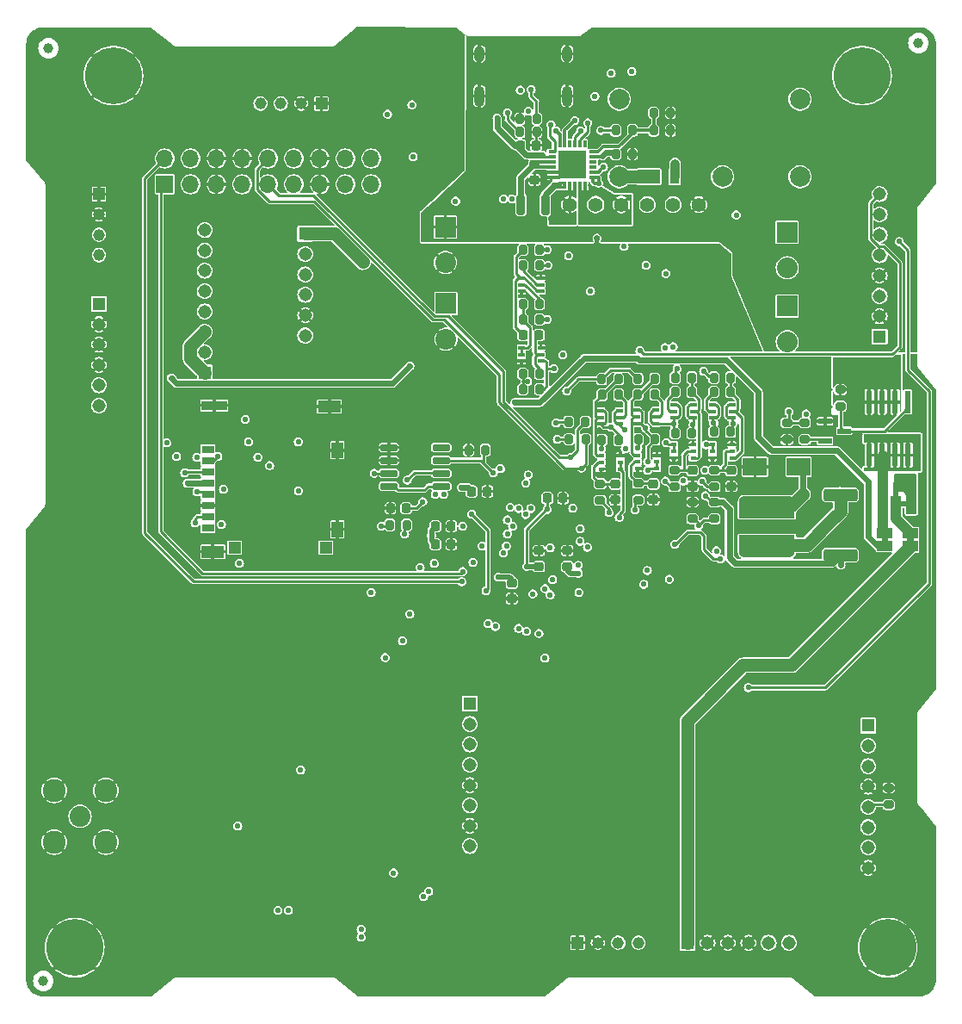
<source format=gbl>
%TF.GenerationSoftware,KiCad,Pcbnew,7.0.2-0*%
%TF.CreationDate,2024-03-08T20:06:00-08:00*%
%TF.ProjectId,mainboard,6d61696e-626f-4617-9264-2e6b69636164,rev?*%
%TF.SameCoordinates,Original*%
%TF.FileFunction,Copper,L4,Bot*%
%TF.FilePolarity,Positive*%
%FSLAX46Y46*%
G04 Gerber Fmt 4.6, Leading zero omitted, Abs format (unit mm)*
G04 Created by KiCad (PCBNEW 7.0.2-0) date 2024-03-08 20:06:00*
%MOMM*%
%LPD*%
G01*
G04 APERTURE LIST*
G04 Aperture macros list*
%AMRoundRect*
0 Rectangle with rounded corners*
0 $1 Rounding radius*
0 $2 $3 $4 $5 $6 $7 $8 $9 X,Y pos of 4 corners*
0 Add a 4 corners polygon primitive as box body*
4,1,4,$2,$3,$4,$5,$6,$7,$8,$9,$2,$3,0*
0 Add four circle primitives for the rounded corners*
1,1,$1+$1,$2,$3*
1,1,$1+$1,$4,$5*
1,1,$1+$1,$6,$7*
1,1,$1+$1,$8,$9*
0 Add four rect primitives between the rounded corners*
20,1,$1+$1,$2,$3,$4,$5,0*
20,1,$1+$1,$4,$5,$6,$7,0*
20,1,$1+$1,$6,$7,$8,$9,0*
20,1,$1+$1,$8,$9,$2,$3,0*%
%AMFreePoly0*
4,1,17,-1.075000,2.212500,-1.059717,2.339761,-1.006018,2.475934,-0.917570,2.592570,-0.800934,2.681018,-0.664761,2.734717,-0.537500,2.750000,1.075000,2.750000,1.075000,-2.750000,-0.537500,-2.750000,-0.664761,-2.734717,-0.800934,-2.681018,-0.917570,-2.592570,-1.006018,-2.475934,-1.059717,-2.339761,-1.075000,-2.212500,-1.075000,2.212500,-1.075000,2.212500,$1*%
%AMFreePoly1*
4,1,17,-1.075000,2.750000,0.537500,2.750000,0.664761,2.734717,0.800934,2.681018,0.917570,2.592570,1.006018,2.475934,1.059717,2.339761,1.075000,2.212500,1.075000,-2.212500,1.059717,-2.339761,1.006018,-2.475934,0.917570,-2.592570,0.800934,-2.681018,0.664761,-2.734717,0.537500,-2.750000,-1.075000,-2.750000,-1.075000,2.750000,-1.075000,2.750000,$1*%
G04 Aperture macros list end*
%TA.AperFunction,ComponentPad*%
%ADD10R,1.150000X1.150000*%
%TD*%
%TA.AperFunction,ComponentPad*%
%ADD11C,1.150000*%
%TD*%
%TA.AperFunction,SMDPad,CuDef*%
%ADD12R,1.500000X1.000000*%
%TD*%
%TA.AperFunction,SMDPad,CuDef*%
%ADD13R,1.000000X1.500000*%
%TD*%
%TA.AperFunction,ComponentPad*%
%ADD14C,5.600000*%
%TD*%
%TA.AperFunction,ComponentPad*%
%ADD15C,2.006600*%
%TD*%
%TA.AperFunction,ComponentPad*%
%ADD16C,2.050000*%
%TD*%
%TA.AperFunction,ComponentPad*%
%ADD17C,2.250000*%
%TD*%
%TA.AperFunction,ComponentPad*%
%ADD18R,2.032000X2.032000*%
%TD*%
%TA.AperFunction,ComponentPad*%
%ADD19C,2.032000*%
%TD*%
%TA.AperFunction,ComponentPad*%
%ADD20O,1.000000X2.100000*%
%TD*%
%TA.AperFunction,ComponentPad*%
%ADD21O,1.000000X1.600000*%
%TD*%
%TA.AperFunction,ComponentPad*%
%ADD22R,1.308000X1.308000*%
%TD*%
%TA.AperFunction,ComponentPad*%
%ADD23C,1.308000*%
%TD*%
%TA.AperFunction,SMDPad,CuDef*%
%ADD24RoundRect,0.225000X-0.225000X-0.250000X0.225000X-0.250000X0.225000X0.250000X-0.225000X0.250000X0*%
%TD*%
%TA.AperFunction,SMDPad,CuDef*%
%ADD25RoundRect,0.225000X0.250000X-0.225000X0.250000X0.225000X-0.250000X0.225000X-0.250000X-0.225000X0*%
%TD*%
%TA.AperFunction,SMDPad,CuDef*%
%ADD26RoundRect,0.200000X-0.275000X0.200000X-0.275000X-0.200000X0.275000X-0.200000X0.275000X0.200000X0*%
%TD*%
%TA.AperFunction,SMDPad,CuDef*%
%ADD27RoundRect,0.200000X-0.200000X-0.275000X0.200000X-0.275000X0.200000X0.275000X-0.200000X0.275000X0*%
%TD*%
%TA.AperFunction,SMDPad,CuDef*%
%ADD28R,1.240000X0.800000*%
%TD*%
%TA.AperFunction,SMDPad,CuDef*%
%ADD29R,1.200000X1.160000*%
%TD*%
%TA.AperFunction,SMDPad,CuDef*%
%ADD30R,2.500000X0.950000*%
%TD*%
%TA.AperFunction,SMDPad,CuDef*%
%ADD31R,2.200000X1.150000*%
%TD*%
%TA.AperFunction,SMDPad,CuDef*%
%ADD32R,1.150000X1.500000*%
%TD*%
%TA.AperFunction,SMDPad,CuDef*%
%ADD33R,1.250000X1.160000*%
%TD*%
%TA.AperFunction,SMDPad,CuDef*%
%ADD34RoundRect,0.225000X-0.250000X0.225000X-0.250000X-0.225000X0.250000X-0.225000X0.250000X0.225000X0*%
%TD*%
%TA.AperFunction,SMDPad,CuDef*%
%ADD35RoundRect,0.225000X0.225000X0.250000X-0.225000X0.250000X-0.225000X-0.250000X0.225000X-0.250000X0*%
%TD*%
%TA.AperFunction,SMDPad,CuDef*%
%ADD36RoundRect,0.150000X-0.725000X-0.150000X0.725000X-0.150000X0.725000X0.150000X-0.725000X0.150000X0*%
%TD*%
%TA.AperFunction,SMDPad,CuDef*%
%ADD37C,1.000000*%
%TD*%
%TA.AperFunction,SMDPad,CuDef*%
%ADD38R,0.300000X0.800000*%
%TD*%
%TA.AperFunction,SMDPad,CuDef*%
%ADD39R,0.800000X0.300000*%
%TD*%
%TA.AperFunction,SMDPad,CuDef*%
%ADD40R,2.800000X2.800000*%
%TD*%
%TA.AperFunction,SMDPad,CuDef*%
%ADD41RoundRect,0.200000X0.200000X0.275000X-0.200000X0.275000X-0.200000X-0.275000X0.200000X-0.275000X0*%
%TD*%
%TA.AperFunction,SMDPad,CuDef*%
%ADD42RoundRect,0.177600X-0.222400X-0.822400X0.222400X-0.822400X0.222400X0.822400X-0.222400X0.822400X0*%
%TD*%
%TA.AperFunction,SMDPad,CuDef*%
%ADD43R,0.650000X0.400000*%
%TD*%
%TA.AperFunction,SMDPad,CuDef*%
%ADD44R,0.600000X0.400000*%
%TD*%
%TA.AperFunction,SMDPad,CuDef*%
%ADD45RoundRect,0.200000X0.275000X-0.200000X0.275000X0.200000X-0.275000X0.200000X-0.275000X-0.200000X0*%
%TD*%
%TA.AperFunction,SMDPad,CuDef*%
%ADD46R,0.900000X1.400000*%
%TD*%
%TA.AperFunction,SMDPad,CuDef*%
%ADD47R,2.200000X1.400000*%
%TD*%
%TA.AperFunction,ComponentPad*%
%ADD48C,1.400000*%
%TD*%
%TA.AperFunction,SMDPad,CuDef*%
%ADD49FreePoly0,270.000000*%
%TD*%
%TA.AperFunction,SMDPad,CuDef*%
%ADD50FreePoly1,270.000000*%
%TD*%
%TA.AperFunction,SMDPad,CuDef*%
%ADD51R,2.350000X1.700000*%
%TD*%
%TA.AperFunction,SMDPad,CuDef*%
%ADD52R,0.609600X2.209800*%
%TD*%
%TA.AperFunction,SMDPad,CuDef*%
%ADD53RoundRect,0.250000X-1.425000X0.362500X-1.425000X-0.362500X1.425000X-0.362500X1.425000X0.362500X0*%
%TD*%
%TA.AperFunction,ComponentPad*%
%ADD54R,1.700000X1.700000*%
%TD*%
%TA.AperFunction,ComponentPad*%
%ADD55O,1.700000X1.700000*%
%TD*%
%TA.AperFunction,SMDPad,CuDef*%
%ADD56R,1.320800X0.558800*%
%TD*%
%TA.AperFunction,ViaPad*%
%ADD57C,0.584200*%
%TD*%
%TA.AperFunction,ViaPad*%
%ADD58C,0.600000*%
%TD*%
%TA.AperFunction,ViaPad*%
%ADD59C,1.168400*%
%TD*%
%TA.AperFunction,Conductor*%
%ADD60C,1.270000*%
%TD*%
%TA.AperFunction,Conductor*%
%ADD61C,0.609600*%
%TD*%
%TA.AperFunction,Conductor*%
%ADD62C,1.000000*%
%TD*%
%TA.AperFunction,Conductor*%
%ADD63C,0.234950*%
%TD*%
%TA.AperFunction,Conductor*%
%ADD64C,0.271780*%
%TD*%
%TA.AperFunction,Conductor*%
%ADD65C,0.508000*%
%TD*%
%TA.AperFunction,Conductor*%
%ADD66C,0.304800*%
%TD*%
%TA.AperFunction,Conductor*%
%ADD67C,0.279400*%
%TD*%
%TA.AperFunction,Conductor*%
%ADD68C,0.300000*%
%TD*%
%TA.AperFunction,Conductor*%
%ADD69C,0.889000*%
%TD*%
G04 APERTURE END LIST*
%TA.AperFunction,EtchedComponent*%
G36*
X183450000Y-103400000D02*
G01*
X182850000Y-103400000D01*
X182850000Y-102900000D01*
X183450000Y-102900000D01*
X183450000Y-103400000D01*
G37*
%TD.AperFunction*%
%TA.AperFunction,EtchedComponent*%
G36*
X185950000Y-103425000D02*
G01*
X185350000Y-103425000D01*
X185350000Y-102925000D01*
X185950000Y-102925000D01*
X185950000Y-103425000D01*
G37*
%TD.AperFunction*%
D10*
X152900000Y-142800000D03*
D11*
X154900000Y-142800000D03*
X156900000Y-142800000D03*
X158900000Y-142800000D03*
D10*
X105800000Y-69200000D03*
D11*
X105800000Y-71200000D03*
X105800000Y-73200000D03*
X105800000Y-75200000D03*
D10*
X127700000Y-60300000D03*
D11*
X125700000Y-60300000D03*
X123700000Y-60300000D03*
X121700000Y-60300000D03*
D12*
X183150000Y-102500000D03*
X183150000Y-103800000D03*
X185650000Y-103825000D03*
X185650000Y-102525000D03*
D13*
X184225000Y-99675000D03*
X182925000Y-99675000D03*
D14*
X107236100Y-57564100D03*
X103426100Y-143294100D03*
X183426100Y-143294100D03*
X180896100Y-57564100D03*
D15*
X157000000Y-67500000D03*
X157000000Y-59880000D03*
X167160000Y-67500000D03*
X174780000Y-59880000D03*
X174780000Y-67500000D03*
D16*
X103949500Y-130365500D03*
D17*
X106489500Y-127825500D03*
X101409500Y-127825500D03*
X106489500Y-132905500D03*
X101409500Y-132905500D03*
D18*
X173532800Y-80213200D03*
D19*
X173532800Y-83713200D03*
D18*
X139954000Y-79959200D03*
D19*
X139954000Y-83459200D03*
D20*
X151872000Y-59563000D03*
D21*
X151872000Y-55413000D03*
D20*
X143232000Y-59563000D03*
D21*
X143232000Y-55413000D03*
D18*
X139903200Y-72440800D03*
D19*
X139903200Y-75940800D03*
D18*
X173532800Y-72948800D03*
D19*
X173532800Y-76448800D03*
D22*
X163700000Y-142800000D03*
D23*
X165700000Y-142800000D03*
X167700000Y-142800000D03*
X169700000Y-142800000D03*
X171700000Y-142800000D03*
X173700000Y-142800000D03*
D22*
X105800000Y-80000000D03*
D23*
X105800000Y-82000000D03*
X105800000Y-84000000D03*
X105800000Y-86000000D03*
X105800000Y-88000000D03*
X105800000Y-90000000D03*
D22*
X182626000Y-83205500D03*
D23*
X182626000Y-81205499D03*
X182626000Y-79205500D03*
X182626000Y-77205499D03*
X182626000Y-75205501D03*
X182626000Y-73205500D03*
X182626000Y-71205501D03*
X182626000Y-69205500D03*
D22*
X142300000Y-119300001D03*
D23*
X142300000Y-121300002D03*
X142300000Y-123300001D03*
X142300000Y-125300002D03*
X142300000Y-127300000D03*
X142300000Y-129300001D03*
X142300000Y-131300000D03*
X142300000Y-133300001D03*
D22*
X126100000Y-73100000D03*
D23*
X126100000Y-75100000D03*
X126100000Y-77100000D03*
X126100000Y-79100000D03*
X126100000Y-81100000D03*
X126100000Y-83100000D03*
D22*
X116205000Y-86739999D03*
D23*
X116205000Y-84739998D03*
X116205000Y-82739999D03*
X116205000Y-80739998D03*
X116205000Y-78740000D03*
X116205000Y-76739999D03*
X116205000Y-74740000D03*
X116205000Y-72739999D03*
D22*
X181491000Y-121443999D03*
D23*
X181491000Y-123444000D03*
X181491000Y-125443999D03*
X181491000Y-127444000D03*
X181491000Y-129443998D03*
X181491000Y-131443999D03*
X181491000Y-133443998D03*
X181491000Y-135443999D03*
D24*
X134480000Y-100076000D03*
X136030000Y-100076000D03*
D25*
X151892000Y-105804000D03*
X151892000Y-104254000D03*
X149098000Y-105804000D03*
X149098000Y-104254000D03*
D26*
X164211000Y-99464196D03*
X164211000Y-101114196D03*
D27*
X142177000Y-94361000D03*
X143827000Y-94361000D03*
D24*
X142481000Y-98425000D03*
X144031000Y-98425000D03*
D28*
X116517500Y-94318500D03*
X116517500Y-95418500D03*
X116517500Y-96518500D03*
X116517500Y-97618500D03*
X116517500Y-98718500D03*
X116517500Y-99818500D03*
X116517500Y-100918500D03*
X116517500Y-102018500D03*
D29*
X128147500Y-103958500D03*
D30*
X117147500Y-89973500D03*
D31*
X116997500Y-104363500D03*
X128477500Y-90073500D03*
D32*
X129272500Y-94378500D03*
X129272500Y-102158500D03*
D33*
X119147500Y-103958500D03*
D34*
X146431000Y-107429000D03*
X146431000Y-108979000D03*
D35*
X140475000Y-101854000D03*
X138925000Y-101854000D03*
D36*
X134331000Y-97917000D03*
X134331000Y-96647000D03*
X134331000Y-95377000D03*
X134331000Y-94107000D03*
X139481000Y-94107000D03*
X139481000Y-95377000D03*
X139481000Y-96647000D03*
X139481000Y-97917000D03*
D37*
X186436000Y-54356000D03*
D27*
X147231600Y-61798200D03*
X148881600Y-61798200D03*
D38*
X151150000Y-64294000D03*
X151650000Y-64294000D03*
X152150000Y-64294000D03*
X152650000Y-64294000D03*
X153150000Y-64294000D03*
X153650000Y-64294000D03*
D39*
X154400000Y-65044000D03*
X154400000Y-65544000D03*
X154400000Y-66044000D03*
X154400000Y-66544000D03*
X154400000Y-67044000D03*
X154400000Y-67544000D03*
D38*
X153650000Y-68294000D03*
X153150000Y-68294000D03*
X152650000Y-68294000D03*
X152150000Y-68294000D03*
X151650000Y-68294000D03*
X151150000Y-68294000D03*
D39*
X150400000Y-67544000D03*
X150400000Y-67044000D03*
X150400000Y-66544000D03*
X150400000Y-66044000D03*
X150400000Y-65544000D03*
X150400000Y-65044000D03*
D40*
X152400000Y-66294000D03*
D41*
X158305000Y-65278000D03*
X156655000Y-65278000D03*
D25*
X148666200Y-67805600D03*
X148666200Y-66255600D03*
D41*
X162038800Y-62941200D03*
X160388800Y-62941200D03*
D35*
X148806200Y-64414400D03*
X147256200Y-64414400D03*
D27*
X156655000Y-62941200D03*
X158305000Y-62941200D03*
D41*
X148881600Y-63093600D03*
X147231600Y-63093600D03*
D24*
X149925000Y-99100000D03*
X151475000Y-99100000D03*
D41*
X162038800Y-61214000D03*
X160388800Y-61214000D03*
D42*
X147320000Y-70231000D03*
X149720000Y-70231000D03*
D24*
X147561000Y-83058000D03*
X149111000Y-83058000D03*
D34*
X164211000Y-96380000D03*
X164211000Y-97930000D03*
X168021000Y-96380000D03*
X168021000Y-97930000D03*
D43*
X166182000Y-91201000D03*
X166182000Y-90551000D03*
X166182000Y-89901000D03*
X168082000Y-89901000D03*
X168082000Y-90551000D03*
X168082000Y-91201000D03*
D44*
X166182000Y-95138000D03*
X166182000Y-94488000D03*
X166182000Y-93838000D03*
X168082000Y-93838000D03*
X168082000Y-94488000D03*
X168082000Y-95138000D03*
D27*
X147511000Y-88392000D03*
X149161000Y-88392000D03*
D41*
X149161000Y-81534000D03*
X147511000Y-81534000D03*
X149161000Y-74676000D03*
X147511000Y-74676000D03*
D27*
X147511000Y-76200000D03*
X149161000Y-76200000D03*
X162497000Y-87249000D03*
X164147000Y-87249000D03*
X166307000Y-87249000D03*
X167957000Y-87249000D03*
X162497000Y-88646000D03*
X164147000Y-88646000D03*
X166307000Y-88646000D03*
X167957000Y-88646000D03*
D45*
X166370000Y-97980000D03*
X166370000Y-96330000D03*
D41*
X164147000Y-92710000D03*
X162497000Y-92710000D03*
X167957000Y-92557600D03*
X166307000Y-92557600D03*
D43*
X162372000Y-91201000D03*
X162372000Y-90551000D03*
X162372000Y-89901000D03*
X164272000Y-89901000D03*
X164272000Y-90551000D03*
X164272000Y-91201000D03*
D44*
X162372000Y-95138000D03*
X162372000Y-94488000D03*
X162372000Y-93838000D03*
X164272000Y-93838000D03*
X164272000Y-94488000D03*
X164272000Y-95138000D03*
D45*
X162433000Y-97980000D03*
X162433000Y-96330000D03*
D26*
X166370000Y-99466900D03*
X166370000Y-101116900D03*
D46*
X162461000Y-67500500D03*
D47*
X159911000Y-67500500D03*
D43*
X147386000Y-78755000D03*
X147386000Y-78105000D03*
X147386000Y-77455000D03*
X149286000Y-77455000D03*
X149286000Y-78105000D03*
X149286000Y-78755000D03*
X147386000Y-85613000D03*
X147386000Y-84963000D03*
X147386000Y-84313000D03*
X149286000Y-84313000D03*
X149286000Y-84963000D03*
X149286000Y-85613000D03*
D41*
X149161000Y-80010000D03*
X147511000Y-80010000D03*
D48*
X152146000Y-70231000D03*
X154686000Y-70231000D03*
X157226000Y-70231000D03*
X159766000Y-70231000D03*
X162306000Y-70231000D03*
X164846000Y-70231000D03*
D27*
X147511000Y-86868000D03*
X149161000Y-86868000D03*
D24*
X138925000Y-103632000D03*
X140475000Y-103632000D03*
D27*
X134430000Y-101727000D03*
X136080000Y-101727000D03*
D43*
X160627475Y-90450000D03*
X160627475Y-91100000D03*
X160627475Y-91750000D03*
X158727475Y-91750000D03*
X158727475Y-91100000D03*
X158727475Y-90450000D03*
D27*
X158832475Y-87370000D03*
X160482475Y-87370000D03*
D37*
X100838000Y-54864000D03*
D34*
X160367475Y-97685000D03*
X160367475Y-99235000D03*
D44*
X160697475Y-94890000D03*
X160697475Y-95540000D03*
X160697475Y-96190000D03*
X158797475Y-96190000D03*
X158797475Y-95540000D03*
X158797475Y-94890000D03*
D45*
X178750000Y-90075000D03*
X178750000Y-88425000D03*
D27*
X152025000Y-91600000D03*
X153675000Y-91600000D03*
D45*
X155120000Y-99315000D03*
X155120000Y-97665000D03*
D41*
X156950000Y-88940000D03*
X155300000Y-88940000D03*
D49*
X171547200Y-99977400D03*
D50*
X171547200Y-103827400D03*
D44*
X157115000Y-94930000D03*
X157115000Y-95580000D03*
X157115000Y-96230000D03*
X155215000Y-96230000D03*
X155215000Y-95580000D03*
X155215000Y-94930000D03*
D45*
X175250000Y-93325000D03*
X175250000Y-91675000D03*
D37*
X100330000Y-146558000D03*
D51*
X174650000Y-96012000D03*
X170350000Y-96012000D03*
D41*
X160482475Y-88890000D03*
X158832475Y-88890000D03*
D26*
X173500000Y-91675000D03*
X173500000Y-93325000D03*
D34*
X156620000Y-97715000D03*
X156620000Y-99265000D03*
D27*
X158867475Y-93330000D03*
X160517475Y-93330000D03*
D52*
X181595000Y-89633800D03*
X182865000Y-89633800D03*
X184135000Y-89633800D03*
X185405000Y-89633800D03*
X185405000Y-94866200D03*
X184135000Y-94866200D03*
X182865000Y-94866200D03*
X181595000Y-94866200D03*
D53*
X178765200Y-98764500D03*
X178765200Y-104689500D03*
D43*
X157060000Y-90500000D03*
X157060000Y-91150000D03*
X157060000Y-91800000D03*
X155160000Y-91800000D03*
X155160000Y-91150000D03*
X155160000Y-90500000D03*
D26*
X183515000Y-127575000D03*
X183515000Y-129225000D03*
D27*
X155285000Y-93370000D03*
X156935000Y-93370000D03*
X152050000Y-93300000D03*
X153700000Y-93300000D03*
D54*
X112280000Y-68240000D03*
D55*
X112280000Y-65700000D03*
X114820000Y-68240000D03*
X114820000Y-65700000D03*
X117360000Y-68240000D03*
X117360000Y-65700000D03*
X119900000Y-68240000D03*
X119900000Y-65700000D03*
X122440000Y-68240000D03*
X122440000Y-65700000D03*
X124980000Y-68240000D03*
X124980000Y-65700000D03*
X127520000Y-68240000D03*
X127520000Y-65700000D03*
X130060000Y-68240000D03*
X130060000Y-65700000D03*
X132600000Y-68240000D03*
X132600000Y-65700000D03*
D27*
X155275000Y-87400000D03*
X156925000Y-87400000D03*
D56*
X177246700Y-93452500D03*
X177246700Y-91547500D03*
X179126300Y-92500000D03*
D45*
X158867475Y-99285000D03*
X158867475Y-97635000D03*
D57*
X184475000Y-97750000D03*
X185200000Y-97750000D03*
X184750000Y-97075000D03*
X185550000Y-97075000D03*
D58*
X114490500Y-130492500D03*
X112712500Y-130492500D03*
X108018580Y-129528060D03*
X109283500Y-132667500D03*
X110553500Y-132667500D03*
X109283500Y-131397500D03*
X110553500Y-131397500D03*
X109288580Y-127038860D03*
X111828580Y-129528060D03*
X111828580Y-127038860D03*
X109288580Y-129528060D03*
X110558580Y-127038860D03*
X110558580Y-128308860D03*
X111828580Y-128308860D03*
X109288580Y-128308860D03*
X110558580Y-129528060D03*
X142156000Y-141605000D03*
X142156000Y-139446000D03*
D57*
X154813000Y-73533000D03*
X145093023Y-114167920D03*
X140004800Y-114167920D03*
D58*
X113601500Y-131381500D03*
X108013500Y-131397500D03*
X111823500Y-132667500D03*
X111823500Y-134175500D03*
X115379500Y-136588500D03*
X111823500Y-136588500D03*
X113093500Y-136588500D03*
X114236500Y-136588500D03*
X110553500Y-136588500D03*
X109283500Y-136588500D03*
X110553500Y-134175500D03*
X109283500Y-134175500D03*
X116395500Y-136588500D03*
X113601500Y-129528060D03*
X116395500Y-131635500D03*
X141013000Y-141605000D03*
X172500000Y-92000000D03*
X111823500Y-135318500D03*
X110553500Y-135318500D03*
X109283500Y-135318500D03*
X116395500Y-132667500D03*
D57*
X114998500Y-132675400D03*
D58*
X135600000Y-140462000D03*
X121340000Y-123510000D03*
X122729900Y-123510000D03*
X122094900Y-121922500D03*
X122094900Y-124843500D03*
X141600000Y-140462000D03*
X141013000Y-139446000D03*
X139362000Y-140462000D03*
D57*
X172974000Y-106426000D03*
X141100000Y-145000000D03*
X137160000Y-117221000D03*
X177038000Y-107696000D03*
X168800000Y-117800000D03*
X172500000Y-95300000D03*
X139700000Y-58200000D03*
X160274000Y-86233000D03*
X153525000Y-82800000D03*
X184090000Y-107390000D03*
X157558670Y-107554376D03*
X157861000Y-104902000D03*
X165000000Y-135470000D03*
X164890000Y-122380000D03*
X146500000Y-136600000D03*
X185480000Y-106080000D03*
X146200000Y-144300000D03*
X153450000Y-79200000D03*
X164860000Y-126790000D03*
X150241000Y-97789990D03*
X153550000Y-81400000D03*
X183500000Y-126100000D03*
X141478000Y-103251000D03*
X162000000Y-106200000D03*
X135635000Y-126277000D03*
X166800000Y-115800000D03*
X171958000Y-96774000D03*
X137500000Y-145000000D03*
X186810000Y-104740000D03*
X172900000Y-95900000D03*
X141300000Y-136600000D03*
X177000000Y-90550992D03*
X172466000Y-107188000D03*
X163228020Y-91485720D03*
X172974000Y-107950000D03*
X134600000Y-58229500D03*
X172466000Y-108712000D03*
X135500000Y-144000000D03*
X171958000Y-106426000D03*
X170400000Y-94300000D03*
X171958000Y-107950000D03*
X150495000Y-105613194D03*
X138000000Y-140500000D03*
X114998500Y-131635500D03*
X164175000Y-80300000D03*
X176030000Y-115410000D03*
X169200000Y-98200000D03*
X165227000Y-75717400D03*
X156300000Y-107800000D03*
X132000000Y-140000000D03*
X163300000Y-99500000D03*
X113445596Y-101663500D03*
X137033000Y-113157000D03*
X142175000Y-96575000D03*
X145200000Y-108900000D03*
X147891500Y-105791000D03*
X141478000Y-98044000D03*
X152984198Y-106470000D03*
X162687000Y-86360036D03*
X140900000Y-69900000D03*
X114490500Y-97599506D03*
X155250000Y-94270000D03*
X135890000Y-102616000D03*
X165290500Y-86614000D03*
X136600000Y-60425000D03*
X145110000Y-106870000D03*
X151840000Y-88550000D03*
X165417500Y-96329500D03*
X158832475Y-94170000D03*
X136725000Y-65550000D03*
X149900000Y-100200000D03*
X163309300Y-97398840D03*
X132884707Y-96647000D03*
X159639000Y-76200054D03*
X151447500Y-85026500D03*
X147800000Y-100700000D03*
X142600000Y-105400000D03*
X136398000Y-110490000D03*
X138800000Y-105500000D03*
X132588000Y-108356400D03*
X143500000Y-103800000D03*
X137667998Y-99440984D03*
X135661400Y-113131600D03*
X137750000Y-138250000D03*
X147977860Y-87627462D03*
X149923500Y-81534000D03*
X138250000Y-137750000D03*
X165484200Y-98853386D03*
X178816000Y-105664000D03*
X149923500Y-74676000D03*
X145607900Y-69700000D03*
X147269194Y-58978800D03*
X150291802Y-62382400D03*
X150800000Y-63000000D03*
X146442100Y-69700000D03*
X148056596Y-61061600D03*
X153162000Y-102108000D03*
X161594800Y-77012800D03*
X138532000Y-102771000D03*
X180594000Y-90424000D03*
X180090000Y-89960000D03*
X164800000Y-101800000D03*
X150200000Y-108600000D03*
X120532173Y-93576117D03*
X146000000Y-101232975D03*
X125412492Y-93535508D03*
X146502993Y-101872064D03*
X121448264Y-95068454D03*
X115436533Y-95098030D03*
X146000000Y-102600000D03*
X122593101Y-95897700D03*
X113439862Y-95017519D03*
X161925000Y-107061000D03*
X152971500Y-105700000D03*
X150444200Y-107111800D03*
X159766000Y-106206909D03*
X153035000Y-108370000D03*
X159410000Y-107560000D03*
X175082200Y-98704400D03*
X152019000Y-75247500D03*
X157479994Y-74358508D03*
X150622000Y-68326000D03*
X154965400Y-68122800D03*
D59*
X131800000Y-75900000D03*
D57*
X150824832Y-71831568D03*
X153441400Y-71755000D03*
X144600000Y-96600000D03*
X148500000Y-108500000D03*
X166570000Y-104280000D03*
X147100000Y-100100000D03*
X117850000Y-101675000D03*
X119634000Y-105500000D03*
X137414000Y-105918000D03*
X133970000Y-114770000D03*
X125650000Y-125790000D03*
X146000000Y-61214000D03*
X148336000Y-58928000D03*
X154061149Y-54689867D03*
X168656000Y-75031500D03*
X151028400Y-73279000D03*
X150774400Y-61036200D03*
D58*
X151485600Y-66675004D03*
D57*
X168656000Y-73558500D03*
X144353278Y-61020960D03*
X148800000Y-71000000D03*
X144983204Y-61722000D03*
X155194000Y-62941200D03*
X154600000Y-59600000D03*
X157600000Y-94225000D03*
X162384740Y-91815920D03*
X153141198Y-103331750D03*
X152200000Y-95100000D03*
X153289000Y-96139000D03*
X166300000Y-91700000D03*
X157500000Y-92400000D03*
X153870000Y-103910000D03*
X168503500Y-71247000D03*
X145600000Y-104500000D03*
X148300000Y-100102096D03*
X141600000Y-106300000D03*
X134200000Y-61350000D03*
X145300000Y-96200000D03*
X119468900Y-131330700D03*
X144116695Y-111437191D03*
X162486000Y-66192400D03*
X117500000Y-94996000D03*
X141605000Y-101853986D03*
X120205500Y-91376500D03*
X133604000Y-101854000D03*
X147878800Y-112191800D03*
X149098000Y-112395000D03*
X150558500Y-86360000D03*
X154178000Y-78740048D03*
X177800000Y-101346000D03*
X147100000Y-111900000D03*
X118046500Y-98234500D03*
X125438600Y-98361500D03*
X164266880Y-91892120D03*
X161544000Y-97409000D03*
X168210000Y-91740000D03*
X165163504Y-97472500D03*
X149987000Y-76200000D03*
X147800000Y-97600000D03*
X156210000Y-57340502D03*
X152628600Y-61950600D03*
X158242000Y-57150000D03*
X155448000Y-66548000D03*
X124447300Y-139625600D03*
X123420500Y-139625600D03*
X131598000Y-142250000D03*
X131598000Y-141500000D03*
X144800000Y-111700000D03*
X134793991Y-135936991D03*
X114236500Y-96583500D03*
X115439817Y-98487335D03*
X112458500Y-93662500D03*
X115252500Y-101536500D03*
X161620000Y-93620000D03*
X165549580Y-93840300D03*
X136144000Y-97310585D03*
X169700000Y-117719780D03*
X184556400Y-73863200D03*
X149700000Y-114822840D03*
X159025000Y-84600000D03*
X148050000Y-96800000D03*
X141500000Y-107300000D03*
X143900000Y-108200000D03*
X142475000Y-100675000D03*
X162470400Y-103620000D03*
X166960000Y-105050000D03*
X150210000Y-103950000D03*
X146275000Y-100000000D03*
X139725000Y-98700000D03*
X138900000Y-98700000D03*
X159790000Y-96370000D03*
X159800000Y-95500000D03*
X158550000Y-100250000D03*
X153900000Y-62200000D03*
X159600000Y-92200000D03*
X162300000Y-84200000D03*
X150800000Y-91700000D03*
X157010000Y-100980000D03*
X161500000Y-84300000D03*
X156200000Y-92100000D03*
X153200000Y-63000000D03*
X150900000Y-93300000D03*
X156000000Y-100500000D03*
X175387000Y-90805000D03*
X152425400Y-100075998D03*
X149700000Y-108000000D03*
X173700000Y-90600000D03*
X136400000Y-86100000D03*
X113000000Y-87300000D03*
X146700000Y-89700000D03*
X145900000Y-103800000D03*
D60*
X163700000Y-142800000D02*
X163700000Y-121000000D01*
X163700000Y-121000000D02*
X169175500Y-115524500D01*
X173950500Y-115524500D02*
X185650000Y-103825000D01*
X169175500Y-115524500D02*
X173950500Y-115524500D01*
D61*
X146700000Y-89700000D02*
X149188858Y-89700000D01*
X149188858Y-89700000D02*
X153543558Y-85345300D01*
X171975000Y-94425000D02*
X178425000Y-94425000D01*
X181475000Y-97475000D02*
X181475000Y-102884600D01*
X158800000Y-85345300D02*
X158942400Y-85487700D01*
X158942400Y-85487700D02*
X167531558Y-85487700D01*
X170700000Y-88656142D02*
X170700000Y-93150000D01*
X170700000Y-93150000D02*
X171975000Y-94425000D01*
X167531558Y-85487700D02*
X170700000Y-88656142D01*
X153543558Y-85345300D02*
X158800000Y-85345300D01*
X178425000Y-94425000D02*
X181475000Y-97475000D01*
X182390400Y-103800000D02*
X183150000Y-103800000D01*
X181475000Y-102884600D02*
X182390400Y-103800000D01*
D62*
X184225000Y-99675000D02*
X184225000Y-101100000D01*
X184225000Y-101100000D02*
X185650000Y-102525000D01*
X182925000Y-99675000D02*
X182925000Y-102275000D01*
X182925000Y-102275000D02*
X183150000Y-102500000D01*
D63*
X182425000Y-103750000D02*
X182425000Y-103675000D01*
D62*
X182925000Y-99675000D02*
X182925000Y-94926200D01*
D63*
X182925000Y-94926200D02*
X182865000Y-94866200D01*
D64*
X184556400Y-73863200D02*
X185412390Y-74719190D01*
X187500000Y-88587610D02*
X187500000Y-107500000D01*
X185412390Y-74719190D02*
X185412390Y-86500000D01*
X187500000Y-107500000D02*
X177280220Y-117719780D01*
X185412390Y-86500000D02*
X187500000Y-88587610D01*
X177280220Y-117719780D02*
X169700000Y-117719780D01*
D63*
X161412475Y-94890000D02*
X161432475Y-94870000D01*
D64*
X166344500Y-87122000D02*
X165798500Y-87122000D01*
D63*
X135890000Y-101879500D02*
X135890000Y-102616000D01*
D61*
X114509494Y-97618500D02*
X114490500Y-97599506D01*
D65*
X147917000Y-105816500D02*
X147891500Y-105791000D01*
X146431000Y-107416500D02*
X146431000Y-107091000D01*
D63*
X158867475Y-93330000D02*
X158867475Y-94135000D01*
D65*
X149098000Y-105816500D02*
X147917000Y-105816500D01*
D63*
X157972475Y-86510000D02*
X156165000Y-86510000D01*
X155285000Y-93370000D02*
X155285000Y-94235000D01*
D65*
X151892000Y-105816500D02*
X151892000Y-106172000D01*
D61*
X142494000Y-98425000D02*
X142113000Y-98044000D01*
D65*
X146210000Y-106870000D02*
X145110000Y-106870000D01*
D64*
X165798500Y-87122000D02*
X165290500Y-86614000D01*
X149900000Y-100200000D02*
X149873836Y-100200000D01*
X147891500Y-102182336D02*
X147891500Y-105791000D01*
D65*
X152190000Y-106470000D02*
X152984198Y-106470000D01*
D63*
X155285000Y-94235000D02*
X155250000Y-94270000D01*
X134331000Y-96647000D02*
X132884707Y-96647000D01*
D65*
X151892000Y-106172000D02*
X152190000Y-106470000D01*
D64*
X149873836Y-100200000D02*
X147891500Y-102182336D01*
D63*
X152990000Y-87400000D02*
X151840000Y-88550000D01*
X136042500Y-101727000D02*
X135890000Y-101879500D01*
D64*
X149900000Y-100200000D02*
X149900000Y-99125000D01*
D65*
X146431000Y-107091000D02*
X146210000Y-106870000D01*
D63*
X156165000Y-86510000D02*
X155275000Y-87400000D01*
D64*
X149900000Y-99125000D02*
X149925000Y-99100000D01*
D61*
X142113000Y-98044000D02*
X141478000Y-98044000D01*
X116517500Y-97618500D02*
X114509494Y-97618500D01*
D63*
X158867475Y-94135000D02*
X158832475Y-94170000D01*
X155275000Y-87400000D02*
X152990000Y-87400000D01*
D64*
X162534500Y-87312500D02*
X162534500Y-86512536D01*
X162534500Y-86512536D02*
X162687000Y-86360036D01*
D63*
X158832475Y-87370000D02*
X157972475Y-86510000D01*
X136042500Y-100076000D02*
X137032982Y-100076000D01*
X137032982Y-100076000D02*
X137667998Y-99440984D01*
D66*
X149123500Y-81534000D02*
X149923500Y-81534000D01*
D60*
X156907704Y-67500500D02*
X156892300Y-67485096D01*
D61*
X167830000Y-104940000D02*
X168350800Y-105460800D01*
D64*
X147548500Y-88392000D02*
X147548500Y-87592000D01*
D66*
X149123500Y-74676000D02*
X149923500Y-74676000D01*
D61*
X167843200Y-100126800D02*
X167830000Y-100140000D01*
D60*
X159936000Y-67500500D02*
X156907704Y-67500500D01*
D61*
X177993900Y-105460800D02*
X178765200Y-104689500D01*
D64*
X147548500Y-87592000D02*
X147548500Y-86868000D01*
X166135214Y-99504400D02*
X165484200Y-98853386D01*
D66*
X147942398Y-87592000D02*
X147977860Y-87627462D01*
D61*
X167220800Y-99504400D02*
X167843200Y-100126800D01*
X167830000Y-100140000D02*
X167830000Y-104940000D01*
X178816000Y-105664000D02*
X178816000Y-104740300D01*
X168350800Y-105460800D02*
X177993900Y-105460800D01*
D66*
X147548500Y-87592000D02*
X147942398Y-87592000D01*
D61*
X178816000Y-104740300D02*
X178765200Y-104689500D01*
X166370000Y-99504400D02*
X167220800Y-99504400D01*
D64*
X166370000Y-99504400D02*
X166135214Y-99504400D01*
D67*
X150190000Y-62484202D02*
X150291802Y-62382400D01*
X150646828Y-63996828D02*
X150190000Y-63540000D01*
X150616600Y-65044000D02*
X150622000Y-65049400D01*
X150400000Y-65044000D02*
X150647400Y-65044000D01*
X150647400Y-63996828D02*
X150646828Y-63996828D01*
X150400000Y-65044000D02*
X150616600Y-65044000D01*
X150647400Y-65044000D02*
X150647400Y-63996828D01*
X150190000Y-63540000D02*
X150190000Y-62484202D01*
D68*
X150800000Y-63000000D02*
X151150000Y-63350000D01*
X151150000Y-63350000D02*
X151150000Y-64294000D01*
D64*
X147548500Y-83058000D02*
X147548500Y-83032500D01*
X147261000Y-77455000D02*
X146848100Y-77042100D01*
X146848100Y-77042100D02*
X146848100Y-75376400D01*
X146798109Y-77694687D02*
X147037796Y-77455000D01*
X148184898Y-78002102D02*
X147637796Y-77455000D01*
X147037796Y-77455000D02*
X147386000Y-77455000D01*
X147637796Y-77455000D02*
X147386000Y-77455000D01*
X147386000Y-77455000D02*
X147261000Y-77455000D01*
X147548500Y-83032500D02*
X146798109Y-82282109D01*
X146798109Y-82282109D02*
X146798109Y-77694687D01*
X146848100Y-75376400D02*
X147548500Y-74676000D01*
X149286000Y-78755000D02*
X148937796Y-78755000D01*
X148937796Y-78755000D02*
X148184898Y-78002102D01*
X148698109Y-85967609D02*
X149123500Y-86393000D01*
X149098000Y-83058000D02*
X149123500Y-83058000D01*
X148698109Y-84723313D02*
X148698109Y-83457891D01*
X148937796Y-84963000D02*
X148698109Y-85202687D01*
X148698109Y-83457891D02*
X149098000Y-83058000D01*
X149123500Y-86393000D02*
X149123500Y-86868000D01*
X149286000Y-84963000D02*
X148937796Y-84963000D01*
X148698109Y-85202687D02*
X148698109Y-85967609D01*
X148937796Y-84963000D02*
X148698109Y-84723313D01*
D65*
X138532000Y-102234500D02*
X138912500Y-101854000D01*
X138532000Y-102771000D02*
X138532000Y-103251500D01*
X138532000Y-103251500D02*
X138912500Y-103632000D01*
X138532000Y-102771000D02*
X138532000Y-102234500D01*
D67*
X164800000Y-101800000D02*
X165340839Y-101259161D01*
X164800000Y-101554000D02*
X164464996Y-101218996D01*
X166202839Y-101259161D02*
X166370000Y-101092000D01*
X165340839Y-101259161D02*
X166202839Y-101259161D01*
X164800000Y-101800000D02*
X164800000Y-101554000D01*
D61*
X175082200Y-98704400D02*
X175082200Y-96358600D01*
X175082200Y-96358600D02*
X174735600Y-96012000D01*
D60*
X173959200Y-99827400D02*
X175082200Y-98704400D01*
X171547200Y-99827400D02*
X173959200Y-99827400D01*
D67*
X148967100Y-66544000D02*
X148666200Y-66243100D01*
D61*
X147320000Y-67589300D02*
X147320000Y-70231000D01*
D68*
X150400000Y-66544000D02*
X148967100Y-66544000D01*
D61*
X148666200Y-66243100D02*
X147320000Y-67589300D01*
D67*
X148865300Y-66044000D02*
X148666200Y-66243100D01*
D68*
X150400000Y-66044000D02*
X148865300Y-66044000D01*
D64*
X151650000Y-68516500D02*
X151150000Y-68516500D01*
D61*
X149720000Y-69228000D02*
X149720000Y-70231000D01*
X151003000Y-68326000D02*
X150876000Y-68326000D01*
X150622000Y-68326000D02*
X149720000Y-69228000D01*
D64*
X151650000Y-68072000D02*
X151150000Y-68072000D01*
D68*
X154400000Y-67544000D02*
X154920000Y-67544000D01*
X154965400Y-67589400D02*
X154965400Y-68122800D01*
X154920000Y-67544000D02*
X154965400Y-67589400D01*
X154400000Y-67977000D02*
X154545800Y-68122800D01*
X154545800Y-68122800D02*
X154965400Y-68122800D01*
X154400000Y-67544000D02*
X154400000Y-67977000D01*
D67*
X152150000Y-68294000D02*
X152150000Y-68576000D01*
D68*
X152150000Y-68294000D02*
X152150000Y-68830000D01*
D60*
X131800000Y-75900000D02*
X129000000Y-73100000D01*
X126100000Y-73100000D02*
X129000000Y-73100000D01*
D67*
X152146000Y-70231000D02*
X152146000Y-71220949D01*
X152146000Y-70231000D02*
X152146000Y-69241051D01*
D68*
X152650000Y-68294000D02*
X152650000Y-68830000D01*
X153150000Y-68294000D02*
X153150000Y-68822000D01*
D65*
X153441400Y-71773709D02*
X153441400Y-71755000D01*
D67*
X153150000Y-68294000D02*
X153150000Y-68504500D01*
X153650000Y-68294000D02*
X153650000Y-68496500D01*
D68*
X153650000Y-68294000D02*
X153650000Y-68814000D01*
D64*
X143377000Y-95377000D02*
X139446000Y-95377000D01*
X143637000Y-95637000D02*
X143637000Y-94361000D01*
X144600000Y-96600000D02*
X143377000Y-95377000D01*
X144600000Y-96600000D02*
X143637000Y-95637000D01*
X163347500Y-96367500D02*
X162458500Y-96367500D01*
X162458500Y-96367500D02*
X162433000Y-96393000D01*
X163347500Y-96367500D02*
X163347500Y-94840720D01*
X163700220Y-94488000D02*
X164272000Y-94488000D01*
X164211000Y-96367500D02*
X163347500Y-96367500D01*
X163347500Y-94840720D02*
X163700220Y-94488000D01*
X167157500Y-96075390D02*
X167450257Y-95782633D01*
X167510220Y-94488000D02*
X168082000Y-94488000D01*
X167894000Y-96367500D02*
X167157500Y-96367500D01*
X167157500Y-96367500D02*
X167157500Y-96075390D01*
X167450257Y-95782633D02*
X167450257Y-94547963D01*
X167450257Y-94547963D02*
X167510220Y-94488000D01*
X167157500Y-96367500D02*
X166243000Y-96367500D01*
D67*
X146000000Y-61214000D02*
X145999200Y-61214800D01*
X145999200Y-61874400D02*
X147243800Y-63119000D01*
X145999200Y-61214800D02*
X145999200Y-61874400D01*
X148310600Y-59537600D02*
X148310600Y-59055004D01*
X148844100Y-61798200D02*
X148844100Y-60071100D01*
X148844100Y-60071100D02*
X148310600Y-59537600D01*
X148310600Y-59055004D02*
X148310596Y-59055000D01*
D68*
X149733000Y-67538600D02*
X151118000Y-67538600D01*
D67*
X148818700Y-64414400D02*
X148818700Y-63119000D01*
D68*
X149733000Y-67044000D02*
X151118000Y-67044000D01*
D64*
X150400000Y-67544000D02*
X150261000Y-67544000D01*
X150241000Y-67564000D02*
X150241000Y-67881500D01*
D67*
X148818700Y-63119000D02*
X148844100Y-63093600D01*
D64*
X150261000Y-67544000D02*
X150241000Y-67564000D01*
D61*
X147243700Y-64744500D02*
X147243700Y-64414400D01*
D67*
X150400000Y-65544000D02*
X149541800Y-65544000D01*
D61*
X147853400Y-65354200D02*
X147243700Y-64744500D01*
X149428200Y-65354200D02*
X147853400Y-65354200D01*
X146706200Y-64414400D02*
X144983204Y-62691404D01*
D67*
X149541800Y-65544000D02*
X149352000Y-65354200D01*
D61*
X144983204Y-62691404D02*
X144983204Y-61722000D01*
X147243700Y-64414400D02*
X146706200Y-64414400D01*
D67*
X156718000Y-62941200D02*
X155194000Y-62941200D01*
D63*
X162384740Y-91815920D02*
X162384740Y-92560240D01*
X162720204Y-89901000D02*
X162959891Y-90140687D01*
X162959891Y-90140687D02*
X162959891Y-90961313D01*
X140209468Y-81209468D02*
X145600000Y-86600000D01*
X160627475Y-91750000D02*
X162318820Y-91750000D01*
X151073690Y-95100000D02*
X152200000Y-95100000D01*
X152900000Y-92375000D02*
X153675000Y-91600000D01*
X123507475Y-69307475D02*
X126886747Y-69307475D01*
X152900000Y-94400000D02*
X152900000Y-92375000D01*
X162318820Y-91750000D02*
X162384740Y-91815920D01*
X162959891Y-90961313D02*
X162720204Y-91201000D01*
X145600000Y-89626310D02*
X151073690Y-95100000D01*
X152200000Y-95100000D02*
X152900000Y-94400000D01*
X162372000Y-91803180D02*
X162384740Y-91815920D01*
X160302475Y-90450000D02*
X160085000Y-90667475D01*
X126886747Y-69307475D02*
X138788740Y-81209468D01*
X162720204Y-91201000D02*
X162372000Y-91201000D01*
X162372000Y-91201000D02*
X162372000Y-91803180D01*
X160085000Y-91532525D02*
X160302475Y-91750000D01*
X145600000Y-86600000D02*
X145600000Y-89626310D01*
X160302475Y-91750000D02*
X160627475Y-91750000D01*
X122440000Y-68240000D02*
X123507475Y-69307475D01*
X160627475Y-90450000D02*
X160302475Y-90450000D01*
X162384740Y-92560240D02*
X162534500Y-92710000D01*
X162372000Y-89901000D02*
X162720204Y-89901000D01*
X160085000Y-90667475D02*
X160085000Y-91532525D01*
X138788740Y-81209468D02*
X140209468Y-81209468D01*
X145200000Y-86956475D02*
X145200000Y-89700000D01*
X121372525Y-66767475D02*
X121372525Y-68722525D01*
X157060000Y-91960000D02*
X157500000Y-92400000D01*
X153700000Y-93300000D02*
X153700000Y-95728000D01*
X139787943Y-81544418D02*
X145200000Y-86956475D01*
X156735000Y-90500000D02*
X156517525Y-90717475D01*
X156517525Y-90717475D02*
X156517525Y-91537525D01*
X157060000Y-91800000D02*
X157060000Y-91960000D01*
X156780000Y-91800000D02*
X157060000Y-91800000D01*
X151639000Y-96139000D02*
X153289000Y-96139000D01*
X153860500Y-103919500D02*
X153870000Y-103910000D01*
X166769891Y-90140687D02*
X166769891Y-90961313D01*
X122440000Y-65700000D02*
X121372525Y-66767475D01*
X166530204Y-89901000D02*
X166769891Y-90140687D01*
X166300000Y-91700000D02*
X166344500Y-91744500D01*
X166182000Y-89901000D02*
X166530204Y-89901000D01*
X166769891Y-90961313D02*
X166530204Y-91201000D01*
X156517525Y-91537525D02*
X156780000Y-91800000D01*
X166344500Y-91744500D02*
X166344500Y-92534740D01*
X166530204Y-91201000D02*
X166182000Y-91201000D01*
X122550000Y-69900000D02*
X127005582Y-69900000D01*
X153700000Y-95728000D02*
X153289000Y-96139000D01*
X166300000Y-91700000D02*
X166182000Y-91582000D01*
X145200000Y-89700000D02*
X151639000Y-96139000D01*
X138650000Y-81544418D02*
X139787943Y-81544418D01*
X166182000Y-91582000D02*
X166182000Y-91201000D01*
X127005582Y-69900000D02*
X138650000Y-81544418D01*
X157060000Y-90500000D02*
X156735000Y-90500000D01*
X121372525Y-68722525D02*
X122550000Y-69900000D01*
X153700000Y-93300000D02*
X153600000Y-93300000D01*
D60*
X116205000Y-82739999D02*
X114816000Y-84128999D01*
X114816000Y-84128999D02*
X114816000Y-85350999D01*
X114816000Y-85350999D02*
X116205000Y-86739999D01*
D63*
X111900000Y-68620000D02*
X112280000Y-68240000D01*
X111900000Y-102400000D02*
X111900000Y-68620000D01*
X141424025Y-106475975D02*
X115975975Y-106475975D01*
X141600000Y-106300000D02*
X141424025Y-106475975D01*
X115975975Y-106475975D02*
X111900000Y-102400000D01*
D69*
X162486000Y-67500500D02*
X162486000Y-66192400D01*
D63*
X134340500Y-101854000D02*
X133604000Y-101854000D01*
X134467500Y-101727000D02*
X134340500Y-101854000D01*
X117500000Y-94996000D02*
X117077500Y-95418500D01*
X117077500Y-95418500D02*
X116517500Y-95418500D01*
X116517500Y-95418500D02*
X117016857Y-95418500D01*
X181709998Y-129225000D02*
X181491000Y-129443998D01*
X183515000Y-129225000D02*
X181709998Y-129225000D01*
D64*
X149286000Y-85613000D02*
X149748000Y-85613000D01*
X149561000Y-88392000D02*
X149123500Y-88392000D01*
X149748000Y-85613000D02*
X149860000Y-85725000D01*
X149860000Y-85725000D02*
X149860000Y-86360000D01*
X149860000Y-86868000D02*
X149860000Y-88093000D01*
X149860000Y-86360000D02*
X149860000Y-86868000D01*
X149860000Y-86360000D02*
X150558500Y-86360000D01*
X149860000Y-88093000D02*
X149561000Y-88392000D01*
D60*
X178765200Y-98764500D02*
X178765200Y-100380800D01*
X171547200Y-103677400D02*
X175468600Y-103677400D01*
X178765200Y-100380800D02*
X177800000Y-101346000D01*
X175468600Y-103677400D02*
X177800000Y-101346000D01*
D64*
X148248900Y-84046880D02*
X147982780Y-84313000D01*
X147548500Y-80010000D02*
X147548500Y-81534000D01*
X148248900Y-82335900D02*
X148248900Y-84046880D01*
X147386000Y-84313000D02*
X147386000Y-84963000D01*
X147982780Y-84313000D02*
X147386000Y-84313000D01*
X147548500Y-81635500D02*
X148248900Y-82335900D01*
X147548500Y-81534000D02*
X147548500Y-81635500D01*
X149123500Y-80010000D02*
X149123500Y-79535000D01*
X147693500Y-78105000D02*
X147386000Y-78105000D01*
X149123500Y-79535000D02*
X147693500Y-78105000D01*
X148937796Y-78105000D02*
X147548500Y-76715704D01*
X147548500Y-76715704D02*
X147548500Y-76675000D01*
X149286000Y-78105000D02*
X148937796Y-78105000D01*
X147548500Y-76675000D02*
X147548500Y-76200000D01*
D63*
X164272000Y-91887000D02*
X164266880Y-91892120D01*
X163684109Y-90140687D02*
X163684109Y-90961313D01*
X164272000Y-91201000D02*
X164272000Y-91887000D01*
X162077500Y-97942500D02*
X161544000Y-97409000D01*
X164266880Y-91892120D02*
X164266880Y-92552620D01*
X163684109Y-90961313D02*
X163923796Y-91201000D01*
X163923796Y-91201000D02*
X164272000Y-91201000D01*
X164266880Y-92552620D02*
X164109500Y-92710000D01*
X164272000Y-89901000D02*
X163923796Y-89901000D01*
X163923796Y-89901000D02*
X163684109Y-90140687D01*
X162433000Y-97942500D02*
X162077500Y-97942500D01*
X168109902Y-91228902D02*
X168109902Y-91729560D01*
X168082000Y-89901000D02*
X167733796Y-89901000D01*
X167733796Y-91201000D02*
X168082000Y-91201000D01*
X167494109Y-90961313D02*
X167733796Y-91201000D01*
X165633504Y-97942500D02*
X165163504Y-97472500D01*
X166243000Y-97942500D02*
X165633504Y-97942500D01*
X168109902Y-92417898D02*
X168109902Y-91729560D01*
X167944800Y-92583000D02*
X168109902Y-92417898D01*
X167733796Y-89901000D02*
X167494109Y-90140687D01*
X167494109Y-90140687D02*
X167494109Y-90961313D01*
X168082000Y-91201000D02*
X168109902Y-91228902D01*
D64*
X149123500Y-76200000D02*
X149987000Y-76200000D01*
D68*
X151650000Y-64294000D02*
X151650000Y-62929200D01*
X151650000Y-62929200D02*
X152628600Y-61950600D01*
X155204192Y-66804794D02*
X155204192Y-66791808D01*
X154964986Y-67044000D02*
X155204192Y-66804794D01*
X155204192Y-66791808D02*
X155448000Y-66548000D01*
X154400000Y-67044000D02*
X154964986Y-67044000D01*
D63*
X114301500Y-96518500D02*
X114236500Y-96583500D01*
X116517500Y-96518500D02*
X114301500Y-96518500D01*
X116533918Y-98753918D02*
X116302753Y-98522753D01*
X116286335Y-98487335D02*
X115439817Y-98487335D01*
X116517500Y-100918500D02*
X115489500Y-100918500D01*
X115489500Y-100918500D02*
X115252500Y-101155500D01*
X115252500Y-101155500D02*
X115252500Y-101536500D01*
D64*
X161784109Y-89421891D02*
X162560000Y-88646000D01*
X162372000Y-90551000D02*
X162023796Y-90551000D01*
X162023796Y-90551000D02*
X161784109Y-90311313D01*
X161784109Y-90311313D02*
X161784109Y-89421891D01*
X162560000Y-88646000D02*
X162534500Y-88646000D01*
X164859891Y-89421891D02*
X164859891Y-90311313D01*
X164109500Y-88646000D02*
X164109500Y-88671500D01*
X164859891Y-94982109D02*
X164719000Y-95123000D01*
X164859891Y-90917687D02*
X164859891Y-90790687D01*
X164719000Y-95123000D02*
X164287000Y-95123000D01*
X164109500Y-88671500D02*
X164859891Y-89421891D01*
X164620204Y-90551000D02*
X164272000Y-90551000D01*
X164109500Y-88646000D02*
X164109500Y-87122000D01*
X164859891Y-90790687D02*
X164620204Y-90551000D01*
X164287000Y-95123000D02*
X164272000Y-95138000D01*
X164859891Y-90917687D02*
X164859891Y-94982109D01*
X164859891Y-90311313D02*
X164620204Y-90551000D01*
X165594109Y-90311313D02*
X165833796Y-90551000D01*
X165833796Y-90551000D02*
X166182000Y-90551000D01*
X166344500Y-88671500D02*
X165594109Y-89421891D01*
X166344500Y-88646000D02*
X166344500Y-88671500D01*
X165594109Y-89421891D02*
X165594109Y-90311313D01*
X168405204Y-95138000D02*
X168082000Y-95138000D01*
X167919500Y-88671500D02*
X168669891Y-89421891D01*
X168430204Y-90551000D02*
X168671251Y-90792047D01*
X168672047Y-90792047D02*
X169030000Y-91150000D01*
X169030000Y-94513204D02*
X168405204Y-95138000D01*
X168669891Y-90311313D02*
X168430204Y-90551000D01*
X169030000Y-91150000D02*
X169030000Y-94513204D01*
X168430204Y-90551000D02*
X168082000Y-90551000D01*
X168669891Y-89421891D02*
X168669891Y-90311313D01*
X167919500Y-88646000D02*
X167919500Y-87122000D01*
X167919500Y-88646000D02*
X167919500Y-88671500D01*
X168671251Y-90792047D02*
X168672047Y-90792047D01*
D63*
X161650000Y-93600000D02*
X161650000Y-93675780D01*
D64*
X161838000Y-93838000D02*
X161620000Y-93620000D01*
X162372000Y-94488000D02*
X162372000Y-93838000D01*
X162372000Y-93838000D02*
X161838000Y-93838000D01*
X166182000Y-94488000D02*
X166182000Y-93838000D01*
X166182000Y-93838000D02*
X165551880Y-93838000D01*
X165551880Y-93838000D02*
X165549580Y-93840300D01*
D68*
X154400000Y-65044000D02*
X154935396Y-65044000D01*
X158267500Y-62941200D02*
X160426300Y-62941200D01*
X158267500Y-63220500D02*
X158267500Y-62992000D01*
X154935396Y-65044000D02*
X155463395Y-64516000D01*
X155463395Y-64516000D02*
X156972000Y-64516000D01*
X160426300Y-62941200D02*
X160426300Y-61214000D01*
X156972000Y-64516000D02*
X158267500Y-63220500D01*
X158267500Y-62992000D02*
X158267500Y-62941200D01*
D61*
X155676600Y-65125600D02*
X155346400Y-65455800D01*
X156514800Y-65125600D02*
X155676600Y-65125600D01*
D67*
X155334400Y-65544000D02*
X155346400Y-65532000D01*
D68*
X154400000Y-65544000D02*
X155334400Y-65544000D01*
D61*
X156464000Y-65125600D02*
X155901000Y-65125600D01*
D64*
X139481000Y-96647000D02*
X139434009Y-96600009D01*
X136854576Y-96600009D02*
X136144000Y-97310585D01*
X139434009Y-96600009D02*
X136854576Y-96600009D01*
D63*
X159025000Y-84600000D02*
X159371675Y-84946675D01*
X184600000Y-84200000D02*
X183853325Y-84946675D01*
X183853325Y-84946675D02*
X160946675Y-84946675D01*
X184600000Y-75947049D02*
X184600000Y-84200000D01*
X182626000Y-69205500D02*
X181754525Y-70076975D01*
X182986977Y-74334026D02*
X184600000Y-75947049D01*
X182522074Y-74334026D02*
X182986977Y-74334026D01*
X181754525Y-73566477D02*
X182522074Y-74334026D01*
X159371675Y-84946675D02*
X160946675Y-84946675D01*
X181754525Y-70076975D02*
X181754525Y-73566477D01*
X115100000Y-107300000D02*
X110300000Y-102500000D01*
X110300000Y-102500000D02*
X110300000Y-67680000D01*
X110300000Y-67680000D02*
X112280000Y-65700000D01*
X141500000Y-107300000D02*
X115100000Y-107300000D01*
D64*
X138193500Y-97917000D02*
X137812500Y-98298000D01*
X134874000Y-97917000D02*
X134331000Y-97917000D01*
X135255000Y-98298000D02*
X134874000Y-97917000D01*
X137812500Y-98298000D02*
X135255000Y-98298000D01*
X139481000Y-97917000D02*
X138193500Y-97917000D01*
X144076390Y-108023610D02*
X144076390Y-102276390D01*
X143900000Y-108200000D02*
X144076390Y-108023610D01*
X144076390Y-102276390D02*
X142475000Y-100675000D01*
D63*
X163720000Y-102450000D02*
X162550000Y-103620000D01*
X164980000Y-102450000D02*
X163720000Y-102450000D01*
X165350000Y-102820000D02*
X164980000Y-102450000D01*
X162550000Y-103620000D02*
X162470400Y-103620000D01*
X166960000Y-105050000D02*
X166270000Y-105050000D01*
X165350000Y-104130000D02*
X165350000Y-102820000D01*
X166270000Y-105050000D02*
X165350000Y-104130000D01*
X158497475Y-95540000D02*
X158132475Y-95905000D01*
X158132475Y-95905000D02*
X158132475Y-96900000D01*
X158867475Y-97635000D02*
X160317475Y-97635000D01*
X160317475Y-97635000D02*
X160367475Y-97685000D01*
X158132475Y-96900000D02*
X158867475Y-97635000D01*
X158797475Y-95540000D02*
X158497475Y-95540000D01*
X154915000Y-95580000D02*
X154450000Y-96045000D01*
X155120000Y-97665000D02*
X156570000Y-97665000D01*
X154450000Y-96045000D02*
X154450000Y-96995000D01*
X155215000Y-95580000D02*
X154915000Y-95580000D01*
X156570000Y-97665000D02*
X156620000Y-97715000D01*
X154450000Y-96995000D02*
X155120000Y-97665000D01*
X160697475Y-96190000D02*
X159970000Y-96190000D01*
X160697475Y-95540000D02*
X160697475Y-96190000D01*
X159970000Y-96190000D02*
X159790000Y-96370000D01*
X158402475Y-91100000D02*
X158185000Y-91317475D01*
X158185000Y-91317475D02*
X158185000Y-92102475D01*
X158185000Y-89537475D02*
X158185000Y-90882525D01*
X158250000Y-94642525D02*
X158497475Y-94890000D01*
X158727475Y-91100000D02*
X158402475Y-91100000D01*
X158185000Y-92102475D02*
X158250000Y-92167475D01*
X158250000Y-92167475D02*
X158250000Y-94642525D01*
X158832475Y-88890000D02*
X158962475Y-88890000D01*
X158962475Y-88890000D02*
X160482475Y-87370000D01*
X158497475Y-94890000D02*
X158797475Y-94890000D01*
X158185000Y-90882525D02*
X158402475Y-91100000D01*
X158832475Y-88890000D02*
X158185000Y-89537475D01*
X160952475Y-91100000D02*
X160627475Y-91100000D01*
X161169950Y-89577475D02*
X161169950Y-90882525D01*
X161169950Y-90882525D02*
X160952475Y-91100000D01*
X160482475Y-88890000D02*
X161169950Y-89577475D01*
X153900000Y-63098130D02*
X153150000Y-63848130D01*
X159052475Y-91750000D02*
X158727475Y-91750000D01*
X160307475Y-93330000D02*
X160517475Y-93330000D01*
X152025000Y-91600000D02*
X150900000Y-91600000D01*
X153150000Y-63848130D02*
X153150000Y-64294000D01*
X159269950Y-91532525D02*
X159052475Y-91750000D01*
X159800000Y-94047475D02*
X159800000Y-95500000D01*
X160517475Y-93330000D02*
X159800000Y-94047475D01*
X158727475Y-91750000D02*
X159150000Y-91750000D01*
X159600000Y-92412525D02*
X160517475Y-93330000D01*
X153900000Y-62200000D02*
X153900000Y-63098130D01*
X158550000Y-99602475D02*
X158867475Y-99285000D01*
X159600000Y-92200000D02*
X159600000Y-92412525D01*
X158550000Y-100250000D02*
X158550000Y-99602475D01*
X159269950Y-90667475D02*
X159269950Y-91532525D01*
X158727475Y-90450000D02*
X159052475Y-90450000D01*
X150900000Y-91600000D02*
X150800000Y-91700000D01*
X159052475Y-90450000D02*
X159269950Y-90667475D01*
X159150000Y-91750000D02*
X159600000Y-92200000D01*
X157010000Y-100700904D02*
X157010000Y-100980000D01*
X157115000Y-96230000D02*
X157380000Y-96495000D01*
X157115000Y-95580000D02*
X157115000Y-96230000D01*
X157380000Y-100330904D02*
X157010000Y-100700904D01*
X157380000Y-96495000D02*
X157380000Y-100330904D01*
X154617525Y-94737525D02*
X154810000Y-94930000D01*
X154617525Y-91037525D02*
X154730000Y-91150000D01*
X154810000Y-94930000D02*
X155215000Y-94930000D01*
X154617525Y-91367475D02*
X154617525Y-94737525D01*
X154835000Y-91150000D02*
X154617525Y-91367475D01*
X155160000Y-91150000D02*
X154835000Y-91150000D01*
X155300000Y-88940000D02*
X154617525Y-89622475D01*
X154617525Y-89622475D02*
X154617525Y-91037525D01*
X154730000Y-91150000D02*
X155160000Y-91150000D01*
X156925000Y-87400000D02*
X156840000Y-87400000D01*
X156840000Y-87400000D02*
X155300000Y-88940000D01*
X157385000Y-91150000D02*
X157060000Y-91150000D01*
X157602475Y-90932525D02*
X157385000Y-91150000D01*
X157602475Y-89592475D02*
X157602475Y-90932525D01*
X156950000Y-88940000D02*
X157602475Y-89592475D01*
X156935000Y-92835000D02*
X156200000Y-92100000D01*
X155702475Y-90717475D02*
X155702475Y-91582525D01*
X156730000Y-93370000D02*
X156935000Y-93370000D01*
X155160000Y-90500000D02*
X155485000Y-90500000D01*
X152650000Y-63550000D02*
X152650000Y-64294000D01*
X156200000Y-92100000D02*
X155460000Y-92100000D01*
X153200000Y-63000000D02*
X152650000Y-63550000D01*
X155460000Y-92100000D02*
X155160000Y-91800000D01*
X155485000Y-90500000D02*
X155702475Y-90717475D01*
X155702475Y-91582525D02*
X155485000Y-91800000D01*
X156000000Y-100500000D02*
X156000000Y-100195000D01*
X152050000Y-93300000D02*
X150900000Y-93300000D01*
X155485000Y-91800000D02*
X155160000Y-91800000D01*
X156000000Y-100195000D02*
X155120000Y-99315000D01*
X156935000Y-93370000D02*
X156935000Y-92835000D01*
X175250000Y-93325000D02*
X177119200Y-93325000D01*
X177119200Y-93325000D02*
X177246700Y-93452500D01*
X178750000Y-90075000D02*
X178750000Y-92123700D01*
X179126300Y-92500000D02*
X183113450Y-92500000D01*
X185405000Y-90208450D02*
X185405000Y-89633800D01*
X178750000Y-92123700D02*
X179126300Y-92500000D01*
X183113450Y-92500000D02*
X185405000Y-90208450D01*
X173700000Y-90600000D02*
X173700000Y-91475000D01*
X173700000Y-91475000D02*
X173500000Y-91675000D01*
X175250000Y-91675000D02*
X173500000Y-91675000D01*
D61*
X136400000Y-86100000D02*
X134701201Y-87798799D01*
X113000000Y-87400000D02*
X113000000Y-87300000D01*
X113398799Y-87798799D02*
X113000000Y-87400000D01*
X113000000Y-87300000D02*
X112900000Y-87300000D01*
X134701201Y-87798799D02*
X113398799Y-87798799D01*
X112900000Y-87300000D02*
X113000000Y-87400000D01*
%TA.AperFunction,Conductor*%
G36*
X186508318Y-52789758D02*
G01*
X186743504Y-52806579D01*
X186752330Y-52807848D01*
X186980542Y-52857493D01*
X186989094Y-52860005D01*
X187207905Y-52941616D01*
X187216017Y-52945320D01*
X187421001Y-53057251D01*
X187428489Y-53062062D01*
X187615460Y-53202027D01*
X187622199Y-53207867D01*
X187787332Y-53373000D01*
X187793172Y-53379739D01*
X187915552Y-53543220D01*
X187933132Y-53566703D01*
X187937950Y-53574201D01*
X187966775Y-53626988D01*
X188049879Y-53779182D01*
X188053583Y-53787294D01*
X188135193Y-54006101D01*
X188137706Y-54014656D01*
X188187352Y-54242869D01*
X188188621Y-54251697D01*
X188205441Y-54486882D01*
X188205600Y-54491340D01*
X188205600Y-54546321D01*
X188205652Y-54546649D01*
X188218181Y-68147415D01*
X188204382Y-68186645D01*
X186412077Y-70414915D01*
X186409565Y-70417848D01*
X186379283Y-70451066D01*
X186367063Y-70482610D01*
X186363855Y-70489586D01*
X186347860Y-70519388D01*
X186346488Y-70530488D01*
X186342742Y-70545389D01*
X186338700Y-70555825D01*
X186338700Y-70589652D01*
X186338228Y-70597319D01*
X186334079Y-70630884D01*
X186336809Y-70641729D01*
X186338700Y-70656986D01*
X186338700Y-84690500D01*
X186320394Y-84734694D01*
X186276200Y-84753000D01*
X185738280Y-84753000D01*
X185694086Y-84734694D01*
X185675780Y-84690500D01*
X185675780Y-74751291D01*
X185676981Y-74739097D01*
X185680941Y-74719189D01*
X185661699Y-74622458D01*
X185661395Y-74619379D01*
X185660498Y-74616420D01*
X185602283Y-74529295D01*
X185585407Y-74518019D01*
X185575936Y-74510246D01*
X185014875Y-73949185D01*
X184996569Y-73904991D01*
X184997205Y-73896096D01*
X185000999Y-73869713D01*
X185001935Y-73863200D01*
X184983888Y-73737678D01*
X184931208Y-73622326D01*
X184931208Y-73622325D01*
X184856575Y-73536195D01*
X184848163Y-73526487D01*
X184848162Y-73526486D01*
X184741481Y-73457926D01*
X184619807Y-73422200D01*
X184619806Y-73422200D01*
X184492994Y-73422200D01*
X184492993Y-73422200D01*
X184371318Y-73457926D01*
X184264637Y-73526486D01*
X184181591Y-73622325D01*
X184128912Y-73737677D01*
X184110864Y-73863200D01*
X184128912Y-73988722D01*
X184181591Y-74104074D01*
X184264637Y-74199913D01*
X184371318Y-74268473D01*
X184492993Y-74304200D01*
X184599022Y-74304200D01*
X184643216Y-74322506D01*
X185130694Y-74809984D01*
X185149000Y-74854177D01*
X185149000Y-84690500D01*
X185130694Y-84734694D01*
X185086500Y-84753000D01*
X184544335Y-84753000D01*
X184500141Y-84734694D01*
X184481835Y-84690500D01*
X184500141Y-84646306D01*
X184671968Y-84474478D01*
X184751812Y-84394633D01*
X184761277Y-84386865D01*
X184776617Y-84376617D01*
X184806910Y-84331280D01*
X184830761Y-84295585D01*
X184849774Y-84200000D01*
X184846176Y-84181910D01*
X184844975Y-84169718D01*
X184844975Y-75977329D01*
X184846176Y-75965136D01*
X184849774Y-75947049D01*
X184830761Y-75851464D01*
X184790283Y-75790885D01*
X184776617Y-75770432D01*
X184761280Y-75760184D01*
X184751809Y-75752411D01*
X183181613Y-74182215D01*
X183173840Y-74172743D01*
X183163594Y-74157409D01*
X183133496Y-74137298D01*
X183082561Y-74103264D01*
X183005065Y-74087850D01*
X182986977Y-74084252D01*
X182986976Y-74084252D01*
X182968889Y-74087850D01*
X182956696Y-74089051D01*
X182834986Y-74089051D01*
X182790792Y-74070745D01*
X182772486Y-74026551D01*
X182790792Y-73982357D01*
X182814343Y-73967558D01*
X182967226Y-73914062D01*
X183116340Y-73820367D01*
X183240867Y-73695840D01*
X183334562Y-73546726D01*
X183392727Y-73380500D01*
X183412445Y-73205500D01*
X183392727Y-73030500D01*
X183334562Y-72864274D01*
X183252500Y-72733673D01*
X183240867Y-72715159D01*
X183116340Y-72590632D01*
X182967228Y-72496939D01*
X182967227Y-72496938D01*
X182967226Y-72496938D01*
X182884112Y-72467855D01*
X182800998Y-72438772D01*
X182626000Y-72419055D01*
X182451001Y-72438772D01*
X182284771Y-72496939D01*
X182135659Y-72590632D01*
X182106194Y-72620098D01*
X182062000Y-72638404D01*
X182017806Y-72620098D01*
X181999500Y-72575904D01*
X181999500Y-71835097D01*
X182017806Y-71790903D01*
X182062000Y-71772597D01*
X182106194Y-71790903D01*
X182135659Y-71820368D01*
X182261708Y-71899569D01*
X182284774Y-71914063D01*
X182451000Y-71972228D01*
X182626000Y-71991946D01*
X182801000Y-71972228D01*
X182967226Y-71914063D01*
X183116340Y-71820368D01*
X183240867Y-71695841D01*
X183334562Y-71546727D01*
X183392727Y-71380501D01*
X183412445Y-71205501D01*
X183392727Y-71030501D01*
X183334562Y-70864275D01*
X183252500Y-70733674D01*
X183240867Y-70715160D01*
X183116340Y-70590633D01*
X182967228Y-70496940D01*
X182967227Y-70496939D01*
X182967226Y-70496939D01*
X182884113Y-70467856D01*
X182800998Y-70438773D01*
X182626000Y-70419056D01*
X182451001Y-70438773D01*
X182284771Y-70496940D01*
X182135659Y-70590633D01*
X182106194Y-70620099D01*
X182062000Y-70638405D01*
X182017806Y-70620099D01*
X181999500Y-70575905D01*
X181999500Y-70204334D01*
X182017805Y-70160141D01*
X182241530Y-69936415D01*
X182285723Y-69918110D01*
X182306363Y-69921616D01*
X182451000Y-69972227D01*
X182626000Y-69991945D01*
X182801000Y-69972227D01*
X182967226Y-69914062D01*
X183116340Y-69820367D01*
X183240867Y-69695840D01*
X183334562Y-69546726D01*
X183392727Y-69380500D01*
X183412445Y-69205500D01*
X183392727Y-69030500D01*
X183334562Y-68864274D01*
X183320068Y-68841208D01*
X183240867Y-68715159D01*
X183116340Y-68590632D01*
X182967228Y-68496939D01*
X182967227Y-68496938D01*
X182967226Y-68496938D01*
X182884113Y-68467855D01*
X182800998Y-68438772D01*
X182626000Y-68419055D01*
X182451001Y-68438772D01*
X182284771Y-68496939D01*
X182135659Y-68590632D01*
X182011132Y-68715159D01*
X181917439Y-68864271D01*
X181859272Y-69030501D01*
X181839555Y-69205500D01*
X181859272Y-69380498D01*
X181859273Y-69380500D01*
X181899242Y-69494726D01*
X181909882Y-69525131D01*
X181907200Y-69572892D01*
X181895083Y-69589968D01*
X181602713Y-69882338D01*
X181593244Y-69890110D01*
X181577907Y-69900358D01*
X181543429Y-69951956D01*
X181543429Y-69951957D01*
X181523763Y-69981388D01*
X181504750Y-70076974D01*
X181508349Y-70095061D01*
X181509550Y-70107256D01*
X181509550Y-73536195D01*
X181508349Y-73548387D01*
X181504751Y-73566476D01*
X181523763Y-73662060D01*
X181523763Y-73662061D01*
X181523764Y-73662062D01*
X181536989Y-73681854D01*
X181574289Y-73737678D01*
X181577908Y-73743094D01*
X181593242Y-73753340D01*
X181602714Y-73761113D01*
X182262374Y-74420773D01*
X182280680Y-74464967D01*
X182262374Y-74509161D01*
X182251433Y-74517887D01*
X182135658Y-74590634D01*
X182011132Y-74715160D01*
X181917439Y-74864272D01*
X181859272Y-75030502D01*
X181839555Y-75205501D01*
X181859272Y-75380499D01*
X181859273Y-75380501D01*
X181912410Y-75532359D01*
X181917439Y-75546729D01*
X182011132Y-75695841D01*
X182135659Y-75820368D01*
X182219606Y-75873115D01*
X182284774Y-75914063D01*
X182451000Y-75972228D01*
X182626000Y-75991946D01*
X182801000Y-75972228D01*
X182967226Y-75914063D01*
X183116340Y-75820368D01*
X183240867Y-75695841D01*
X183334562Y-75546727D01*
X183392727Y-75380501D01*
X183404769Y-75273630D01*
X183407996Y-75244989D01*
X183431135Y-75203123D01*
X183477101Y-75189880D01*
X183514297Y-75207793D01*
X184336719Y-76030215D01*
X184355025Y-76074409D01*
X184355025Y-84072640D01*
X184336719Y-84116834D01*
X183770159Y-84683394D01*
X183725965Y-84701700D01*
X174307152Y-84701700D01*
X174262958Y-84683394D01*
X174244652Y-84639200D01*
X174262958Y-84595006D01*
X174265046Y-84593012D01*
X174277618Y-84581551D01*
X174381477Y-84486871D01*
X174509189Y-84317754D01*
X174603650Y-84128050D01*
X174661645Y-83924218D01*
X174666478Y-83872058D01*
X181844500Y-83872058D01*
X181851898Y-83909248D01*
X181880078Y-83951422D01*
X181922252Y-83979602D01*
X181959442Y-83987000D01*
X181959443Y-83987000D01*
X183292557Y-83987000D01*
X183292558Y-83987000D01*
X183329748Y-83979602D01*
X183371922Y-83951422D01*
X183400102Y-83909248D01*
X183407500Y-83872058D01*
X183407500Y-82538942D01*
X183400102Y-82501752D01*
X183371922Y-82459578D01*
X183329748Y-82431398D01*
X183292558Y-82424000D01*
X181959442Y-82424000D01*
X181940847Y-82427699D01*
X181922251Y-82431398D01*
X181880078Y-82459578D01*
X181851898Y-82501751D01*
X181844500Y-82538942D01*
X181844500Y-83872058D01*
X174666478Y-83872058D01*
X174681199Y-83713200D01*
X174661645Y-83502182D01*
X174603650Y-83298350D01*
X174509189Y-83108646D01*
X174381477Y-82939529D01*
X174224865Y-82796758D01*
X174044685Y-82685195D01*
X174044682Y-82685194D01*
X174044681Y-82685193D01*
X173847076Y-82608640D01*
X173708198Y-82582679D01*
X173638761Y-82569700D01*
X173426839Y-82569700D01*
X173374760Y-82579434D01*
X173218523Y-82608640D01*
X173020918Y-82685193D01*
X172840733Y-82796759D01*
X172684123Y-82939528D01*
X172556412Y-83108644D01*
X172461949Y-83298352D01*
X172403954Y-83502183D01*
X172384400Y-83713200D01*
X172403954Y-83924216D01*
X172453550Y-84098528D01*
X172461950Y-84128050D01*
X172556411Y-84317754D01*
X172684123Y-84486871D01*
X172782320Y-84576390D01*
X172800554Y-84593012D01*
X172820881Y-84636314D01*
X172804636Y-84681306D01*
X172761334Y-84701633D01*
X172758448Y-84701700D01*
X171293571Y-84701700D01*
X171249377Y-84683394D01*
X171235837Y-84663138D01*
X171225911Y-84639200D01*
X169817216Y-81241758D01*
X172389300Y-81241758D01*
X172396698Y-81278948D01*
X172424878Y-81321122D01*
X172467052Y-81349302D01*
X172504242Y-81356700D01*
X172504243Y-81356700D01*
X174561357Y-81356700D01*
X174561358Y-81356700D01*
X174598548Y-81349302D01*
X174640722Y-81321122D01*
X174668902Y-81278948D01*
X174676300Y-81241758D01*
X174676300Y-81205499D01*
X181840058Y-81205499D01*
X181859762Y-81380385D01*
X181917892Y-81546508D01*
X181983310Y-81650621D01*
X182261914Y-81372017D01*
X182298359Y-81443544D01*
X182387955Y-81533140D01*
X182459479Y-81569583D01*
X182180876Y-81848187D01*
X182284990Y-81913606D01*
X182451113Y-81971736D01*
X182626000Y-81991440D01*
X182800886Y-81971736D01*
X182967010Y-81913606D01*
X183071122Y-81848187D01*
X183071123Y-81848187D01*
X182792519Y-81569583D01*
X182864045Y-81533140D01*
X182953641Y-81443544D01*
X182990085Y-81372018D01*
X183268688Y-81650621D01*
X183334107Y-81546509D01*
X183392237Y-81380385D01*
X183411941Y-81205499D01*
X183392237Y-81030612D01*
X183334107Y-80864489D01*
X183268688Y-80760375D01*
X183268688Y-80760374D01*
X182990084Y-81038978D01*
X182953641Y-80967454D01*
X182864045Y-80877858D01*
X182792518Y-80841413D01*
X183071122Y-80562809D01*
X182967009Y-80497391D01*
X182800886Y-80439261D01*
X182626000Y-80419557D01*
X182451113Y-80439261D01*
X182284990Y-80497391D01*
X182180876Y-80562809D01*
X182180876Y-80562810D01*
X182459480Y-80841414D01*
X182387955Y-80877858D01*
X182298359Y-80967454D01*
X182261915Y-81038978D01*
X181983311Y-80760374D01*
X181983310Y-80760375D01*
X181917892Y-80864489D01*
X181859762Y-81030612D01*
X181840058Y-81205499D01*
X174676300Y-81205499D01*
X174676300Y-79205500D01*
X181839555Y-79205500D01*
X181859272Y-79380498D01*
X181859273Y-79380500D01*
X181913934Y-79536713D01*
X181917439Y-79546728D01*
X182011132Y-79695840D01*
X182135659Y-79820367D01*
X182254003Y-79894727D01*
X182284774Y-79914062D01*
X182451000Y-79972227D01*
X182626000Y-79991945D01*
X182801000Y-79972227D01*
X182967226Y-79914062D01*
X183116340Y-79820367D01*
X183240867Y-79695840D01*
X183334562Y-79546726D01*
X183392727Y-79380500D01*
X183412445Y-79205500D01*
X183392727Y-79030500D01*
X183334562Y-78864274D01*
X183268414Y-78759000D01*
X183240867Y-78715159D01*
X183116340Y-78590632D01*
X182967228Y-78496939D01*
X182967227Y-78496938D01*
X182967226Y-78496938D01*
X182870460Y-78463078D01*
X182800998Y-78438772D01*
X182626000Y-78419055D01*
X182451001Y-78438772D01*
X182284771Y-78496939D01*
X182135659Y-78590632D01*
X182011132Y-78715159D01*
X181917439Y-78864271D01*
X181859272Y-79030501D01*
X181839555Y-79205500D01*
X174676300Y-79205500D01*
X174676300Y-79184642D01*
X174668902Y-79147452D01*
X174640722Y-79105278D01*
X174598548Y-79077098D01*
X174561358Y-79069700D01*
X172504242Y-79069700D01*
X172485647Y-79073399D01*
X172467051Y-79077098D01*
X172424878Y-79105278D01*
X172396698Y-79147451D01*
X172396697Y-79147452D01*
X172396698Y-79147452D01*
X172389300Y-79184642D01*
X172389300Y-81241758D01*
X169817216Y-81241758D01*
X169045475Y-79380498D01*
X168152766Y-77227494D01*
X168148000Y-77203556D01*
X168148000Y-76448799D01*
X172384400Y-76448799D01*
X172403954Y-76659816D01*
X172460127Y-76857242D01*
X172461950Y-76863650D01*
X172556411Y-77053354D01*
X172684123Y-77222471D01*
X172840735Y-77365242D01*
X173020915Y-77476805D01*
X173020918Y-77476806D01*
X173200841Y-77546509D01*
X173218526Y-77553360D01*
X173426839Y-77592300D01*
X173426840Y-77592300D01*
X173638760Y-77592300D01*
X173638761Y-77592300D01*
X173847074Y-77553360D01*
X174044685Y-77476805D01*
X174224865Y-77365242D01*
X174381477Y-77222471D01*
X174394294Y-77205498D01*
X181840058Y-77205498D01*
X181859762Y-77380385D01*
X181917892Y-77546508D01*
X181983310Y-77650621D01*
X182261914Y-77372017D01*
X182298359Y-77443544D01*
X182387955Y-77533140D01*
X182459479Y-77569583D01*
X182180876Y-77848187D01*
X182284990Y-77913606D01*
X182451113Y-77971736D01*
X182626000Y-77991440D01*
X182800886Y-77971736D01*
X182967010Y-77913606D01*
X183071122Y-77848187D01*
X183071123Y-77848187D01*
X182792519Y-77569583D01*
X182864045Y-77533140D01*
X182953641Y-77443544D01*
X182990084Y-77372018D01*
X183268688Y-77650622D01*
X183268688Y-77650621D01*
X183334107Y-77546509D01*
X183392237Y-77380385D01*
X183411941Y-77205499D01*
X183392237Y-77030612D01*
X183334107Y-76864489D01*
X183268688Y-76760375D01*
X182990084Y-77038978D01*
X182953641Y-76967454D01*
X182864045Y-76877858D01*
X182792518Y-76841413D01*
X183071122Y-76562809D01*
X182967009Y-76497391D01*
X182800886Y-76439261D01*
X182626000Y-76419557D01*
X182451113Y-76439261D01*
X182284990Y-76497391D01*
X182180876Y-76562809D01*
X182180876Y-76562810D01*
X182459480Y-76841414D01*
X182387955Y-76877858D01*
X182298359Y-76967454D01*
X182261915Y-77038978D01*
X181983311Y-76760374D01*
X181983310Y-76760375D01*
X181917892Y-76864489D01*
X181859762Y-77030612D01*
X181840058Y-77205498D01*
X174394294Y-77205498D01*
X174509189Y-77053354D01*
X174603650Y-76863650D01*
X174661645Y-76659818D01*
X174681199Y-76448800D01*
X174661645Y-76237782D01*
X174603650Y-76033950D01*
X174509189Y-75844246D01*
X174381477Y-75675129D01*
X174224865Y-75532358D01*
X174044685Y-75420795D01*
X174044682Y-75420794D01*
X174044681Y-75420793D01*
X173847076Y-75344240D01*
X173708198Y-75318280D01*
X173638761Y-75305300D01*
X173426839Y-75305300D01*
X173374760Y-75315035D01*
X173218523Y-75344240D01*
X173020918Y-75420793D01*
X172840733Y-75532359D01*
X172684123Y-75675128D01*
X172556412Y-75844244D01*
X172461949Y-76033952D01*
X172403954Y-76237783D01*
X172384400Y-76448799D01*
X168148000Y-76448799D01*
X168148000Y-74930000D01*
X168147998Y-74929998D01*
X166957198Y-73977358D01*
X172389300Y-73977358D01*
X172396698Y-74014548D01*
X172424878Y-74056722D01*
X172467052Y-74084902D01*
X172504242Y-74092300D01*
X172504243Y-74092300D01*
X174561357Y-74092300D01*
X174561358Y-74092300D01*
X174598548Y-74084902D01*
X174640722Y-74056722D01*
X174668902Y-74014548D01*
X174676300Y-73977358D01*
X174676300Y-71920242D01*
X174668902Y-71883052D01*
X174640722Y-71840878D01*
X174598548Y-71812698D01*
X174561358Y-71805300D01*
X172504242Y-71805300D01*
X172485647Y-71808999D01*
X172467051Y-71812698D01*
X172424878Y-71840878D01*
X172396698Y-71883051D01*
X172396697Y-71883052D01*
X172396698Y-71883052D01*
X172389300Y-71920242D01*
X172389300Y-73977358D01*
X166957198Y-73977358D01*
X166878001Y-73914000D01*
X166878000Y-73914000D01*
X155203244Y-73914000D01*
X155159050Y-73895694D01*
X155140744Y-73851500D01*
X155156010Y-73810571D01*
X155187808Y-73773874D01*
X155195624Y-73756760D01*
X155240488Y-73658522D01*
X155258535Y-73533000D01*
X155240488Y-73407478D01*
X155187808Y-73292126D01*
X155187808Y-73292125D01*
X155104762Y-73196286D01*
X154998081Y-73127726D01*
X154876407Y-73092000D01*
X154876406Y-73092000D01*
X154749594Y-73092000D01*
X154749593Y-73092000D01*
X154627918Y-73127726D01*
X154521237Y-73196286D01*
X154438191Y-73292125D01*
X154385512Y-73407477D01*
X154367464Y-73532999D01*
X154385512Y-73658522D01*
X154438191Y-73773874D01*
X154469990Y-73810571D01*
X154485097Y-73855958D01*
X154463685Y-73898734D01*
X154422756Y-73914000D01*
X137550366Y-73914000D01*
X137506172Y-73895694D01*
X137487866Y-73851500D01*
X137487867Y-73851234D01*
X137488196Y-73773874D01*
X137489492Y-73469308D01*
X138760200Y-73469308D01*
X138767568Y-73506352D01*
X138795638Y-73548361D01*
X138837647Y-73576431D01*
X138874691Y-73583800D01*
X139763500Y-73583800D01*
X139763500Y-73027585D01*
X139863877Y-73040800D01*
X139942523Y-73040800D01*
X140042900Y-73027585D01*
X140042900Y-73583800D01*
X140931709Y-73583800D01*
X140968752Y-73576431D01*
X141010761Y-73548361D01*
X141038831Y-73506352D01*
X141046200Y-73469308D01*
X141046200Y-72580500D01*
X140489985Y-72580500D01*
X140508377Y-72440800D01*
X140489985Y-72301100D01*
X141046200Y-72301100D01*
X141046200Y-71412291D01*
X141038831Y-71375247D01*
X141010761Y-71333238D01*
X140968752Y-71305168D01*
X140931709Y-71297800D01*
X140042900Y-71297800D01*
X140042900Y-71854014D01*
X139942523Y-71840800D01*
X139863877Y-71840800D01*
X139763500Y-71854014D01*
X139763500Y-71297800D01*
X138874691Y-71297800D01*
X138837647Y-71305168D01*
X138795638Y-71333238D01*
X138767568Y-71375247D01*
X138760200Y-71412291D01*
X138760200Y-72301100D01*
X139316415Y-72301100D01*
X139298023Y-72440800D01*
X139316415Y-72580500D01*
X138760200Y-72580500D01*
X138760200Y-73469308D01*
X137489492Y-73469308D01*
X137499883Y-71027446D01*
X137518376Y-70983331D01*
X137520267Y-70981533D01*
X138707280Y-69899999D01*
X140454464Y-69899999D01*
X140472512Y-70025522D01*
X140525191Y-70140874D01*
X140608237Y-70236713D01*
X140714918Y-70305273D01*
X140836593Y-70341000D01*
X140836594Y-70341000D01*
X140963407Y-70341000D01*
X141024244Y-70323136D01*
X141085082Y-70305273D01*
X141191763Y-70236713D01*
X141274808Y-70140874D01*
X141327488Y-70025522D01*
X141345535Y-69900000D01*
X141327488Y-69774478D01*
X141291575Y-69695840D01*
X141274808Y-69659125D01*
X141191762Y-69563286D01*
X141085081Y-69494726D01*
X140963407Y-69459000D01*
X140963406Y-69459000D01*
X140836594Y-69459000D01*
X140836593Y-69459000D01*
X140714918Y-69494726D01*
X140608237Y-69563286D01*
X140525191Y-69659125D01*
X140472512Y-69774477D01*
X140454464Y-69899999D01*
X138707280Y-69899999D01*
X141884400Y-67005200D01*
X141913970Y-61722000D01*
X144537668Y-61722000D01*
X144550268Y-61809629D01*
X144550904Y-61818524D01*
X144550904Y-62663617D01*
X144550511Y-62670615D01*
X144546326Y-62707750D01*
X144556721Y-62762691D01*
X144557112Y-62764993D01*
X144565444Y-62820268D01*
X144565450Y-62820281D01*
X144570550Y-62835775D01*
X144570554Y-62835796D01*
X144596677Y-62885225D01*
X144597719Y-62887289D01*
X144621987Y-62937680D01*
X144622000Y-62937694D01*
X144631435Y-62950991D01*
X144631445Y-62951010D01*
X144670987Y-62990552D01*
X144672583Y-62992208D01*
X144706877Y-63029168D01*
X144710625Y-63033207D01*
X144710635Y-63033213D01*
X144723582Y-63043147D01*
X146380867Y-64700431D01*
X146385529Y-64705647D01*
X146405751Y-64731004D01*
X146408841Y-64734879D01*
X146455038Y-64766375D01*
X146456944Y-64767727D01*
X146501918Y-64800920D01*
X146501931Y-64800924D01*
X146516496Y-64808276D01*
X146516513Y-64808288D01*
X146569986Y-64824781D01*
X146572131Y-64825488D01*
X146624922Y-64843961D01*
X146624934Y-64843961D01*
X146641017Y-64846692D01*
X146641041Y-64846700D01*
X146689102Y-64846700D01*
X146733296Y-64865006D01*
X146823536Y-64955247D01*
X146823537Y-64955247D01*
X146823538Y-64955248D01*
X146860636Y-64973384D01*
X146879002Y-64987023D01*
X146882496Y-64990789D01*
X146891934Y-65004091D01*
X146891942Y-65004107D01*
X146931483Y-65043648D01*
X146933079Y-65045304D01*
X146963725Y-65078332D01*
X146971121Y-65086303D01*
X146971131Y-65086309D01*
X146984078Y-65096243D01*
X147528066Y-65640231D01*
X147532736Y-65645456D01*
X147556040Y-65674678D01*
X147602228Y-65706168D01*
X147604134Y-65707520D01*
X147649118Y-65740720D01*
X147649131Y-65740724D01*
X147663696Y-65748076D01*
X147663713Y-65748088D01*
X147717176Y-65764579D01*
X147719297Y-65765277D01*
X147772122Y-65783762D01*
X147772138Y-65783762D01*
X147788226Y-65786496D01*
X147788239Y-65786500D01*
X147788241Y-65786500D01*
X147844147Y-65786500D01*
X147846483Y-65786544D01*
X147848964Y-65786636D01*
X147902349Y-65788634D01*
X147902371Y-65788628D01*
X147918540Y-65786500D01*
X148043042Y-65786500D01*
X148087236Y-65804806D01*
X148105542Y-65849000D01*
X148099191Y-65876450D01*
X148073683Y-65928626D01*
X148063700Y-65997147D01*
X148063700Y-66208346D01*
X148045394Y-66252540D01*
X147033967Y-67263966D01*
X147028743Y-67268635D01*
X146999522Y-67291939D01*
X146968024Y-67338137D01*
X146966673Y-67340041D01*
X146933478Y-67385019D01*
X146933471Y-67385042D01*
X146926129Y-67399587D01*
X146926113Y-67399609D01*
X146909637Y-67453019D01*
X146908907Y-67455236D01*
X146890437Y-67508021D01*
X146890437Y-67508047D01*
X146887707Y-67524117D01*
X146887700Y-67524139D01*
X146887700Y-67580046D01*
X146887656Y-67582382D01*
X146885566Y-67638249D01*
X146885571Y-67638271D01*
X146887700Y-67654440D01*
X146887700Y-69161133D01*
X146869395Y-69205327D01*
X146841532Y-69233190D01*
X146802495Y-69321601D01*
X146767897Y-69354636D01*
X146720075Y-69353531D01*
X146711530Y-69348934D01*
X146627181Y-69294726D01*
X146505507Y-69259000D01*
X146505506Y-69259000D01*
X146378694Y-69259000D01*
X146378693Y-69259000D01*
X146257018Y-69294726D01*
X146150336Y-69363286D01*
X146072234Y-69453421D01*
X146029458Y-69474833D01*
X145984071Y-69459726D01*
X145977766Y-69453421D01*
X145899663Y-69363286D01*
X145792981Y-69294726D01*
X145671307Y-69259000D01*
X145671306Y-69259000D01*
X145544494Y-69259000D01*
X145544493Y-69259000D01*
X145422818Y-69294726D01*
X145316137Y-69363286D01*
X145233091Y-69459125D01*
X145180412Y-69574477D01*
X145162364Y-69700000D01*
X145180412Y-69825522D01*
X145233091Y-69940874D01*
X145316137Y-70036713D01*
X145422818Y-70105273D01*
X145544493Y-70141000D01*
X145544494Y-70141000D01*
X145671307Y-70141000D01*
X145732144Y-70123136D01*
X145792982Y-70105273D01*
X145899663Y-70036713D01*
X145950177Y-69978416D01*
X145977766Y-69946578D01*
X146020541Y-69925166D01*
X146065929Y-69940273D01*
X146072234Y-69946578D01*
X146150337Y-70036713D01*
X146257018Y-70105273D01*
X146378693Y-70141000D01*
X146378694Y-70141000D01*
X146505507Y-70141000D01*
X146566344Y-70123136D01*
X146627182Y-70105273D01*
X146696210Y-70060910D01*
X146743285Y-70052417D01*
X146782578Y-70079699D01*
X146792500Y-70113489D01*
X146792500Y-71097150D01*
X146792500Y-71097167D01*
X146792501Y-71098956D01*
X146792706Y-71100732D01*
X146792708Y-71100750D01*
X146795458Y-71124463D01*
X146841533Y-71228810D01*
X146922190Y-71309467D01*
X147026534Y-71355540D01*
X147026537Y-71355541D01*
X147052043Y-71358500D01*
X147587956Y-71358499D01*
X147613463Y-71355541D01*
X147717810Y-71309467D01*
X147798467Y-71228810D01*
X147844541Y-71124463D01*
X147847500Y-71098957D01*
X147847499Y-69363044D01*
X147844541Y-69337537D01*
X147798467Y-69233190D01*
X147770605Y-69205327D01*
X147752300Y-69161134D01*
X147752300Y-67945300D01*
X148064201Y-67945300D01*
X148064201Y-68064005D01*
X148074168Y-68132424D01*
X148125765Y-68237968D01*
X148208831Y-68321034D01*
X148314375Y-68372631D01*
X148382794Y-68382599D01*
X148526499Y-68382599D01*
X148526500Y-68382598D01*
X148526500Y-67945300D01*
X148805900Y-67945300D01*
X148805900Y-68382599D01*
X148949605Y-68382599D01*
X149018024Y-68372631D01*
X149123568Y-68321034D01*
X149206634Y-68237968D01*
X149258231Y-68132424D01*
X149268200Y-68064004D01*
X149268200Y-67945300D01*
X148805900Y-67945300D01*
X148526500Y-67945300D01*
X148064201Y-67945300D01*
X147752300Y-67945300D01*
X147752300Y-67794251D01*
X147770605Y-67750058D01*
X147957507Y-67563156D01*
X148001700Y-67544851D01*
X148045894Y-67563157D01*
X148064200Y-67607351D01*
X148064200Y-67665900D01*
X148526500Y-67665900D01*
X148526500Y-67228600D01*
X148805900Y-67228600D01*
X148805900Y-67665900D01*
X149268199Y-67665900D01*
X149268199Y-67547194D01*
X149258231Y-67478775D01*
X149206634Y-67373231D01*
X149123568Y-67290165D01*
X149018024Y-67238568D01*
X148949605Y-67228600D01*
X148805900Y-67228600D01*
X148526500Y-67228600D01*
X148442950Y-67228600D01*
X148398756Y-67210294D01*
X148380450Y-67166100D01*
X148398755Y-67121908D01*
X148669258Y-66851404D01*
X148713452Y-66833099D01*
X148949653Y-66833099D01*
X148983209Y-66828210D01*
X149018172Y-66823117D01*
X149018172Y-66823116D01*
X149024788Y-66822153D01*
X149033798Y-66821500D01*
X149810500Y-66821500D01*
X149854694Y-66839806D01*
X149873000Y-66884000D01*
X149873000Y-66904300D01*
X150178500Y-66904300D01*
X150222694Y-66922606D01*
X150241000Y-66966800D01*
X150241000Y-67121200D01*
X150222694Y-67165394D01*
X150178500Y-67183700D01*
X149873000Y-67183700D01*
X149873000Y-67206508D01*
X149880368Y-67243552D01*
X149890875Y-67259277D01*
X149900207Y-67306194D01*
X149890875Y-67328723D01*
X149880368Y-67344447D01*
X149873000Y-67381491D01*
X149873000Y-67404300D01*
X150178500Y-67404300D01*
X150222694Y-67422606D01*
X150241000Y-67466800D01*
X150241000Y-67621200D01*
X150222694Y-67665394D01*
X150178500Y-67683700D01*
X149873000Y-67683700D01*
X149873000Y-67706508D01*
X149880368Y-67743552D01*
X149908438Y-67785561D01*
X149950447Y-67813631D01*
X149987491Y-67821000D01*
X150281945Y-67821000D01*
X150289188Y-67818000D01*
X150383909Y-67818000D01*
X150428103Y-67836306D01*
X150446409Y-67880500D01*
X150428103Y-67924694D01*
X150417699Y-67933078D01*
X150330237Y-67989286D01*
X150244431Y-68088310D01*
X150235590Y-68101043D01*
X149433966Y-68902667D01*
X149428742Y-68907336D01*
X149399522Y-68930639D01*
X149368024Y-68976837D01*
X149366673Y-68978741D01*
X149333478Y-69023719D01*
X149333471Y-69023742D01*
X149326129Y-69038287D01*
X149326113Y-69038309D01*
X149309637Y-69091719D01*
X149308907Y-69093936D01*
X149290437Y-69146721D01*
X149290437Y-69146747D01*
X149287707Y-69162817D01*
X149284926Y-69171837D01*
X149283454Y-69171383D01*
X149269394Y-69205329D01*
X149241532Y-69233190D01*
X149195459Y-69337534D01*
X149193475Y-69354636D01*
X149192500Y-69363043D01*
X149192500Y-69364845D01*
X149192500Y-69364846D01*
X149192500Y-71097150D01*
X149192500Y-71097167D01*
X149192501Y-71098956D01*
X149192706Y-71100732D01*
X149192708Y-71100750D01*
X149195458Y-71124463D01*
X149241533Y-71228810D01*
X149322190Y-71309467D01*
X149426534Y-71355540D01*
X149426537Y-71355541D01*
X149452043Y-71358500D01*
X149815141Y-71358499D01*
X149859335Y-71376805D01*
X149877641Y-71420999D01*
X149877372Y-71424467D01*
X149877426Y-71427227D01*
X149877426Y-71427228D01*
X149881839Y-71652273D01*
X149891184Y-72128870D01*
X149891243Y-72130087D01*
X149891897Y-72141077D01*
X149892002Y-72142279D01*
X149893018Y-72152638D01*
X149893024Y-72152659D01*
X149893025Y-72152661D01*
X149913436Y-72216307D01*
X149939156Y-72260856D01*
X149946434Y-72271250D01*
X149954945Y-72283405D01*
X150021897Y-72330284D01*
X150021898Y-72330284D01*
X150021899Y-72330285D01*
X150070237Y-72347878D01*
X150124240Y-72357400D01*
X150124243Y-72357400D01*
X152737738Y-72357400D01*
X152738400Y-72357400D01*
X152752157Y-72356800D01*
X152765215Y-72355658D01*
X152830407Y-72335104D01*
X152862152Y-72316775D01*
X152909577Y-72310533D01*
X152929248Y-72319704D01*
X152944359Y-72330285D01*
X152992697Y-72347878D01*
X153046700Y-72357400D01*
X153046703Y-72357400D01*
X158166138Y-72357400D01*
X158166800Y-72357400D01*
X158180557Y-72356800D01*
X158193615Y-72355658D01*
X158258807Y-72335104D01*
X158303356Y-72309384D01*
X158325904Y-72293595D01*
X158372785Y-72226641D01*
X158390378Y-72178303D01*
X158399900Y-72124300D01*
X158399900Y-71246999D01*
X168057964Y-71246999D01*
X168076012Y-71372522D01*
X168128691Y-71487874D01*
X168211737Y-71583713D01*
X168318418Y-71652273D01*
X168440093Y-71688000D01*
X168440094Y-71688000D01*
X168566907Y-71688000D01*
X168627744Y-71670136D01*
X168688582Y-71652273D01*
X168795263Y-71583713D01*
X168878308Y-71487874D01*
X168930988Y-71372522D01*
X168949035Y-71247000D01*
X168930988Y-71121478D01*
X168878308Y-71006126D01*
X168878308Y-71006125D01*
X168795262Y-70910286D01*
X168688581Y-70841726D01*
X168566907Y-70806000D01*
X168566906Y-70806000D01*
X168440094Y-70806000D01*
X168440093Y-70806000D01*
X168318418Y-70841726D01*
X168211737Y-70910286D01*
X168128691Y-71006125D01*
X168076012Y-71121477D01*
X168057964Y-71246999D01*
X158399900Y-71246999D01*
X158399900Y-70231000D01*
X158933942Y-70231000D01*
X158941498Y-70302889D01*
X158952124Y-70403996D01*
X159003397Y-70561798D01*
X159005877Y-70569428D01*
X159092851Y-70720071D01*
X159209245Y-70849340D01*
X159349971Y-70951583D01*
X159508880Y-71022334D01*
X159679026Y-71058500D01*
X159852974Y-71058500D01*
X160023120Y-71022334D01*
X160182029Y-70951583D01*
X160322755Y-70849340D01*
X160439149Y-70720071D01*
X160526123Y-70569428D01*
X160579876Y-70403995D01*
X160598058Y-70231000D01*
X161473942Y-70231000D01*
X161481498Y-70302889D01*
X161492124Y-70403996D01*
X161543397Y-70561798D01*
X161545877Y-70569428D01*
X161632851Y-70720071D01*
X161749245Y-70849340D01*
X161889971Y-70951583D01*
X162048880Y-71022334D01*
X162219026Y-71058500D01*
X162392974Y-71058500D01*
X162563120Y-71022334D01*
X162722029Y-70951583D01*
X162862755Y-70849340D01*
X162979149Y-70720071D01*
X163066123Y-70569428D01*
X163119876Y-70403995D01*
X163138058Y-70231000D01*
X163138058Y-70230999D01*
X164014445Y-70230999D01*
X164032616Y-70403891D01*
X164086336Y-70569222D01*
X164168280Y-70711153D01*
X164406883Y-70472550D01*
X164464239Y-70561798D01*
X164572900Y-70655952D01*
X164604280Y-70670283D01*
X164368361Y-70906202D01*
X164430223Y-70951148D01*
X164589037Y-71021856D01*
X164759079Y-71058000D01*
X164932921Y-71058000D01*
X165102962Y-71021856D01*
X165261779Y-70951146D01*
X165323638Y-70906202D01*
X165087718Y-70670283D01*
X165119100Y-70655952D01*
X165227761Y-70561798D01*
X165285116Y-70472551D01*
X165523718Y-70711153D01*
X165605663Y-70569222D01*
X165659383Y-70403891D01*
X165677554Y-70231000D01*
X165659383Y-70058108D01*
X165605663Y-69892777D01*
X165523718Y-69750845D01*
X165285115Y-69989447D01*
X165227761Y-69900202D01*
X165119100Y-69806048D01*
X165087717Y-69791715D01*
X165323637Y-69555796D01*
X165261776Y-69510851D01*
X165102962Y-69440143D01*
X164932921Y-69404000D01*
X164759079Y-69404000D01*
X164589037Y-69440143D01*
X164430221Y-69510852D01*
X164368361Y-69555796D01*
X164604281Y-69791716D01*
X164572900Y-69806048D01*
X164464239Y-69900202D01*
X164406883Y-69989448D01*
X164168280Y-69750845D01*
X164086336Y-69892777D01*
X164032616Y-70058108D01*
X164014445Y-70230999D01*
X163138058Y-70230999D01*
X163119876Y-70058005D01*
X163066123Y-69892572D01*
X162979149Y-69741929D01*
X162862755Y-69612660D01*
X162722029Y-69510417D01*
X162563120Y-69439666D01*
X162563118Y-69439665D01*
X162563117Y-69439665D01*
X162392974Y-69403500D01*
X162219026Y-69403500D01*
X162048882Y-69439665D01*
X161889972Y-69510416D01*
X161749245Y-69612660D01*
X161632850Y-69741930D01*
X161545876Y-69892573D01*
X161492124Y-70058003D01*
X161481389Y-70160140D01*
X161473942Y-70231000D01*
X160598058Y-70231000D01*
X160579876Y-70058005D01*
X160526123Y-69892572D01*
X160439149Y-69741929D01*
X160322755Y-69612660D01*
X160182029Y-69510417D01*
X160023120Y-69439666D01*
X160023118Y-69439665D01*
X160023117Y-69439665D01*
X159852974Y-69403500D01*
X159679026Y-69403500D01*
X159508882Y-69439665D01*
X159349972Y-69510416D01*
X159209245Y-69612660D01*
X159092850Y-69741930D01*
X159005876Y-69892573D01*
X158952124Y-70058003D01*
X158941389Y-70160140D01*
X158933942Y-70231000D01*
X158399900Y-70231000D01*
X158399900Y-69290200D01*
X158399300Y-69276443D01*
X158398158Y-69263385D01*
X158396775Y-69259000D01*
X158377604Y-69198193D01*
X158352563Y-69154820D01*
X158352562Y-69154819D01*
X158351884Y-69153644D01*
X158336095Y-69131096D01*
X158336094Y-69131094D01*
X158269142Y-69084215D01*
X158220805Y-69066622D01*
X158199201Y-69062813D01*
X158166800Y-69057100D01*
X158166797Y-69057100D01*
X156586698Y-69057100D01*
X156555383Y-69048689D01*
X155396003Y-68377469D01*
X155366928Y-68339484D01*
X155370467Y-68297415D01*
X155392888Y-68248322D01*
X155410935Y-68122800D01*
X155392888Y-67997278D01*
X155340208Y-67881926D01*
X155340208Y-67881925D01*
X155258165Y-67787243D01*
X155242899Y-67746314D01*
X155242899Y-67706508D01*
X155242899Y-67644858D01*
X155245129Y-67631195D01*
X155242967Y-67584433D01*
X155242900Y-67581546D01*
X155242900Y-67563686D01*
X155242801Y-67563157D01*
X155242511Y-67561604D01*
X155241513Y-67553012D01*
X155240208Y-67524765D01*
X155235186Y-67513391D01*
X155231040Y-67500000D01*
X155864355Y-67500000D01*
X155883691Y-67708672D01*
X155941043Y-67910241D01*
X156034455Y-68097839D01*
X156088545Y-68169465D01*
X156160749Y-68265078D01*
X156315622Y-68406263D01*
X156493800Y-68516587D01*
X156493803Y-68516588D01*
X156684933Y-68590633D01*
X156689216Y-68592292D01*
X156895216Y-68630800D01*
X156895217Y-68630800D01*
X157104783Y-68630800D01*
X157104784Y-68630800D01*
X157310784Y-68592292D01*
X157506200Y-68516587D01*
X157684378Y-68406263D01*
X157778345Y-68320601D01*
X157823638Y-68279312D01*
X157865744Y-68263000D01*
X158666012Y-68263000D01*
X158710206Y-68281306D01*
X158717978Y-68290776D01*
X158719078Y-68292422D01*
X158761252Y-68320602D01*
X158798442Y-68328000D01*
X158798443Y-68328000D01*
X161023557Y-68328000D01*
X161023558Y-68328000D01*
X161060748Y-68320602D01*
X161102922Y-68292422D01*
X161131102Y-68250248D01*
X161138500Y-68213058D01*
X161883500Y-68213058D01*
X161890898Y-68250248D01*
X161919078Y-68292422D01*
X161961252Y-68320602D01*
X161998442Y-68328000D01*
X161998443Y-68328000D01*
X162923557Y-68328000D01*
X162923558Y-68328000D01*
X162960748Y-68320602D01*
X163002922Y-68292422D01*
X163031102Y-68250248D01*
X163038500Y-68213058D01*
X163038500Y-67673786D01*
X163043259Y-67649865D01*
X163043277Y-67649822D01*
X163058000Y-67537992D01*
X163058000Y-67500000D01*
X166024355Y-67500000D01*
X166043691Y-67708672D01*
X166101043Y-67910241D01*
X166194455Y-68097839D01*
X166248545Y-68169465D01*
X166320749Y-68265078D01*
X166475622Y-68406263D01*
X166653800Y-68516587D01*
X166653803Y-68516588D01*
X166844933Y-68590633D01*
X166849216Y-68592292D01*
X167055216Y-68630800D01*
X167055217Y-68630800D01*
X167264783Y-68630800D01*
X167264784Y-68630800D01*
X167470784Y-68592292D01*
X167666200Y-68516587D01*
X167844378Y-68406263D01*
X167999251Y-68265078D01*
X168125544Y-68097840D01*
X168218956Y-67910242D01*
X168276308Y-67708674D01*
X168295644Y-67500000D01*
X173644355Y-67500000D01*
X173663691Y-67708672D01*
X173721043Y-67910241D01*
X173814455Y-68097839D01*
X173868545Y-68169465D01*
X173940749Y-68265078D01*
X174095622Y-68406263D01*
X174273800Y-68516587D01*
X174273803Y-68516588D01*
X174464933Y-68590633D01*
X174469216Y-68592292D01*
X174675216Y-68630800D01*
X174675217Y-68630800D01*
X174884783Y-68630800D01*
X174884784Y-68630800D01*
X175090784Y-68592292D01*
X175286200Y-68516587D01*
X175464378Y-68406263D01*
X175619251Y-68265078D01*
X175745544Y-68097840D01*
X175838956Y-67910242D01*
X175896308Y-67708674D01*
X175915644Y-67500000D01*
X175896308Y-67291326D01*
X175838956Y-67089758D01*
X175745544Y-66902160D01*
X175619251Y-66734922D01*
X175577890Y-66697217D01*
X175471382Y-66600122D01*
X175464378Y-66593737D01*
X175286200Y-66483413D01*
X175286197Y-66483412D01*
X175286196Y-66483411D01*
X175090786Y-66407708D01*
X174920417Y-66375861D01*
X174884784Y-66369200D01*
X174675216Y-66369200D01*
X174639583Y-66375861D01*
X174469213Y-66407708D01*
X174273803Y-66483411D01*
X174095620Y-66593738D01*
X173940749Y-66734921D01*
X173814455Y-66902160D01*
X173721043Y-67089758D01*
X173663691Y-67291327D01*
X173644355Y-67500000D01*
X168295644Y-67500000D01*
X168276308Y-67291326D01*
X168218956Y-67089758D01*
X168125544Y-66902160D01*
X167999251Y-66734922D01*
X167957890Y-66697217D01*
X167851382Y-66600122D01*
X167844378Y-66593737D01*
X167666200Y-66483413D01*
X167666197Y-66483412D01*
X167666196Y-66483411D01*
X167470786Y-66407708D01*
X167300417Y-66375861D01*
X167264784Y-66369200D01*
X167055216Y-66369200D01*
X167019583Y-66375861D01*
X166849213Y-66407708D01*
X166653803Y-66483411D01*
X166475620Y-66593738D01*
X166320749Y-66734921D01*
X166194455Y-66902160D01*
X166101043Y-67089758D01*
X166043691Y-67291327D01*
X166024355Y-67500000D01*
X163058000Y-67500000D01*
X163058000Y-66154908D01*
X163043277Y-66043078D01*
X162985641Y-65903932D01*
X162967455Y-65880232D01*
X162893955Y-65784444D01*
X162774467Y-65692758D01*
X162635320Y-65635122D01*
X162508638Y-65618444D01*
X162486000Y-65615464D01*
X162485999Y-65615464D01*
X162336679Y-65635122D01*
X162197532Y-65692758D01*
X162078044Y-65784444D01*
X161986358Y-65903932D01*
X161928722Y-66043079D01*
X161914267Y-66152876D01*
X161914266Y-66152883D01*
X161914000Y-66154908D01*
X161914000Y-66156953D01*
X161914000Y-66156954D01*
X161914000Y-66697217D01*
X161903467Y-66731939D01*
X161890897Y-66750750D01*
X161883902Y-66785922D01*
X161883500Y-66787942D01*
X161883500Y-68213058D01*
X161138500Y-68213058D01*
X161138500Y-66787942D01*
X161131102Y-66750752D01*
X161102922Y-66708578D01*
X161060748Y-66680398D01*
X161023558Y-66673000D01*
X158798442Y-66673000D01*
X158779846Y-66676699D01*
X158761251Y-66680398D01*
X158719078Y-66708577D01*
X158717979Y-66710223D01*
X158678206Y-66736799D01*
X158666012Y-66738000D01*
X157866841Y-66738000D01*
X157824735Y-66721688D01*
X157691382Y-66600122D01*
X157684378Y-66593737D01*
X157506200Y-66483413D01*
X157506197Y-66483412D01*
X157506196Y-66483411D01*
X157310786Y-66407708D01*
X157140417Y-66375861D01*
X157104784Y-66369200D01*
X156895216Y-66369200D01*
X156859583Y-66375861D01*
X156689213Y-66407708D01*
X156493803Y-66483411D01*
X156315620Y-66593738D01*
X156160749Y-66734921D01*
X156034455Y-66902160D01*
X155941043Y-67089758D01*
X155883691Y-67291327D01*
X155864355Y-67500000D01*
X155231040Y-67500000D01*
X155230926Y-67499633D01*
X155228643Y-67487419D01*
X155213751Y-67463368D01*
X155209729Y-67455739D01*
X155198302Y-67429858D01*
X155189515Y-67421071D01*
X155180571Y-67409780D01*
X155174273Y-67399609D01*
X155174027Y-67399211D01*
X155165537Y-67392800D01*
X155159920Y-67388558D01*
X155154100Y-67381549D01*
X155153923Y-67381745D01*
X155132074Y-67361828D01*
X155111746Y-67318527D01*
X155127990Y-67273534D01*
X155129957Y-67271473D01*
X155133326Y-67268103D01*
X155144613Y-67259166D01*
X155155175Y-67252627D01*
X155172214Y-67230062D01*
X155177889Y-67223540D01*
X155361195Y-67040233D01*
X155372434Y-67032147D01*
X155374317Y-67030081D01*
X155374320Y-67030080D01*
X155393176Y-67009394D01*
X155436478Y-66989067D01*
X155439365Y-66989000D01*
X155511407Y-66989000D01*
X155587013Y-66966800D01*
X155633082Y-66953273D01*
X155739763Y-66884713D01*
X155822808Y-66788874D01*
X155875488Y-66673522D01*
X155893535Y-66548000D01*
X155875488Y-66422478D01*
X155822808Y-66307126D01*
X155822808Y-66307125D01*
X155739762Y-66211286D01*
X155633081Y-66142726D01*
X155511407Y-66107000D01*
X155511406Y-66107000D01*
X155384594Y-66107000D01*
X155384593Y-66107000D01*
X155262918Y-66142726D01*
X155156237Y-66211286D01*
X155073192Y-66307124D01*
X155041801Y-66375861D01*
X155006790Y-66408457D01*
X154958985Y-66406749D01*
X154926389Y-66371738D01*
X154923652Y-66362098D01*
X154920102Y-66344252D01*
X154909724Y-66328721D01*
X154900393Y-66281806D01*
X154909723Y-66259280D01*
X154920102Y-66243748D01*
X154927500Y-66206558D01*
X154927500Y-65883999D01*
X154945806Y-65839806D01*
X154990000Y-65821500D01*
X155090512Y-65821500D01*
X155115504Y-65826714D01*
X155233248Y-65878086D01*
X155362747Y-65892677D01*
X155362747Y-65892676D01*
X155362748Y-65892677D01*
X155431164Y-65879732D01*
X155490792Y-65868450D01*
X155606008Y-65807557D01*
X155837358Y-65576205D01*
X155881552Y-65557900D01*
X156068282Y-65557900D01*
X156112476Y-65576206D01*
X156130247Y-65612243D01*
X156133778Y-65639070D01*
X156182588Y-65743744D01*
X156264255Y-65825411D01*
X156356553Y-65868450D01*
X156368929Y-65874221D01*
X156416625Y-65880500D01*
X156893374Y-65880499D01*
X156941071Y-65874221D01*
X157045744Y-65825411D01*
X157127411Y-65743744D01*
X157176221Y-65639071D01*
X157182500Y-65591375D01*
X157182500Y-65417700D01*
X157778001Y-65417700D01*
X157778001Y-65589283D01*
X157778267Y-65593348D01*
X157784268Y-65638939D01*
X157833004Y-65743453D01*
X157914546Y-65824995D01*
X158019061Y-65873731D01*
X158064645Y-65879732D01*
X158068725Y-65879999D01*
X158165299Y-65879999D01*
X158165300Y-65879998D01*
X158165300Y-65417700D01*
X158444700Y-65417700D01*
X158444700Y-65879999D01*
X158541284Y-65879999D01*
X158545348Y-65879732D01*
X158590939Y-65873731D01*
X158695453Y-65824995D01*
X158776995Y-65743453D01*
X158825731Y-65638938D01*
X158831732Y-65593354D01*
X158832000Y-65589274D01*
X158832000Y-65417700D01*
X158444700Y-65417700D01*
X158165300Y-65417700D01*
X157778001Y-65417700D01*
X157182500Y-65417700D01*
X157182499Y-65138300D01*
X157778000Y-65138300D01*
X158165300Y-65138300D01*
X158165300Y-64676000D01*
X158444700Y-64676000D01*
X158444700Y-65138300D01*
X158831999Y-65138300D01*
X158831999Y-64966716D01*
X158831732Y-64962651D01*
X158825731Y-64917060D01*
X158776995Y-64812546D01*
X158695453Y-64731004D01*
X158590938Y-64682268D01*
X158545354Y-64676267D01*
X158541274Y-64676000D01*
X158444700Y-64676000D01*
X158165300Y-64676000D01*
X158068716Y-64676000D01*
X158064650Y-64676267D01*
X158019060Y-64682268D01*
X157914546Y-64731004D01*
X157833004Y-64812546D01*
X157784268Y-64917061D01*
X157778267Y-64962645D01*
X157778000Y-64966725D01*
X157778000Y-65138300D01*
X157182499Y-65138300D01*
X157182499Y-64964626D01*
X157176221Y-64916929D01*
X157176221Y-64916928D01*
X157127073Y-64811529D01*
X157124986Y-64763740D01*
X157139523Y-64740922D01*
X157140333Y-64740112D01*
X157151627Y-64731166D01*
X157151889Y-64731004D01*
X157162189Y-64724627D01*
X157179228Y-64702062D01*
X157184903Y-64695540D01*
X158318439Y-63562005D01*
X158362633Y-63543699D01*
X158541338Y-63543699D01*
X158543374Y-63543699D01*
X158591071Y-63537421D01*
X158695744Y-63488611D01*
X158777411Y-63406944D01*
X158826221Y-63302271D01*
X158829138Y-63280115D01*
X158830069Y-63273043D01*
X158853986Y-63231616D01*
X158892034Y-63218700D01*
X159801766Y-63218700D01*
X159845960Y-63237006D01*
X159863731Y-63273043D01*
X159867578Y-63302270D01*
X159916388Y-63406944D01*
X159998055Y-63488611D01*
X160029985Y-63503500D01*
X160102729Y-63537421D01*
X160150425Y-63543700D01*
X160627174Y-63543699D01*
X160674871Y-63537421D01*
X160779544Y-63488611D01*
X160861211Y-63406944D01*
X160910021Y-63302271D01*
X160916300Y-63254575D01*
X160916300Y-63080900D01*
X161511801Y-63080900D01*
X161511801Y-63252483D01*
X161512067Y-63256548D01*
X161518068Y-63302139D01*
X161566804Y-63406653D01*
X161648346Y-63488195D01*
X161752861Y-63536931D01*
X161798445Y-63542932D01*
X161802525Y-63543199D01*
X161899099Y-63543199D01*
X161899100Y-63543198D01*
X161899100Y-63080900D01*
X162178500Y-63080900D01*
X162178500Y-63543199D01*
X162275084Y-63543199D01*
X162279148Y-63542932D01*
X162324739Y-63536931D01*
X162429253Y-63488195D01*
X162510795Y-63406653D01*
X162559531Y-63302138D01*
X162565532Y-63256554D01*
X162565800Y-63252474D01*
X162565800Y-63080900D01*
X162178500Y-63080900D01*
X161899100Y-63080900D01*
X161511801Y-63080900D01*
X160916300Y-63080900D01*
X160916299Y-62801500D01*
X161511800Y-62801500D01*
X161899100Y-62801500D01*
X161899100Y-62339200D01*
X162178500Y-62339200D01*
X162178500Y-62801500D01*
X162565799Y-62801500D01*
X162565799Y-62629916D01*
X162565532Y-62625851D01*
X162559531Y-62580260D01*
X162510795Y-62475746D01*
X162429253Y-62394204D01*
X162324738Y-62345468D01*
X162279154Y-62339467D01*
X162275074Y-62339200D01*
X162178500Y-62339200D01*
X161899100Y-62339200D01*
X161802516Y-62339200D01*
X161798450Y-62339467D01*
X161752860Y-62345468D01*
X161648346Y-62394204D01*
X161566804Y-62475746D01*
X161518068Y-62580261D01*
X161512067Y-62625845D01*
X161511800Y-62629925D01*
X161511800Y-62801500D01*
X160916299Y-62801500D01*
X160916299Y-62627826D01*
X160910021Y-62580129D01*
X160899102Y-62556714D01*
X160861211Y-62475455D01*
X160779544Y-62393788D01*
X160739886Y-62375295D01*
X160707569Y-62340027D01*
X160703800Y-62318651D01*
X160703800Y-61836548D01*
X160722106Y-61792354D01*
X160739887Y-61779904D01*
X160779544Y-61761411D01*
X160861211Y-61679744D01*
X160871117Y-61658500D01*
X160910021Y-61575071D01*
X160916300Y-61527375D01*
X160916300Y-61353700D01*
X161511801Y-61353700D01*
X161511801Y-61525283D01*
X161512067Y-61529348D01*
X161518068Y-61574939D01*
X161566804Y-61679453D01*
X161648346Y-61760995D01*
X161752861Y-61809731D01*
X161798445Y-61815732D01*
X161802525Y-61815999D01*
X161899099Y-61815999D01*
X161899100Y-61815998D01*
X161899100Y-61353700D01*
X162178500Y-61353700D01*
X162178500Y-61815999D01*
X162275084Y-61815999D01*
X162279148Y-61815732D01*
X162324739Y-61809731D01*
X162429253Y-61760995D01*
X162510795Y-61679453D01*
X162559531Y-61574938D01*
X162565532Y-61529354D01*
X162565800Y-61525274D01*
X162565800Y-61353700D01*
X162178500Y-61353700D01*
X161899100Y-61353700D01*
X161511801Y-61353700D01*
X160916300Y-61353700D01*
X160916299Y-61074300D01*
X161511800Y-61074300D01*
X161899100Y-61074300D01*
X161899100Y-60612000D01*
X162178500Y-60612000D01*
X162178500Y-61074300D01*
X162565799Y-61074300D01*
X162565799Y-60902716D01*
X162565532Y-60898651D01*
X162559531Y-60853060D01*
X162510795Y-60748546D01*
X162429253Y-60667004D01*
X162324738Y-60618268D01*
X162279154Y-60612267D01*
X162275074Y-60612000D01*
X162178500Y-60612000D01*
X161899100Y-60612000D01*
X161802516Y-60612000D01*
X161798450Y-60612267D01*
X161752860Y-60618268D01*
X161648346Y-60667004D01*
X161566804Y-60748546D01*
X161518068Y-60853061D01*
X161512067Y-60898645D01*
X161511800Y-60902725D01*
X161511800Y-61074300D01*
X160916299Y-61074300D01*
X160916299Y-60900626D01*
X160910021Y-60852929D01*
X160909592Y-60852009D01*
X160861211Y-60748255D01*
X160779544Y-60666588D01*
X160674870Y-60617778D01*
X160629208Y-60611767D01*
X160629198Y-60611766D01*
X160627175Y-60611500D01*
X160625128Y-60611500D01*
X160152462Y-60611500D01*
X160152446Y-60611500D01*
X160150426Y-60611501D01*
X160148413Y-60611765D01*
X160148397Y-60611767D01*
X160102729Y-60617778D01*
X159998055Y-60666588D01*
X159916388Y-60748255D01*
X159867578Y-60852929D01*
X159861567Y-60898591D01*
X159861567Y-60898597D01*
X159861300Y-60900625D01*
X159861300Y-60902670D01*
X159861300Y-60902671D01*
X159861300Y-61525337D01*
X159861300Y-61525352D01*
X159861301Y-61527374D01*
X159861566Y-61529387D01*
X159861567Y-61529402D01*
X159867578Y-61575070D01*
X159916388Y-61679744D01*
X159998055Y-61761411D01*
X160111448Y-61814287D01*
X160109736Y-61817956D01*
X160135865Y-61833024D01*
X160148800Y-61871097D01*
X160148800Y-62284102D01*
X160130494Y-62328296D01*
X160110227Y-62338294D01*
X160111448Y-62340913D01*
X159998055Y-62393788D01*
X159916388Y-62475455D01*
X159867578Y-62580129D01*
X159863731Y-62609357D01*
X159839814Y-62650784D01*
X159801766Y-62663700D01*
X158892034Y-62663700D01*
X158847840Y-62645394D01*
X158830069Y-62609357D01*
X158826221Y-62580129D01*
X158777411Y-62475455D01*
X158695744Y-62393788D01*
X158591070Y-62344978D01*
X158545408Y-62338967D01*
X158545398Y-62338966D01*
X158543375Y-62338700D01*
X158541328Y-62338700D01*
X158068662Y-62338700D01*
X158068646Y-62338700D01*
X158066626Y-62338701D01*
X158064613Y-62338965D01*
X158064597Y-62338967D01*
X158018929Y-62344978D01*
X157914255Y-62393788D01*
X157832588Y-62475455D01*
X157783778Y-62580129D01*
X157777767Y-62625791D01*
X157777767Y-62625797D01*
X157777500Y-62627825D01*
X157777500Y-62629870D01*
X157777500Y-62629871D01*
X157777500Y-63252537D01*
X157777500Y-63252552D01*
X157777501Y-63254574D01*
X157777765Y-63256582D01*
X157777766Y-63256592D01*
X157780862Y-63280115D01*
X157768479Y-63326320D01*
X157763090Y-63332464D01*
X156875362Y-64220194D01*
X156831168Y-64238500D01*
X155518857Y-64238500D01*
X155505190Y-64236270D01*
X155458429Y-64238433D01*
X155455542Y-64238500D01*
X155437679Y-64238500D01*
X155435591Y-64238890D01*
X155427006Y-64239885D01*
X155398760Y-64241192D01*
X155387384Y-64246214D01*
X155373633Y-64250472D01*
X155361413Y-64252757D01*
X155337370Y-64267642D01*
X155329721Y-64271674D01*
X155303850Y-64283098D01*
X155295058Y-64291890D01*
X155283775Y-64300827D01*
X155273206Y-64307371D01*
X155256163Y-64329939D01*
X155250483Y-64336466D01*
X154838757Y-64748194D01*
X154794563Y-64766500D01*
X153990000Y-64766500D01*
X153945806Y-64748194D01*
X153927500Y-64704000D01*
X153927500Y-63881442D01*
X153920102Y-63844252D01*
X153891922Y-63802078D01*
X153849748Y-63773898D01*
X153812558Y-63766500D01*
X153812557Y-63766500D01*
X153728965Y-63766500D01*
X153684771Y-63748194D01*
X153666465Y-63704000D01*
X153684771Y-63659806D01*
X153776490Y-63568087D01*
X154051812Y-63292763D01*
X154061277Y-63284995D01*
X154076617Y-63274747D01*
X154088777Y-63256548D01*
X154099250Y-63240875D01*
X154120842Y-63208559D01*
X154130761Y-63193715D01*
X154149774Y-63098130D01*
X154146175Y-63080041D01*
X154144975Y-63067849D01*
X154144975Y-62941200D01*
X154748464Y-62941200D01*
X154766512Y-63066722D01*
X154819191Y-63182074D01*
X154902237Y-63277913D01*
X155008918Y-63346473D01*
X155130593Y-63382200D01*
X155130594Y-63382200D01*
X155257407Y-63382200D01*
X155348805Y-63355363D01*
X155379082Y-63346473D01*
X155485763Y-63277913D01*
X155527305Y-63229970D01*
X155570080Y-63208559D01*
X155574539Y-63208400D01*
X156066610Y-63208400D01*
X156110804Y-63226706D01*
X156128575Y-63262743D01*
X156133778Y-63302270D01*
X156182588Y-63406944D01*
X156264255Y-63488611D01*
X156296185Y-63503500D01*
X156368929Y-63537421D01*
X156416625Y-63543700D01*
X156893374Y-63543699D01*
X156941071Y-63537421D01*
X157045744Y-63488611D01*
X157127411Y-63406944D01*
X157176221Y-63302271D01*
X157182500Y-63254575D01*
X157182499Y-62627826D01*
X157176221Y-62580129D01*
X157165302Y-62556714D01*
X157127411Y-62475455D01*
X157045744Y-62393788D01*
X156941070Y-62344978D01*
X156895408Y-62338967D01*
X156895398Y-62338966D01*
X156893375Y-62338700D01*
X156891328Y-62338700D01*
X156418662Y-62338700D01*
X156418646Y-62338700D01*
X156416626Y-62338701D01*
X156414613Y-62338965D01*
X156414597Y-62338967D01*
X156368929Y-62344978D01*
X156264255Y-62393788D01*
X156182588Y-62475455D01*
X156133778Y-62580129D01*
X156128575Y-62619657D01*
X156104658Y-62661084D01*
X156066610Y-62674000D01*
X155574539Y-62674000D01*
X155530345Y-62655694D01*
X155527314Y-62652440D01*
X155485763Y-62604487D01*
X155485762Y-62604486D01*
X155485760Y-62604484D01*
X155379081Y-62535926D01*
X155257407Y-62500200D01*
X155257406Y-62500200D01*
X155130594Y-62500200D01*
X155130593Y-62500200D01*
X155008918Y-62535926D01*
X154902237Y-62604486D01*
X154819191Y-62700325D01*
X154766512Y-62815677D01*
X154748464Y-62941200D01*
X154144975Y-62941200D01*
X154144975Y-62600908D01*
X154163281Y-62556714D01*
X154173679Y-62548334D01*
X154191763Y-62536713D01*
X154274808Y-62440874D01*
X154327488Y-62325522D01*
X154345535Y-62200000D01*
X154327488Y-62074478D01*
X154298865Y-62011804D01*
X154274808Y-61959125D01*
X154191762Y-61863286D01*
X154085081Y-61794726D01*
X153963407Y-61759000D01*
X153963406Y-61759000D01*
X153836594Y-61759000D01*
X153836593Y-61759000D01*
X153714918Y-61794726D01*
X153608237Y-61863286D01*
X153525191Y-61959125D01*
X153472512Y-62074477D01*
X153454464Y-62199999D01*
X153472512Y-62325522D01*
X153525191Y-62440874D01*
X153602978Y-62530644D01*
X153608237Y-62536713D01*
X153626315Y-62548330D01*
X153653596Y-62587621D01*
X153655025Y-62600908D01*
X153655025Y-62684131D01*
X153636719Y-62728325D01*
X153592525Y-62746631D01*
X153548331Y-62728325D01*
X153545291Y-62725060D01*
X153491763Y-62663286D01*
X153385081Y-62594726D01*
X153263407Y-62559000D01*
X153263406Y-62559000D01*
X153136594Y-62559000D01*
X153136593Y-62559000D01*
X153014918Y-62594726D01*
X152908237Y-62663286D01*
X152825191Y-62759125D01*
X152772512Y-62874477D01*
X152754464Y-63000001D01*
X152762467Y-63055667D01*
X152750636Y-63102016D01*
X152744797Y-63108754D01*
X152498188Y-63355363D01*
X152488719Y-63363135D01*
X152473383Y-63373382D01*
X152453271Y-63403481D01*
X152419238Y-63454413D01*
X152400226Y-63549999D01*
X152403824Y-63568087D01*
X152405025Y-63580280D01*
X152405025Y-63708736D01*
X152386719Y-63752930D01*
X152342525Y-63771236D01*
X152330333Y-63770035D01*
X152312560Y-63766500D01*
X152312558Y-63766500D01*
X151990000Y-63766500D01*
X151945806Y-63748194D01*
X151927500Y-63704000D01*
X151927500Y-63070032D01*
X151945806Y-63025838D01*
X152561738Y-62409906D01*
X152605932Y-62391600D01*
X152692007Y-62391600D01*
X152752844Y-62373736D01*
X152813682Y-62355873D01*
X152920363Y-62287313D01*
X153003408Y-62191474D01*
X153056088Y-62076122D01*
X153074135Y-61950600D01*
X153056088Y-61825078D01*
X153016245Y-61737834D01*
X153003408Y-61709725D01*
X152920362Y-61613886D01*
X152813681Y-61545326D01*
X152692007Y-61509600D01*
X152692006Y-61509600D01*
X152565194Y-61509600D01*
X152565193Y-61509600D01*
X152443518Y-61545326D01*
X152336837Y-61613886D01*
X152253791Y-61709725D01*
X152201112Y-61825077D01*
X152183064Y-61950600D01*
X152185286Y-61966050D01*
X152173456Y-62012399D01*
X152167616Y-62019138D01*
X151492994Y-62693760D01*
X151481755Y-62701847D01*
X151450218Y-62736441D01*
X151448229Y-62738524D01*
X151435596Y-62751158D01*
X151434395Y-62752912D01*
X151429031Y-62759682D01*
X151409976Y-62780585D01*
X151405484Y-62792181D01*
X151398771Y-62804918D01*
X151391746Y-62815173D01*
X151385274Y-62842690D01*
X151382715Y-62850955D01*
X151372500Y-62877325D01*
X151372500Y-62889756D01*
X151370840Y-62904066D01*
X151367995Y-62916161D01*
X151371901Y-62944164D01*
X151372500Y-62952798D01*
X151372500Y-63029168D01*
X151354194Y-63073362D01*
X151310000Y-63091668D01*
X151265806Y-63073362D01*
X151260983Y-63068539D01*
X151242677Y-63024345D01*
X151243312Y-63015458D01*
X151245535Y-63000000D01*
X151227488Y-62874478D01*
X151183542Y-62778251D01*
X151174808Y-62759125D01*
X151091762Y-62663286D01*
X150985081Y-62594726D01*
X150863407Y-62559000D01*
X150863406Y-62559000D01*
X150784075Y-62559000D01*
X150739881Y-62540694D01*
X150721575Y-62496500D01*
X150722211Y-62487605D01*
X150737337Y-62382400D01*
X150733523Y-62355873D01*
X150719290Y-62256878D01*
X150674714Y-62159271D01*
X150666610Y-62141525D01*
X150583564Y-62045686D01*
X150476883Y-61977126D01*
X150355209Y-61941400D01*
X150355208Y-61941400D01*
X150228396Y-61941400D01*
X150228395Y-61941400D01*
X150106720Y-61977126D01*
X150000039Y-62045686D01*
X149916993Y-62141525D01*
X149864314Y-62256877D01*
X149846266Y-62382400D01*
X149859234Y-62472588D01*
X149864314Y-62507922D01*
X149916994Y-62623274D01*
X149916995Y-62623276D01*
X149917152Y-62623618D01*
X149922800Y-62649582D01*
X149922800Y-63507521D01*
X149921599Y-63519715D01*
X149917563Y-63540000D01*
X149938302Y-63644257D01*
X149956514Y-63671512D01*
X149956515Y-63671513D01*
X149997359Y-63732641D01*
X150014557Y-63744132D01*
X150024023Y-63751901D01*
X150361894Y-64089771D01*
X150380200Y-64133965D01*
X150380200Y-64704000D01*
X150361894Y-64748194D01*
X150317700Y-64766500D01*
X149987442Y-64766500D01*
X149984753Y-64767035D01*
X149950251Y-64773898D01*
X149908078Y-64802078D01*
X149879898Y-64844251D01*
X149872500Y-64881442D01*
X149872500Y-65039364D01*
X149854194Y-65083558D01*
X149810000Y-65101864D01*
X149765806Y-65083558D01*
X149761136Y-65078332D01*
X149725562Y-65033724D01*
X149725561Y-65033723D01*
X149725560Y-65033722D01*
X149617887Y-64960312D01*
X149617886Y-64960311D01*
X149617884Y-64960310D01*
X149493360Y-64921900D01*
X149493359Y-64921900D01*
X149397250Y-64921900D01*
X149353056Y-64903594D01*
X149334750Y-64859400D01*
X149341101Y-64831950D01*
X149373230Y-64766227D01*
X149383200Y-64697804D01*
X149383200Y-64554100D01*
X148229201Y-64554100D01*
X148229201Y-64697805D01*
X148239169Y-64766227D01*
X148271299Y-64831950D01*
X148274264Y-64879694D01*
X148242600Y-64915549D01*
X148215150Y-64921900D01*
X148058353Y-64921900D01*
X148014159Y-64903594D01*
X147852005Y-64741440D01*
X147833699Y-64697248D01*
X147833699Y-64274700D01*
X148229200Y-64274700D01*
X149383199Y-64274700D01*
X149383199Y-64130994D01*
X149373231Y-64062575D01*
X149321634Y-63957031D01*
X149238568Y-63873965D01*
X149133024Y-63822368D01*
X149114695Y-63819698D01*
X149073602Y-63795212D01*
X149061859Y-63748840D01*
X149086345Y-63707747D01*
X149119624Y-63695484D01*
X149121963Y-63695330D01*
X149167539Y-63689331D01*
X149272053Y-63640595D01*
X149353595Y-63559053D01*
X149402331Y-63454538D01*
X149408332Y-63408954D01*
X149408600Y-63404874D01*
X149408600Y-63233300D01*
X148354601Y-63233300D01*
X148354601Y-63404883D01*
X148354867Y-63408948D01*
X148360868Y-63454539D01*
X148409604Y-63559053D01*
X148491146Y-63640595D01*
X148604078Y-63693256D01*
X148636395Y-63728524D01*
X148634308Y-63776314D01*
X148599040Y-63808631D01*
X148577666Y-63812400D01*
X148547795Y-63812400D01*
X148479375Y-63822368D01*
X148373831Y-63873965D01*
X148290765Y-63957031D01*
X148239168Y-64062575D01*
X148229200Y-64130995D01*
X148229200Y-64274700D01*
X147833699Y-64274700D01*
X147833699Y-64130948D01*
X147823717Y-64062428D01*
X147797307Y-64008406D01*
X147772048Y-63956737D01*
X147688862Y-63873551D01*
X147583173Y-63821883D01*
X147521930Y-63812960D01*
X147480837Y-63788474D01*
X147469094Y-63742102D01*
X147493580Y-63701009D01*
X147509296Y-63694626D01*
X147508952Y-63693887D01*
X147622344Y-63641011D01*
X147704011Y-63559344D01*
X147711431Y-63543432D01*
X147752821Y-63454671D01*
X147759100Y-63406975D01*
X147759099Y-62780226D01*
X147752821Y-62732529D01*
X147738104Y-62700968D01*
X147704011Y-62627855D01*
X147622344Y-62546188D01*
X147528156Y-62502268D01*
X147495839Y-62467000D01*
X147497926Y-62419210D01*
X147528157Y-62388980D01*
X147622053Y-62345195D01*
X147703595Y-62263653D01*
X147752331Y-62159138D01*
X147758332Y-62113554D01*
X147758600Y-62109474D01*
X147758600Y-61937900D01*
X146704601Y-61937900D01*
X146704601Y-62051034D01*
X146686295Y-62095228D01*
X146642101Y-62113534D01*
X146597907Y-62095228D01*
X146284706Y-61782028D01*
X146266400Y-61737834D01*
X146266400Y-61658500D01*
X146704600Y-61658500D01*
X147091900Y-61658500D01*
X147371300Y-61658500D01*
X147758599Y-61658500D01*
X147758599Y-61508767D01*
X147776905Y-61464573D01*
X147821099Y-61446267D01*
X147854889Y-61456189D01*
X147871514Y-61466873D01*
X147993189Y-61502600D01*
X147993190Y-61502600D01*
X148120003Y-61502600D01*
X148212998Y-61475294D01*
X148241678Y-61466873D01*
X148251166Y-61460774D01*
X148257810Y-61456506D01*
X148304885Y-61448012D01*
X148344178Y-61475294D01*
X148354100Y-61509084D01*
X148354100Y-62109537D01*
X148354100Y-62109552D01*
X148354101Y-62111574D01*
X148354366Y-62113587D01*
X148354367Y-62113602D01*
X148360378Y-62159270D01*
X148409188Y-62263944D01*
X148490855Y-62345611D01*
X148585042Y-62389531D01*
X148617360Y-62424798D01*
X148615273Y-62472588D01*
X148585043Y-62502819D01*
X148491146Y-62546604D01*
X148409604Y-62628146D01*
X148360868Y-62732661D01*
X148354867Y-62778245D01*
X148354600Y-62782325D01*
X148354600Y-62953900D01*
X149408599Y-62953900D01*
X149408599Y-62782316D01*
X149408332Y-62778251D01*
X149402331Y-62732660D01*
X149353595Y-62628146D01*
X149272053Y-62546604D01*
X149178156Y-62502819D01*
X149145839Y-62467551D01*
X149147926Y-62419761D01*
X149178156Y-62389531D01*
X149272344Y-62345611D01*
X149354011Y-62263944D01*
X149402821Y-62159271D01*
X149409100Y-62111575D01*
X149409099Y-61484826D01*
X149402821Y-61437129D01*
X149378646Y-61385286D01*
X149354011Y-61332455D01*
X149272344Y-61250788D01*
X149167670Y-61201978D01*
X149165640Y-61201711D01*
X149159524Y-61198179D01*
X149158952Y-61197913D01*
X149158975Y-61197862D01*
X149124214Y-61177792D01*
X149111300Y-61139746D01*
X149111300Y-60150472D01*
X151245000Y-60150472D01*
X151245247Y-60154401D01*
X151259871Y-60270167D01*
X151318189Y-60417460D01*
X151411303Y-60545621D01*
X151533366Y-60646600D01*
X151676708Y-60714052D01*
X151732299Y-60724656D01*
X151732300Y-60724656D01*
X151732300Y-60383435D01*
X151735962Y-60386201D01*
X151843840Y-60416895D01*
X151955521Y-60406546D01*
X152011700Y-60378572D01*
X152011700Y-60726874D01*
X152141084Y-60684835D01*
X152274841Y-60599950D01*
X152383284Y-60484469D01*
X152459604Y-60345646D01*
X152499000Y-60192210D01*
X152499000Y-59702700D01*
X152172000Y-59702700D01*
X152172000Y-59600000D01*
X154154464Y-59600000D01*
X154172512Y-59725522D01*
X154225191Y-59840874D01*
X154308237Y-59936713D01*
X154414918Y-60005273D01*
X154536593Y-60041000D01*
X154536594Y-60041000D01*
X154663407Y-60041000D01*
X154724243Y-60023136D01*
X154785082Y-60005273D01*
X154891763Y-59936713D01*
X154940905Y-59880000D01*
X155864355Y-59880000D01*
X155883691Y-60088672D01*
X155941043Y-60290241D01*
X156034455Y-60477839D01*
X156135971Y-60612267D01*
X156160749Y-60645078D01*
X156315622Y-60786263D01*
X156493800Y-60896587D01*
X156689216Y-60972292D01*
X156895216Y-61010800D01*
X156895217Y-61010800D01*
X157104783Y-61010800D01*
X157104784Y-61010800D01*
X157310784Y-60972292D01*
X157506200Y-60896587D01*
X157684378Y-60786263D01*
X157839251Y-60645078D01*
X157965544Y-60477840D01*
X158058956Y-60290242D01*
X158116308Y-60088674D01*
X158135644Y-59880000D01*
X173644355Y-59880000D01*
X173663691Y-60088672D01*
X173721043Y-60290241D01*
X173814455Y-60477839D01*
X173915971Y-60612267D01*
X173940749Y-60645078D01*
X174095622Y-60786263D01*
X174273800Y-60896587D01*
X174469216Y-60972292D01*
X174675216Y-61010800D01*
X174675217Y-61010800D01*
X174884783Y-61010800D01*
X174884784Y-61010800D01*
X175090784Y-60972292D01*
X175286200Y-60896587D01*
X175464378Y-60786263D01*
X175619251Y-60645078D01*
X175745544Y-60477840D01*
X175838956Y-60290242D01*
X175896308Y-60088674D01*
X175915644Y-59880000D01*
X175896308Y-59671326D01*
X175838956Y-59469758D01*
X175745544Y-59282160D01*
X175619251Y-59114922D01*
X175464378Y-58973737D01*
X175286200Y-58863413D01*
X175286197Y-58863412D01*
X175286196Y-58863411D01*
X175090786Y-58787708D01*
X174953450Y-58762035D01*
X174884784Y-58749200D01*
X174675216Y-58749200D01*
X174623716Y-58758826D01*
X174469213Y-58787708D01*
X174273803Y-58863411D01*
X174095620Y-58973738D01*
X173940749Y-59114921D01*
X173814455Y-59282160D01*
X173721043Y-59469758D01*
X173663692Y-59671326D01*
X173644355Y-59880000D01*
X158135644Y-59880000D01*
X158116308Y-59671326D01*
X158058956Y-59469758D01*
X157965544Y-59282160D01*
X157839251Y-59114922D01*
X157684378Y-58973737D01*
X157506200Y-58863413D01*
X157506197Y-58863412D01*
X157506196Y-58863411D01*
X157310786Y-58787708D01*
X157173450Y-58762035D01*
X157104784Y-58749200D01*
X156895216Y-58749200D01*
X156843715Y-58758826D01*
X156689213Y-58787708D01*
X156493803Y-58863411D01*
X156315620Y-58973738D01*
X156160749Y-59114921D01*
X156034455Y-59282160D01*
X155941043Y-59469758D01*
X155883692Y-59671326D01*
X155864355Y-59880000D01*
X154940905Y-59880000D01*
X154974808Y-59840874D01*
X155027488Y-59725522D01*
X155045535Y-59600000D01*
X155027488Y-59474478D01*
X154974808Y-59359126D01*
X154974808Y-59359125D01*
X154892998Y-59264712D01*
X154891763Y-59263287D01*
X154891762Y-59263286D01*
X154785081Y-59194726D01*
X154663407Y-59159000D01*
X154663406Y-59159000D01*
X154536594Y-59159000D01*
X154536593Y-59159000D01*
X154414918Y-59194726D01*
X154308237Y-59263286D01*
X154225191Y-59359125D01*
X154172512Y-59474477D01*
X154154464Y-59600000D01*
X152172000Y-59600000D01*
X152172000Y-59423300D01*
X152499000Y-59423300D01*
X152499000Y-58975527D01*
X152498752Y-58971598D01*
X152484128Y-58855832D01*
X152425810Y-58708539D01*
X152332696Y-58580378D01*
X152210633Y-58479399D01*
X152067292Y-58411948D01*
X152011700Y-58401343D01*
X152011700Y-58742564D01*
X152008038Y-58739799D01*
X151900160Y-58709105D01*
X151788479Y-58719454D01*
X151732300Y-58747427D01*
X151732300Y-58399124D01*
X151602915Y-58441164D01*
X151469158Y-58526049D01*
X151360715Y-58641530D01*
X151284395Y-58780353D01*
X151245000Y-58933789D01*
X151245000Y-59423300D01*
X151572000Y-59423300D01*
X151572000Y-59702700D01*
X151245000Y-59702700D01*
X151245000Y-60150472D01*
X149111300Y-60150472D01*
X149111300Y-60103577D01*
X149112501Y-60091382D01*
X149116536Y-60071098D01*
X149095797Y-59966844D01*
X149051649Y-59900771D01*
X149051648Y-59900770D01*
X149036741Y-59878459D01*
X149019545Y-59866969D01*
X149010074Y-59859196D01*
X148596106Y-59445228D01*
X148577800Y-59401034D01*
X148577800Y-59330949D01*
X148596106Y-59286755D01*
X148606506Y-59278373D01*
X148627763Y-59264713D01*
X148710808Y-59168874D01*
X148763488Y-59053522D01*
X148781535Y-58928000D01*
X148763488Y-58802478D01*
X148710808Y-58687126D01*
X148710808Y-58687125D01*
X148627762Y-58591286D01*
X148521081Y-58522726D01*
X148399407Y-58487000D01*
X148399406Y-58487000D01*
X148272594Y-58487000D01*
X148272593Y-58487000D01*
X148150918Y-58522726D01*
X148044237Y-58591286D01*
X147961191Y-58687125D01*
X147908512Y-58802477D01*
X147890464Y-58928000D01*
X147908512Y-59053522D01*
X147961191Y-59168874D01*
X148028134Y-59246129D01*
X148043400Y-59287058D01*
X148043400Y-59505121D01*
X148042199Y-59517315D01*
X148038163Y-59537599D01*
X148050577Y-59600000D01*
X148058903Y-59641857D01*
X148078594Y-59671326D01*
X148117959Y-59730241D01*
X148135157Y-59741732D01*
X148144623Y-59749501D01*
X148558594Y-60163471D01*
X148576900Y-60207665D01*
X148576900Y-60852009D01*
X148558594Y-60896203D01*
X148514400Y-60914509D01*
X148470206Y-60896203D01*
X148457548Y-60877973D01*
X148431403Y-60820724D01*
X148348358Y-60724886D01*
X148241677Y-60656326D01*
X148120003Y-60620600D01*
X148120002Y-60620600D01*
X147993190Y-60620600D01*
X147993189Y-60620600D01*
X147871514Y-60656326D01*
X147764833Y-60724886D01*
X147681787Y-60820725D01*
X147629108Y-60936077D01*
X147611060Y-61061600D01*
X147623046Y-61144964D01*
X147611216Y-61191313D01*
X147570076Y-61215722D01*
X147534769Y-61210502D01*
X147517540Y-61202468D01*
X147471954Y-61196467D01*
X147467874Y-61196200D01*
X147371300Y-61196200D01*
X147371300Y-61658500D01*
X147091900Y-61658500D01*
X147091900Y-61196200D01*
X146995316Y-61196200D01*
X146991250Y-61196467D01*
X146945660Y-61202468D01*
X146841146Y-61251204D01*
X146759604Y-61332746D01*
X146710868Y-61437261D01*
X146704867Y-61482845D01*
X146704600Y-61486925D01*
X146704600Y-61658500D01*
X146266400Y-61658500D01*
X146266400Y-61601140D01*
X146284706Y-61556946D01*
X146290193Y-61552524D01*
X146291761Y-61550714D01*
X146291763Y-61550713D01*
X146374808Y-61454874D01*
X146427488Y-61339522D01*
X146445535Y-61214000D01*
X146427488Y-61088478D01*
X146374808Y-60973126D01*
X146374808Y-60973125D01*
X146291762Y-60877286D01*
X146185081Y-60808726D01*
X146063407Y-60773000D01*
X146063406Y-60773000D01*
X145936594Y-60773000D01*
X145936593Y-60773000D01*
X145814918Y-60808726D01*
X145708237Y-60877286D01*
X145625191Y-60973125D01*
X145572512Y-61088477D01*
X145554464Y-61213999D01*
X145572512Y-61339522D01*
X145625191Y-61454874D01*
X145672165Y-61509084D01*
X145703569Y-61545326D01*
X145714122Y-61557504D01*
X145711680Y-61559619D01*
X145730569Y-61586815D01*
X145732000Y-61600111D01*
X145732000Y-61841921D01*
X145730799Y-61854115D01*
X145726763Y-61874400D01*
X145747502Y-61978655D01*
X145747502Y-61978656D01*
X145747503Y-61978657D01*
X145777388Y-62023383D01*
X145806559Y-62067041D01*
X145823757Y-62078532D01*
X145833223Y-62086301D01*
X146685794Y-62938871D01*
X146704100Y-62983065D01*
X146704100Y-63404937D01*
X146704100Y-63404952D01*
X146704101Y-63406974D01*
X146704366Y-63408987D01*
X146704367Y-63409002D01*
X146710378Y-63454670D01*
X146759188Y-63559344D01*
X146840855Y-63641011D01*
X146945529Y-63689821D01*
X146966264Y-63692551D01*
X147007691Y-63716468D01*
X147020072Y-63762673D01*
X146996155Y-63804100D01*
X146967117Y-63816363D01*
X146929229Y-63821882D01*
X146832179Y-63869327D01*
X146784436Y-63872290D01*
X146760536Y-63857371D01*
X145433810Y-62530644D01*
X145415504Y-62486450D01*
X145415504Y-61818524D01*
X145416140Y-61809629D01*
X145428739Y-61722000D01*
X145426974Y-61709725D01*
X145410692Y-61596478D01*
X145370780Y-61509084D01*
X145358012Y-61481125D01*
X145274966Y-61385286D01*
X145168285Y-61316726D01*
X145046611Y-61281000D01*
X145046610Y-61281000D01*
X144919798Y-61281000D01*
X144919797Y-61281000D01*
X144798122Y-61316726D01*
X144691441Y-61385286D01*
X144608395Y-61481125D01*
X144555716Y-61596477D01*
X144537668Y-61722000D01*
X141913970Y-61722000D01*
X141922500Y-60198000D01*
X141922500Y-60150472D01*
X142605000Y-60150472D01*
X142605247Y-60154401D01*
X142619871Y-60270167D01*
X142678189Y-60417460D01*
X142771303Y-60545621D01*
X142893366Y-60646600D01*
X143036708Y-60714052D01*
X143092299Y-60724656D01*
X143092300Y-60724656D01*
X143092300Y-60383435D01*
X143095962Y-60386201D01*
X143203840Y-60416895D01*
X143315521Y-60406546D01*
X143371700Y-60378572D01*
X143371700Y-60726874D01*
X143501084Y-60684835D01*
X143634841Y-60599950D01*
X143743284Y-60484469D01*
X143819604Y-60345646D01*
X143859000Y-60192210D01*
X143859000Y-59702700D01*
X143532000Y-59702700D01*
X143532000Y-59423300D01*
X143859000Y-59423300D01*
X143859000Y-58978800D01*
X146823658Y-58978800D01*
X146841706Y-59104322D01*
X146894385Y-59219674D01*
X146977431Y-59315513D01*
X147084112Y-59384073D01*
X147205787Y-59419800D01*
X147205788Y-59419800D01*
X147332601Y-59419800D01*
X147396512Y-59401034D01*
X147454276Y-59384073D01*
X147560957Y-59315513D01*
X147644002Y-59219674D01*
X147696682Y-59104322D01*
X147714729Y-58978800D01*
X147696682Y-58853278D01*
X147649151Y-58749200D01*
X147644002Y-58737925D01*
X147560956Y-58642086D01*
X147454275Y-58573526D01*
X147332601Y-58537800D01*
X147332600Y-58537800D01*
X147205788Y-58537800D01*
X147205787Y-58537800D01*
X147084112Y-58573526D01*
X146977431Y-58642086D01*
X146894385Y-58737925D01*
X146841706Y-58853277D01*
X146823658Y-58978800D01*
X143859000Y-58978800D01*
X143859000Y-58975527D01*
X143858752Y-58971598D01*
X143844128Y-58855832D01*
X143785810Y-58708539D01*
X143692696Y-58580378D01*
X143570633Y-58479399D01*
X143427292Y-58411948D01*
X143371700Y-58401343D01*
X143371700Y-58742564D01*
X143368038Y-58739799D01*
X143260160Y-58709105D01*
X143148479Y-58719454D01*
X143092300Y-58747427D01*
X143092300Y-58399124D01*
X142962915Y-58441164D01*
X142829158Y-58526049D01*
X142720715Y-58641530D01*
X142644395Y-58780353D01*
X142605000Y-58933789D01*
X142605000Y-59423300D01*
X142932000Y-59423300D01*
X142932000Y-59702700D01*
X142605000Y-59702700D01*
X142605000Y-60150472D01*
X141922500Y-60150472D01*
X141922500Y-57340502D01*
X155764464Y-57340502D01*
X155782512Y-57466024D01*
X155835191Y-57581376D01*
X155918237Y-57677215D01*
X156024918Y-57745775D01*
X156146593Y-57781502D01*
X156146594Y-57781502D01*
X156273407Y-57781502D01*
X156350041Y-57759000D01*
X156395082Y-57745775D01*
X156501763Y-57677215D01*
X156584808Y-57581376D01*
X156637488Y-57466024D01*
X156655535Y-57340502D01*
X156637488Y-57214980D01*
X156607812Y-57150000D01*
X157796464Y-57150000D01*
X157814512Y-57275522D01*
X157867191Y-57390874D01*
X157950237Y-57486713D01*
X158056918Y-57555273D01*
X158178593Y-57591000D01*
X158178594Y-57591000D01*
X158305407Y-57591000D01*
X158366243Y-57573136D01*
X158397018Y-57564100D01*
X177963639Y-57564100D01*
X177983467Y-57904538D01*
X177983782Y-57906324D01*
X177983783Y-57906333D01*
X177993092Y-57959126D01*
X178042684Y-58240372D01*
X178043203Y-58242105D01*
X178043205Y-58242114D01*
X178139967Y-58565322D01*
X178140488Y-58567061D01*
X178141199Y-58568710D01*
X178141203Y-58568720D01*
X178274836Y-58878516D01*
X178274840Y-58878524D01*
X178275557Y-58880186D01*
X178276463Y-58881756D01*
X178276466Y-58881761D01*
X178442231Y-59168874D01*
X178446065Y-59175514D01*
X178649705Y-59449050D01*
X178650950Y-59450369D01*
X178650952Y-59450372D01*
X178882474Y-59695772D01*
X178882481Y-59695778D01*
X178883723Y-59697095D01*
X179144956Y-59916295D01*
X179429869Y-60103686D01*
X179431495Y-60104502D01*
X179431494Y-60104502D01*
X179667941Y-60223250D01*
X179734612Y-60256733D01*
X180055061Y-60373367D01*
X180056838Y-60373788D01*
X180056841Y-60373789D01*
X180385115Y-60451591D01*
X180386883Y-60452010D01*
X180725593Y-60491600D01*
X180727412Y-60491600D01*
X181064788Y-60491600D01*
X181066607Y-60491600D01*
X181405317Y-60452010D01*
X181737139Y-60373367D01*
X182057588Y-60256733D01*
X182362331Y-60103686D01*
X182647244Y-59916295D01*
X182908477Y-59697095D01*
X183142495Y-59449050D01*
X183346135Y-59175514D01*
X183516643Y-58880186D01*
X183651712Y-58567061D01*
X183749516Y-58240372D01*
X183808733Y-57904538D01*
X183828561Y-57564100D01*
X183808733Y-57223662D01*
X183749516Y-56887828D01*
X183651712Y-56561139D01*
X183516643Y-56248014D01*
X183346135Y-55952686D01*
X183142495Y-55679150D01*
X183023196Y-55552700D01*
X182909725Y-55432427D01*
X182909718Y-55432420D01*
X182908477Y-55431105D01*
X182647244Y-55211905D01*
X182362331Y-55024514D01*
X182360710Y-55023700D01*
X182360705Y-55023697D01*
X182059212Y-54872282D01*
X182059203Y-54872278D01*
X182057588Y-54871467D01*
X182055891Y-54870849D01*
X182055881Y-54870845D01*
X181738854Y-54755457D01*
X181738850Y-54755456D01*
X181737139Y-54754833D01*
X181735372Y-54754414D01*
X181735358Y-54754410D01*
X181407084Y-54676608D01*
X181407071Y-54676605D01*
X181405317Y-54676190D01*
X181403512Y-54675979D01*
X181068416Y-54636811D01*
X181068408Y-54636810D01*
X181066607Y-54636600D01*
X180725593Y-54636600D01*
X180723792Y-54636810D01*
X180723783Y-54636811D01*
X180388687Y-54675979D01*
X180388684Y-54675979D01*
X180386883Y-54676190D01*
X180385131Y-54676605D01*
X180385115Y-54676608D01*
X180056841Y-54754410D01*
X180056822Y-54754415D01*
X180055061Y-54754833D01*
X180053353Y-54755454D01*
X180053345Y-54755457D01*
X179736318Y-54870845D01*
X179736302Y-54870851D01*
X179734612Y-54871467D01*
X179733002Y-54872275D01*
X179732987Y-54872282D01*
X179431494Y-55023697D01*
X179431482Y-55023703D01*
X179429869Y-55024514D01*
X179428352Y-55025511D01*
X179428348Y-55025514D01*
X179146480Y-55210902D01*
X179146472Y-55210907D01*
X179144956Y-55211905D01*
X179143564Y-55213073D01*
X179143560Y-55213076D01*
X178885116Y-55429935D01*
X178885105Y-55429945D01*
X178883723Y-55431105D01*
X178882489Y-55432411D01*
X178882474Y-55432427D01*
X178650952Y-55677827D01*
X178650942Y-55677838D01*
X178649705Y-55679150D01*
X178648625Y-55680600D01*
X178648618Y-55680609D01*
X178451306Y-55945646D01*
X178446065Y-55952686D01*
X178445164Y-55954245D01*
X178445159Y-55954254D01*
X178276466Y-56246438D01*
X178276459Y-56246450D01*
X178275557Y-56248014D01*
X178274843Y-56249668D01*
X178274836Y-56249683D01*
X178141203Y-56559479D01*
X178141197Y-56559494D01*
X178140488Y-56561139D01*
X178139970Y-56562866D01*
X178139967Y-56562877D01*
X178043205Y-56886085D01*
X178043201Y-56886098D01*
X178042684Y-56887828D01*
X178042368Y-56889615D01*
X178042368Y-56889619D01*
X177983783Y-57221866D01*
X177983781Y-57221877D01*
X177983467Y-57223662D01*
X177983361Y-57225478D01*
X177983361Y-57225480D01*
X177976662Y-57340501D01*
X177963639Y-57564100D01*
X158397018Y-57564100D01*
X158427082Y-57555273D01*
X158533763Y-57486713D01*
X158616808Y-57390874D01*
X158669488Y-57275522D01*
X158687535Y-57150000D01*
X158669488Y-57024478D01*
X158628729Y-56935229D01*
X158616808Y-56909125D01*
X158533762Y-56813286D01*
X158427081Y-56744726D01*
X158305407Y-56709000D01*
X158305406Y-56709000D01*
X158178594Y-56709000D01*
X158178593Y-56709000D01*
X158056918Y-56744726D01*
X157950237Y-56813286D01*
X157867191Y-56909125D01*
X157814512Y-57024477D01*
X157796464Y-57150000D01*
X156607812Y-57150000D01*
X156584808Y-57099628D01*
X156584808Y-57099627D01*
X156501762Y-57003788D01*
X156395081Y-56935228D01*
X156273407Y-56899502D01*
X156273406Y-56899502D01*
X156146594Y-56899502D01*
X156146593Y-56899502D01*
X156024918Y-56935228D01*
X155918237Y-57003788D01*
X155835191Y-57099627D01*
X155782512Y-57214979D01*
X155764464Y-57340502D01*
X141922500Y-57340502D01*
X141922500Y-55750472D01*
X142605000Y-55750472D01*
X142605247Y-55754401D01*
X142619871Y-55870167D01*
X142678189Y-56017460D01*
X142771303Y-56145621D01*
X142893366Y-56246600D01*
X143036708Y-56314052D01*
X143092299Y-56324656D01*
X143092300Y-56324656D01*
X143092300Y-55983435D01*
X143095962Y-55986201D01*
X143203840Y-56016895D01*
X143315521Y-56006546D01*
X143371700Y-55978572D01*
X143371700Y-56326874D01*
X143501084Y-56284835D01*
X143634841Y-56199950D01*
X143743284Y-56084469D01*
X143819604Y-55945646D01*
X143859000Y-55792210D01*
X143859000Y-55750472D01*
X151245000Y-55750472D01*
X151245247Y-55754401D01*
X151259871Y-55870167D01*
X151318189Y-56017460D01*
X151411303Y-56145621D01*
X151533366Y-56246600D01*
X151676708Y-56314052D01*
X151732299Y-56324656D01*
X151732300Y-56324656D01*
X151732300Y-55983435D01*
X151735962Y-55986201D01*
X151843840Y-56016895D01*
X151955521Y-56006546D01*
X152011700Y-55978572D01*
X152011700Y-56326874D01*
X152141084Y-56284835D01*
X152274841Y-56199950D01*
X152383284Y-56084469D01*
X152459604Y-55945646D01*
X152499000Y-55792210D01*
X152499000Y-55552700D01*
X152172000Y-55552700D01*
X152172000Y-55273300D01*
X152499000Y-55273300D01*
X152499000Y-55075527D01*
X152498752Y-55071598D01*
X152484128Y-54955832D01*
X152425810Y-54808539D01*
X152332696Y-54680378D01*
X152210633Y-54579399D01*
X152067292Y-54511948D01*
X152011700Y-54501343D01*
X152011700Y-54842564D01*
X152008038Y-54839799D01*
X151900160Y-54809105D01*
X151788479Y-54819454D01*
X151732300Y-54847427D01*
X151732300Y-54499124D01*
X151602915Y-54541164D01*
X151469158Y-54626049D01*
X151360715Y-54741530D01*
X151284395Y-54880353D01*
X151245000Y-55033789D01*
X151245000Y-55273300D01*
X151572000Y-55273300D01*
X151572000Y-55552700D01*
X151245000Y-55552700D01*
X151245000Y-55750472D01*
X143859000Y-55750472D01*
X143859000Y-55552700D01*
X143532000Y-55552700D01*
X143532000Y-55273300D01*
X143859000Y-55273300D01*
X143859000Y-55075527D01*
X143858752Y-55071598D01*
X143844128Y-54955832D01*
X143785810Y-54808539D01*
X143692696Y-54680378D01*
X143570633Y-54579399D01*
X143427292Y-54511948D01*
X143371700Y-54501343D01*
X143371700Y-54842564D01*
X143368038Y-54839799D01*
X143260160Y-54809105D01*
X143148479Y-54819454D01*
X143092300Y-54847427D01*
X143092300Y-54499124D01*
X142962915Y-54541164D01*
X142829158Y-54626049D01*
X142720715Y-54741530D01*
X142644395Y-54880353D01*
X142605000Y-55033789D01*
X142605000Y-55273300D01*
X142932000Y-55273300D01*
X142932000Y-55552700D01*
X142605000Y-55552700D01*
X142605000Y-55750472D01*
X141922500Y-55750472D01*
X141922500Y-54356000D01*
X185430659Y-54356000D01*
X185449975Y-54552130D01*
X185507186Y-54740728D01*
X185515059Y-54755457D01*
X185600090Y-54914538D01*
X185725117Y-55066883D01*
X185877462Y-55191910D01*
X186051273Y-55284814D01*
X186239868Y-55342024D01*
X186436000Y-55361341D01*
X186632132Y-55342024D01*
X186820727Y-55284814D01*
X186994538Y-55191910D01*
X187146883Y-55066883D01*
X187271910Y-54914538D01*
X187364814Y-54740727D01*
X187422024Y-54552132D01*
X187441341Y-54356000D01*
X187422024Y-54159868D01*
X187364814Y-53971273D01*
X187271910Y-53797462D01*
X187146883Y-53645117D01*
X186994538Y-53520090D01*
X186974658Y-53509464D01*
X186820728Y-53427186D01*
X186632130Y-53369975D01*
X186436000Y-53350659D01*
X186239869Y-53369975D01*
X186051271Y-53427186D01*
X185877463Y-53520089D01*
X185725117Y-53645117D01*
X185600089Y-53797463D01*
X185507186Y-53971271D01*
X185449975Y-54159869D01*
X185430659Y-54356000D01*
X141922500Y-54356000D01*
X141922500Y-53673174D01*
X141940805Y-53628983D01*
X141984999Y-53610677D01*
X142027104Y-53626988D01*
X142041523Y-53640132D01*
X142050167Y-53648012D01*
X142090846Y-53663770D01*
X142092763Y-53664513D01*
X142096098Y-53665918D01*
X142138208Y-53685103D01*
X142154299Y-53688596D01*
X142154927Y-53688596D01*
X142200600Y-53688596D01*
X142204217Y-53688701D01*
X142249791Y-53691343D01*
X142249792Y-53691342D01*
X142250424Y-53691379D01*
X142268137Y-53688596D01*
X152982753Y-53688596D01*
X152990760Y-53689110D01*
X153023311Y-53693316D01*
X153067953Y-53682336D01*
X153071366Y-53681599D01*
X153116533Y-53673157D01*
X153116534Y-53673156D01*
X153117375Y-53672999D01*
X153131706Y-53666978D01*
X153132405Y-53666488D01*
X153132407Y-53666488D01*
X153170078Y-53640117D01*
X153172959Y-53638218D01*
X153212052Y-53614015D01*
X153212054Y-53614011D01*
X153212779Y-53613563D01*
X153225390Y-53601398D01*
X154354736Y-52810855D01*
X154390552Y-52799559D01*
X186503860Y-52789600D01*
X186508318Y-52789758D01*
G37*
%TD.AperFunction*%
%TA.AperFunction,Conductor*%
G36*
X140816169Y-52789376D02*
G01*
X140851965Y-52800729D01*
X140935540Y-52859427D01*
X141814587Y-53476820D01*
X141840231Y-53517201D01*
X141829811Y-53563888D01*
X141827331Y-53567181D01*
X141818392Y-53578273D01*
X141800085Y-53622467D01*
X141790000Y-53673173D01*
X141790000Y-60150472D01*
X141790002Y-60197258D01*
X141781472Y-61721258D01*
X141781468Y-61721994D01*
X141752380Y-66918979D01*
X141733827Y-66963070D01*
X141731975Y-66964828D01*
X138618041Y-69802057D01*
X138510547Y-69899999D01*
X137431028Y-70883591D01*
X137428924Y-70885549D01*
X137427075Y-70887307D01*
X137396179Y-70932102D01*
X137377685Y-70976221D01*
X137367383Y-71026885D01*
X137365667Y-71430300D01*
X137356993Y-73468744D01*
X137355366Y-73850933D01*
X137361379Y-73881500D01*
X137365452Y-73902206D01*
X137383758Y-73946400D01*
X137384555Y-73947860D01*
X137384560Y-73947870D01*
X137390115Y-73958043D01*
X137397333Y-73971261D01*
X137455466Y-74018108D01*
X137499660Y-74036414D01*
X137537774Y-74043995D01*
X137550365Y-74046500D01*
X147051456Y-74046500D01*
X147095650Y-74064806D01*
X147113956Y-74109000D01*
X147095650Y-74153194D01*
X147038588Y-74210255D01*
X146989778Y-74314929D01*
X146983767Y-74360591D01*
X146983767Y-74360597D01*
X146983500Y-74362625D01*
X146983500Y-74364670D01*
X146983500Y-74364671D01*
X146983500Y-74842621D01*
X146965194Y-74886815D01*
X146684551Y-75167457D01*
X146675083Y-75175228D01*
X146658207Y-75186505D01*
X146599992Y-75273629D01*
X146599991Y-75273630D01*
X146599992Y-75273630D01*
X146596848Y-75289432D01*
X146589919Y-75324265D01*
X146579548Y-75376399D01*
X146583509Y-75396305D01*
X146584710Y-75408500D01*
X146584710Y-77009998D01*
X146583509Y-77022192D01*
X146579548Y-77042099D01*
X146589341Y-77091325D01*
X146599991Y-77144869D01*
X146657500Y-77230937D01*
X146658206Y-77231994D01*
X146675081Y-77243269D01*
X146684552Y-77251042D01*
X146732713Y-77299203D01*
X146751019Y-77343397D01*
X146732713Y-77387591D01*
X146634560Y-77485744D01*
X146625092Y-77493515D01*
X146608217Y-77504791D01*
X146608216Y-77504792D01*
X146608215Y-77504793D01*
X146557033Y-77581392D01*
X146553420Y-77586800D01*
X146545647Y-77596270D01*
X146544965Y-77596951D01*
X146546301Y-77610513D01*
X146529557Y-77694685D01*
X146533518Y-77714592D01*
X146534719Y-77726787D01*
X146534719Y-82250007D01*
X146533518Y-82262201D01*
X146529557Y-82282109D01*
X146538474Y-82326934D01*
X146545418Y-82361844D01*
X146546857Y-82369075D01*
X146550001Y-82384879D01*
X146608214Y-82472002D01*
X146625090Y-82483278D01*
X146634561Y-82491051D01*
X146965194Y-82821684D01*
X146983500Y-82865878D01*
X146983500Y-83341453D01*
X146993483Y-83409972D01*
X147045151Y-83515662D01*
X147128337Y-83598848D01*
X147177052Y-83622663D01*
X147234028Y-83650517D01*
X147302547Y-83660500D01*
X147819452Y-83660499D01*
X147819453Y-83660499D01*
X147842291Y-83657171D01*
X147887972Y-83650517D01*
X147895561Y-83646806D01*
X147943302Y-83643842D01*
X147979159Y-83675505D01*
X147985510Y-83702956D01*
X147985510Y-83911892D01*
X147967204Y-83956086D01*
X147896542Y-84026747D01*
X147852348Y-84045053D01*
X147808154Y-84026747D01*
X147804205Y-84021935D01*
X147760748Y-83992898D01*
X147760747Y-83992898D01*
X147723558Y-83985500D01*
X147048442Y-83985500D01*
X147029892Y-83989190D01*
X147011251Y-83992898D01*
X146969078Y-84021078D01*
X146940898Y-84063251D01*
X146933500Y-84100442D01*
X146933500Y-84525557D01*
X146940898Y-84562750D01*
X146967978Y-84603278D01*
X146977310Y-84650194D01*
X146967978Y-84672722D01*
X146940898Y-84713249D01*
X146933500Y-84750442D01*
X146933500Y-85175557D01*
X146940898Y-85212748D01*
X146968279Y-85253726D01*
X146977611Y-85300642D01*
X146968279Y-85323172D01*
X146941368Y-85363447D01*
X146934000Y-85400491D01*
X146934000Y-85460600D01*
X147838000Y-85460600D01*
X147838000Y-85400491D01*
X147830631Y-85363447D01*
X147803720Y-85323172D01*
X147794388Y-85276256D01*
X147803721Y-85253726D01*
X147831102Y-85212748D01*
X147838500Y-85175558D01*
X147838500Y-84750442D01*
X147831102Y-84713252D01*
X147804616Y-84673613D01*
X147795284Y-84626697D01*
X147821860Y-84586923D01*
X147856583Y-84576390D01*
X147950678Y-84576390D01*
X147962872Y-84577591D01*
X147982780Y-84581551D01*
X148077305Y-84562748D01*
X148085550Y-84561108D01*
X148172674Y-84502894D01*
X148183951Y-84486014D01*
X148191719Y-84476549D01*
X148328025Y-84340242D01*
X148372219Y-84321937D01*
X148416413Y-84340243D01*
X148434719Y-84384437D01*
X148434719Y-84691211D01*
X148433518Y-84703405D01*
X148429557Y-84723312D01*
X148442135Y-84786538D01*
X148450000Y-84826082D01*
X148515122Y-84923544D01*
X148513876Y-84924375D01*
X148531537Y-84950809D01*
X148522204Y-84997725D01*
X148510388Y-85009541D01*
X148450000Y-85099918D01*
X148447457Y-85112706D01*
X148429557Y-85202685D01*
X148433518Y-85222592D01*
X148434719Y-85234787D01*
X148434719Y-85935507D01*
X148433518Y-85947701D01*
X148429557Y-85967609D01*
X148446156Y-86051050D01*
X148450001Y-86070379D01*
X148482596Y-86119162D01*
X148508215Y-86157503D01*
X148520383Y-86165633D01*
X148525090Y-86168778D01*
X148534561Y-86176551D01*
X148680438Y-86322428D01*
X148698744Y-86366622D01*
X148692888Y-86393036D01*
X148639778Y-86506929D01*
X148633767Y-86552591D01*
X148633767Y-86552597D01*
X148633500Y-86554625D01*
X148633500Y-86556670D01*
X148633500Y-86556671D01*
X148633500Y-87179337D01*
X148633500Y-87179352D01*
X148633501Y-87181374D01*
X148633766Y-87183387D01*
X148633767Y-87183402D01*
X148639778Y-87229070D01*
X148688588Y-87333744D01*
X148770255Y-87415411D01*
X148874928Y-87464220D01*
X148874929Y-87464221D01*
X148922625Y-87470500D01*
X149399374Y-87470499D01*
X149447071Y-87464221D01*
X149507695Y-87435951D01*
X149555486Y-87433864D01*
X149590754Y-87466181D01*
X149596610Y-87492595D01*
X149596610Y-87767404D01*
X149578304Y-87811598D01*
X149534110Y-87829904D01*
X149507697Y-87824048D01*
X149447071Y-87795778D01*
X149401408Y-87789767D01*
X149401398Y-87789766D01*
X149399375Y-87789500D01*
X149397328Y-87789500D01*
X148924662Y-87789500D01*
X148924646Y-87789500D01*
X148922626Y-87789501D01*
X148920613Y-87789765D01*
X148920597Y-87789767D01*
X148874929Y-87795778D01*
X148770255Y-87844588D01*
X148688588Y-87926255D01*
X148639778Y-88030929D01*
X148633767Y-88076591D01*
X148633766Y-88076602D01*
X148633500Y-88078625D01*
X148633500Y-88080670D01*
X148633500Y-88080671D01*
X148633500Y-88703337D01*
X148633500Y-88703352D01*
X148633501Y-88705374D01*
X148633766Y-88707387D01*
X148633767Y-88707402D01*
X148639778Y-88753070D01*
X148688588Y-88857744D01*
X148770255Y-88939411D01*
X148874928Y-88988220D01*
X148874929Y-88988221D01*
X148922625Y-88994500D01*
X149132105Y-88994499D01*
X149176298Y-89012805D01*
X149194604Y-89056999D01*
X149176298Y-89101193D01*
X149028099Y-89249394D01*
X148983905Y-89267700D01*
X146802021Y-89267700D01*
X146784413Y-89265168D01*
X146763406Y-89259000D01*
X146636594Y-89259000D01*
X146636593Y-89259000D01*
X146514918Y-89294726D01*
X146408237Y-89363286D01*
X146325191Y-89459125D01*
X146272512Y-89574477D01*
X146254464Y-89700000D01*
X146267089Y-89787806D01*
X146255259Y-89834155D01*
X146214119Y-89858564D01*
X146167770Y-89846734D01*
X146161031Y-89840894D01*
X145863281Y-89543144D01*
X145844975Y-89498950D01*
X145844975Y-88703352D01*
X146983500Y-88703352D01*
X146983501Y-88705374D01*
X146983766Y-88707387D01*
X146983767Y-88707402D01*
X146989778Y-88753070D01*
X147038588Y-88857744D01*
X147120255Y-88939411D01*
X147224929Y-88988220D01*
X147224929Y-88988221D01*
X147272625Y-88994500D01*
X147749374Y-88994499D01*
X147797071Y-88988221D01*
X147901744Y-88939411D01*
X147983411Y-88857744D01*
X148032221Y-88753071D01*
X148038500Y-88705375D01*
X148038499Y-88116060D01*
X148056805Y-88071867D01*
X148083391Y-88056093D01*
X148162942Y-88032735D01*
X148269623Y-87964175D01*
X148352668Y-87868336D01*
X148405348Y-87752984D01*
X148423395Y-87627462D01*
X148405348Y-87501940D01*
X148357551Y-87397280D01*
X148352668Y-87386587D01*
X148269622Y-87290748D01*
X148162941Y-87222188D01*
X148083391Y-87198830D01*
X148046144Y-87168815D01*
X148038499Y-87138865D01*
X148038499Y-86554626D01*
X148032221Y-86506929D01*
X148016044Y-86472238D01*
X147983411Y-86402255D01*
X147901744Y-86320588D01*
X147797070Y-86271778D01*
X147751408Y-86265767D01*
X147751398Y-86265766D01*
X147749375Y-86265500D01*
X147747328Y-86265500D01*
X147274662Y-86265500D01*
X147274646Y-86265500D01*
X147272626Y-86265501D01*
X147270613Y-86265765D01*
X147270597Y-86265767D01*
X147224929Y-86271778D01*
X147120255Y-86320588D01*
X147038588Y-86402255D01*
X146989778Y-86506929D01*
X146983767Y-86552591D01*
X146983767Y-86552597D01*
X146983500Y-86554625D01*
X146983500Y-86556670D01*
X146983500Y-86556671D01*
X146983500Y-87179337D01*
X146983500Y-87179352D01*
X146983501Y-87181374D01*
X146983766Y-87183387D01*
X146983767Y-87183402D01*
X146989778Y-87229070D01*
X147038588Y-87333744D01*
X147120255Y-87415411D01*
X147233648Y-87468287D01*
X147232418Y-87470923D01*
X147261019Y-87487434D01*
X147273402Y-87533639D01*
X147271550Y-87542587D01*
X147264966Y-87565726D01*
X147274621Y-87669922D01*
X147274621Y-87669923D01*
X147274622Y-87669925D01*
X147278558Y-87677829D01*
X147285110Y-87705686D01*
X147285110Y-87733045D01*
X147266804Y-87777239D01*
X147230767Y-87795010D01*
X147224929Y-87795778D01*
X147120255Y-87844588D01*
X147038588Y-87926255D01*
X146989778Y-88030929D01*
X146983767Y-88076591D01*
X146983766Y-88076602D01*
X146983500Y-88078625D01*
X146983500Y-88080670D01*
X146983500Y-88080671D01*
X146983500Y-88703337D01*
X146983500Y-88703352D01*
X145844975Y-88703352D01*
X145844975Y-86630280D01*
X145846176Y-86618085D01*
X145849774Y-86599998D01*
X145840345Y-86552597D01*
X145837319Y-86537386D01*
X145830761Y-86504416D01*
X145776617Y-86423383D01*
X145761280Y-86413135D01*
X145751809Y-86405362D01*
X145111847Y-85765400D01*
X146934000Y-85765400D01*
X146934000Y-85825508D01*
X146941368Y-85862552D01*
X146969438Y-85904561D01*
X147011447Y-85932631D01*
X147048491Y-85940000D01*
X147233600Y-85940000D01*
X147233600Y-85765400D01*
X147538400Y-85765400D01*
X147538400Y-85940000D01*
X147723509Y-85940000D01*
X147760552Y-85932631D01*
X147802561Y-85904561D01*
X147830631Y-85862552D01*
X147838000Y-85825508D01*
X147838000Y-85765400D01*
X147538400Y-85765400D01*
X147233600Y-85765400D01*
X146934000Y-85765400D01*
X145111847Y-85765400D01*
X140555841Y-81209394D01*
X140537535Y-81165200D01*
X140555841Y-81121006D01*
X140600035Y-81102700D01*
X140982557Y-81102700D01*
X140982558Y-81102700D01*
X141019748Y-81095302D01*
X141061922Y-81067122D01*
X141090102Y-81024948D01*
X141097500Y-80987758D01*
X141097500Y-78930642D01*
X141090102Y-78893452D01*
X141061922Y-78851278D01*
X141019748Y-78823098D01*
X140982558Y-78815700D01*
X138925442Y-78815700D01*
X138906847Y-78819399D01*
X138888251Y-78823098D01*
X138846078Y-78851278D01*
X138817898Y-78893451D01*
X138810500Y-78930642D01*
X138810500Y-80733893D01*
X138792194Y-80778087D01*
X138748000Y-80796393D01*
X138703806Y-80778087D01*
X133866519Y-75940800D01*
X138755302Y-75940800D01*
X138774847Y-76151724D01*
X138832818Y-76355467D01*
X138927237Y-76545089D01*
X138994420Y-76634052D01*
X139381698Y-76246773D01*
X139475275Y-76368725D01*
X139597225Y-76462300D01*
X139206858Y-76852666D01*
X139211436Y-76856840D01*
X139391541Y-76968356D01*
X139589060Y-77044876D01*
X139797286Y-77083800D01*
X140009114Y-77083800D01*
X140217339Y-77044876D01*
X140414858Y-76968356D01*
X140594964Y-76856839D01*
X140599541Y-76852666D01*
X140209174Y-76462300D01*
X140331125Y-76368725D01*
X140424700Y-76246774D01*
X140811978Y-76634053D01*
X140811979Y-76634052D01*
X140879162Y-76545089D01*
X140973581Y-76355467D01*
X141031552Y-76151724D01*
X141051097Y-75940800D01*
X141031552Y-75729875D01*
X140973581Y-75526132D01*
X140879162Y-75336510D01*
X140811978Y-75247546D01*
X140424699Y-75634824D01*
X140331125Y-75512875D01*
X140209173Y-75419298D01*
X140599540Y-75028932D01*
X140599541Y-75028932D01*
X140594963Y-75024759D01*
X140414858Y-74913243D01*
X140217339Y-74836723D01*
X140009114Y-74797800D01*
X139797286Y-74797800D01*
X139589060Y-74836723D01*
X139391541Y-74913243D01*
X139211438Y-75024758D01*
X139206857Y-75028932D01*
X139597225Y-75419299D01*
X139475275Y-75512875D01*
X139381699Y-75634824D01*
X138994420Y-75247546D01*
X138994419Y-75247546D01*
X138927239Y-75336507D01*
X138832818Y-75526132D01*
X138774847Y-75729875D01*
X138755302Y-75940800D01*
X133866519Y-75940800D01*
X127217974Y-69292255D01*
X127199668Y-69248061D01*
X127217974Y-69203867D01*
X127262168Y-69185561D01*
X127280311Y-69188252D01*
X127328477Y-69202863D01*
X127367600Y-69206716D01*
X127367600Y-68720074D01*
X127377685Y-68724680D01*
X127484237Y-68740000D01*
X127555763Y-68740000D01*
X127662315Y-68724680D01*
X127672399Y-68720074D01*
X127672400Y-69206715D01*
X127711523Y-69202863D01*
X127895692Y-69146996D01*
X128065419Y-69056275D01*
X128214186Y-68934186D01*
X128336275Y-68785419D01*
X128426996Y-68615692D01*
X128482863Y-68431524D01*
X128486717Y-68392400D01*
X127996360Y-68392400D01*
X128020000Y-68311889D01*
X128020000Y-68240000D01*
X129077770Y-68240000D01*
X129096642Y-68431622D01*
X129152538Y-68615885D01*
X129217024Y-68736528D01*
X129243306Y-68785698D01*
X129365459Y-68934541D01*
X129514302Y-69056694D01*
X129594058Y-69099324D01*
X129684114Y-69147461D01*
X129684116Y-69147461D01*
X129684117Y-69147462D01*
X129868376Y-69203357D01*
X130060000Y-69222230D01*
X130251624Y-69203357D01*
X130435883Y-69147462D01*
X130605698Y-69056694D01*
X130754541Y-68934541D01*
X130876694Y-68785698D01*
X130967462Y-68615883D01*
X131023357Y-68431624D01*
X131042230Y-68240000D01*
X131617770Y-68240000D01*
X131636642Y-68431622D01*
X131692538Y-68615885D01*
X131757024Y-68736528D01*
X131783306Y-68785698D01*
X131905459Y-68934541D01*
X132054302Y-69056694D01*
X132134058Y-69099324D01*
X132224114Y-69147461D01*
X132224116Y-69147461D01*
X132224117Y-69147462D01*
X132408376Y-69203357D01*
X132600000Y-69222230D01*
X132791624Y-69203357D01*
X132975883Y-69147462D01*
X133145698Y-69056694D01*
X133294541Y-68934541D01*
X133416694Y-68785698D01*
X133507462Y-68615883D01*
X133563357Y-68431624D01*
X133582230Y-68240000D01*
X133563357Y-68048376D01*
X133507462Y-67864117D01*
X133507461Y-67864116D01*
X133507461Y-67864114D01*
X133459204Y-67773832D01*
X133416694Y-67694302D01*
X133294541Y-67545459D01*
X133145698Y-67423306D01*
X133133363Y-67416713D01*
X132975885Y-67332538D01*
X132791622Y-67276642D01*
X132600000Y-67257770D01*
X132408377Y-67276642D01*
X132224114Y-67332538D01*
X132054303Y-67423305D01*
X131905459Y-67545459D01*
X131783305Y-67694303D01*
X131692538Y-67864114D01*
X131636642Y-68048377D01*
X131617770Y-68240000D01*
X131042230Y-68240000D01*
X131023357Y-68048376D01*
X130967462Y-67864117D01*
X130967461Y-67864116D01*
X130967461Y-67864114D01*
X130919204Y-67773832D01*
X130876694Y-67694302D01*
X130754541Y-67545459D01*
X130605698Y-67423306D01*
X130593363Y-67416713D01*
X130435885Y-67332538D01*
X130251622Y-67276642D01*
X130060000Y-67257770D01*
X129868377Y-67276642D01*
X129684114Y-67332538D01*
X129514303Y-67423305D01*
X129365459Y-67545459D01*
X129243305Y-67694303D01*
X129152538Y-67864114D01*
X129096642Y-68048377D01*
X129077770Y-68240000D01*
X128020000Y-68240000D01*
X128020000Y-68168111D01*
X127996360Y-68087600D01*
X128486717Y-68087600D01*
X128486717Y-68087599D01*
X128482863Y-68048475D01*
X128426996Y-67864307D01*
X128336275Y-67694580D01*
X128214186Y-67545813D01*
X128065419Y-67423724D01*
X127895692Y-67333003D01*
X127711524Y-67277136D01*
X127672400Y-67273282D01*
X127672400Y-67759925D01*
X127662315Y-67755320D01*
X127555763Y-67740000D01*
X127484237Y-67740000D01*
X127377685Y-67755320D01*
X127367600Y-67759925D01*
X127367600Y-67273283D01*
X127367599Y-67273282D01*
X127328475Y-67277136D01*
X127144307Y-67333003D01*
X126974580Y-67423724D01*
X126825813Y-67545813D01*
X126703724Y-67694580D01*
X126613003Y-67864307D01*
X126557136Y-68048475D01*
X126553282Y-68087599D01*
X126553283Y-68087600D01*
X127043640Y-68087600D01*
X127020000Y-68168111D01*
X127020000Y-68311889D01*
X127043640Y-68392400D01*
X126553283Y-68392400D01*
X126557136Y-68431524D01*
X126613003Y-68615692D01*
X126703724Y-68785419D01*
X126825810Y-68934183D01*
X126847139Y-68951686D01*
X126869689Y-68993873D01*
X126855804Y-69039649D01*
X126813617Y-69062199D01*
X126807490Y-69062500D01*
X125693298Y-69062500D01*
X125649104Y-69044194D01*
X125630798Y-69000000D01*
X125649104Y-68955806D01*
X125653649Y-68951687D01*
X125661522Y-68945225D01*
X125674541Y-68934541D01*
X125796694Y-68785698D01*
X125887462Y-68615883D01*
X125943357Y-68431624D01*
X125962230Y-68240000D01*
X125943357Y-68048376D01*
X125887462Y-67864117D01*
X125887461Y-67864116D01*
X125887461Y-67864114D01*
X125839204Y-67773832D01*
X125796694Y-67694302D01*
X125674541Y-67545459D01*
X125525698Y-67423306D01*
X125513363Y-67416713D01*
X125355885Y-67332538D01*
X125171622Y-67276642D01*
X125000933Y-67259831D01*
X124980000Y-67257770D01*
X124979999Y-67257770D01*
X124788377Y-67276642D01*
X124604114Y-67332538D01*
X124434303Y-67423305D01*
X124285459Y-67545459D01*
X124163305Y-67694303D01*
X124072538Y-67864114D01*
X124016642Y-68048377D01*
X123997770Y-68240000D01*
X124016642Y-68431622D01*
X124072538Y-68615885D01*
X124137024Y-68736528D01*
X124163306Y-68785698D01*
X124285459Y-68934541D01*
X124285461Y-68934543D01*
X124306351Y-68951687D01*
X124328901Y-68993874D01*
X124315015Y-69039649D01*
X124272828Y-69062199D01*
X124266702Y-69062500D01*
X123634835Y-69062500D01*
X123590641Y-69044194D01*
X123315752Y-68769305D01*
X123297446Y-68725111D01*
X123304826Y-68695648D01*
X123306646Y-68692243D01*
X123347462Y-68615883D01*
X123403357Y-68431624D01*
X123422230Y-68240000D01*
X123403357Y-68048376D01*
X123347462Y-67864117D01*
X123347461Y-67864116D01*
X123347461Y-67864114D01*
X123299204Y-67773832D01*
X123256694Y-67694302D01*
X123134541Y-67545459D01*
X122985698Y-67423306D01*
X122973363Y-67416713D01*
X122815885Y-67332538D01*
X122631622Y-67276642D01*
X122440000Y-67257770D01*
X122248377Y-67276642D01*
X122064114Y-67332538D01*
X121894303Y-67423305D01*
X121745458Y-67545459D01*
X121728313Y-67566351D01*
X121686125Y-67588900D01*
X121640350Y-67575014D01*
X121617801Y-67532826D01*
X121617500Y-67526701D01*
X121617500Y-66894834D01*
X121635806Y-66850640D01*
X121718972Y-66767474D01*
X121910695Y-66575750D01*
X121954888Y-66557445D01*
X121984347Y-66564824D01*
X122013881Y-66580610D01*
X122064116Y-66607462D01*
X122102452Y-66619091D01*
X122248376Y-66663357D01*
X122440000Y-66682230D01*
X122631624Y-66663357D01*
X122815883Y-66607462D01*
X122985698Y-66516694D01*
X123134541Y-66394541D01*
X123256694Y-66245698D01*
X123347462Y-66075883D01*
X123403357Y-65891624D01*
X123422230Y-65700000D01*
X123997770Y-65700000D01*
X124016642Y-65891622D01*
X124072538Y-66075885D01*
X124154543Y-66229304D01*
X124163306Y-66245698D01*
X124285459Y-66394541D01*
X124434302Y-66516694D01*
X124510542Y-66557445D01*
X124604114Y-66607461D01*
X124604116Y-66607461D01*
X124604117Y-66607462D01*
X124788376Y-66663357D01*
X124980000Y-66682230D01*
X125171624Y-66663357D01*
X125355883Y-66607462D01*
X125525698Y-66516694D01*
X125674541Y-66394541D01*
X125796694Y-66245698D01*
X125887462Y-66075883D01*
X125943357Y-65891624D01*
X125962230Y-65700000D01*
X125947220Y-65547599D01*
X126553282Y-65547599D01*
X126553283Y-65547600D01*
X127043640Y-65547600D01*
X127020000Y-65628111D01*
X127020000Y-65771889D01*
X127043640Y-65852400D01*
X126553283Y-65852400D01*
X126557136Y-65891524D01*
X126613003Y-66075692D01*
X126703724Y-66245419D01*
X126825813Y-66394186D01*
X126974580Y-66516275D01*
X127144307Y-66606996D01*
X127328476Y-66662863D01*
X127367600Y-66666716D01*
X127367600Y-66180074D01*
X127377685Y-66184680D01*
X127484237Y-66200000D01*
X127555763Y-66200000D01*
X127662315Y-66184680D01*
X127672399Y-66180074D01*
X127672400Y-66666715D01*
X127711523Y-66662863D01*
X127895692Y-66606996D01*
X128065419Y-66516275D01*
X128214186Y-66394186D01*
X128336275Y-66245419D01*
X128426996Y-66075692D01*
X128482863Y-65891524D01*
X128486717Y-65852400D01*
X127996360Y-65852400D01*
X128020000Y-65771889D01*
X128020000Y-65700000D01*
X129077770Y-65700000D01*
X129096642Y-65891622D01*
X129152538Y-66075885D01*
X129234543Y-66229304D01*
X129243306Y-66245698D01*
X129365459Y-66394541D01*
X129514302Y-66516694D01*
X129590542Y-66557445D01*
X129684114Y-66607461D01*
X129684116Y-66607461D01*
X129684117Y-66607462D01*
X129868376Y-66663357D01*
X130060000Y-66682230D01*
X130251624Y-66663357D01*
X130435883Y-66607462D01*
X130605698Y-66516694D01*
X130754541Y-66394541D01*
X130876694Y-66245698D01*
X130967462Y-66075883D01*
X131023357Y-65891624D01*
X131042230Y-65700000D01*
X131617770Y-65700000D01*
X131636642Y-65891622D01*
X131692538Y-66075885D01*
X131774543Y-66229304D01*
X131783306Y-66245698D01*
X131905459Y-66394541D01*
X132054302Y-66516694D01*
X132130542Y-66557445D01*
X132224114Y-66607461D01*
X132224116Y-66607461D01*
X132224117Y-66607462D01*
X132408376Y-66663357D01*
X132600000Y-66682230D01*
X132791624Y-66663357D01*
X132975883Y-66607462D01*
X133145698Y-66516694D01*
X133294541Y-66394541D01*
X133416694Y-66245698D01*
X133507462Y-66075883D01*
X133563357Y-65891624D01*
X133582230Y-65700000D01*
X133567456Y-65549999D01*
X136279464Y-65549999D01*
X136297512Y-65675522D01*
X136350191Y-65790874D01*
X136433237Y-65886713D01*
X136539918Y-65955273D01*
X136661593Y-65991000D01*
X136661594Y-65991000D01*
X136788407Y-65991000D01*
X136849244Y-65973136D01*
X136910082Y-65955273D01*
X137016763Y-65886713D01*
X137099808Y-65790874D01*
X137152488Y-65675522D01*
X137170535Y-65550000D01*
X137152488Y-65424478D01*
X137106741Y-65324307D01*
X137099808Y-65309125D01*
X137021206Y-65218415D01*
X137016763Y-65213287D01*
X137016762Y-65213286D01*
X136910081Y-65144726D01*
X136788407Y-65109000D01*
X136788406Y-65109000D01*
X136661594Y-65109000D01*
X136661593Y-65109000D01*
X136539918Y-65144726D01*
X136433237Y-65213286D01*
X136350191Y-65309125D01*
X136297512Y-65424477D01*
X136279464Y-65549999D01*
X133567456Y-65549999D01*
X133563357Y-65508376D01*
X133507462Y-65324117D01*
X133507461Y-65324116D01*
X133507461Y-65324114D01*
X133448222Y-65213287D01*
X133416694Y-65154302D01*
X133294541Y-65005459D01*
X133145698Y-64883306D01*
X133135396Y-64877799D01*
X132975885Y-64792538D01*
X132791622Y-64736642D01*
X132600000Y-64717770D01*
X132408377Y-64736642D01*
X132224114Y-64792538D01*
X132054303Y-64883305D01*
X131905459Y-65005459D01*
X131783305Y-65154303D01*
X131692538Y-65324114D01*
X131636642Y-65508377D01*
X131617770Y-65700000D01*
X131042230Y-65700000D01*
X131023357Y-65508376D01*
X130967462Y-65324117D01*
X130967461Y-65324116D01*
X130967461Y-65324114D01*
X130908222Y-65213287D01*
X130876694Y-65154302D01*
X130754541Y-65005459D01*
X130605698Y-64883306D01*
X130595396Y-64877799D01*
X130435885Y-64792538D01*
X130251622Y-64736642D01*
X130060000Y-64717770D01*
X129868377Y-64736642D01*
X129684114Y-64792538D01*
X129514303Y-64883305D01*
X129365459Y-65005459D01*
X129243305Y-65154303D01*
X129152538Y-65324114D01*
X129096642Y-65508377D01*
X129077770Y-65700000D01*
X128020000Y-65700000D01*
X128020000Y-65628111D01*
X127996360Y-65547600D01*
X128486717Y-65547600D01*
X128486717Y-65547599D01*
X128482863Y-65508475D01*
X128426996Y-65324307D01*
X128336275Y-65154580D01*
X128214186Y-65005813D01*
X128065419Y-64883724D01*
X127895692Y-64793003D01*
X127711524Y-64737136D01*
X127672400Y-64733282D01*
X127672400Y-65219925D01*
X127662315Y-65215320D01*
X127555763Y-65200000D01*
X127484237Y-65200000D01*
X127377685Y-65215320D01*
X127367600Y-65219925D01*
X127367600Y-64733283D01*
X127367599Y-64733282D01*
X127328475Y-64737136D01*
X127144307Y-64793003D01*
X126974580Y-64883724D01*
X126825813Y-65005813D01*
X126703724Y-65154580D01*
X126613003Y-65324307D01*
X126557136Y-65508475D01*
X126553282Y-65547599D01*
X125947220Y-65547599D01*
X125943357Y-65508376D01*
X125887462Y-65324117D01*
X125887461Y-65324116D01*
X125887461Y-65324114D01*
X125828222Y-65213287D01*
X125796694Y-65154302D01*
X125674541Y-65005459D01*
X125525698Y-64883306D01*
X125515396Y-64877799D01*
X125355885Y-64792538D01*
X125171622Y-64736642D01*
X125000933Y-64719831D01*
X124980000Y-64717770D01*
X124979999Y-64717770D01*
X124788377Y-64736642D01*
X124604114Y-64792538D01*
X124434303Y-64883305D01*
X124285459Y-65005459D01*
X124163305Y-65154303D01*
X124072538Y-65324114D01*
X124016642Y-65508377D01*
X123997770Y-65700000D01*
X123422230Y-65700000D01*
X123403357Y-65508376D01*
X123347462Y-65324117D01*
X123347461Y-65324116D01*
X123347461Y-65324114D01*
X123288222Y-65213287D01*
X123256694Y-65154302D01*
X123134541Y-65005459D01*
X122985698Y-64883306D01*
X122975396Y-64877799D01*
X122815885Y-64792538D01*
X122631622Y-64736642D01*
X122440000Y-64717770D01*
X122248377Y-64736642D01*
X122064114Y-64792538D01*
X121894303Y-64883305D01*
X121745459Y-65005459D01*
X121623305Y-65154303D01*
X121532538Y-65324114D01*
X121476642Y-65508377D01*
X121457770Y-65700000D01*
X121476642Y-65891622D01*
X121532538Y-66075885D01*
X121575173Y-66155648D01*
X121579862Y-66203253D01*
X121564247Y-66229304D01*
X121220713Y-66572838D01*
X121211244Y-66580610D01*
X121195907Y-66590858D01*
X121161429Y-66642456D01*
X121161429Y-66642457D01*
X121141764Y-66671888D01*
X121122751Y-66767474D01*
X121126349Y-66785562D01*
X121127550Y-66797755D01*
X121127550Y-68692243D01*
X121126349Y-68704435D01*
X121122751Y-68722525D01*
X121125536Y-68736528D01*
X121141763Y-68818109D01*
X121166891Y-68855715D01*
X121195908Y-68899142D01*
X121211242Y-68909388D01*
X121220714Y-68917161D01*
X122355362Y-70051809D01*
X122363135Y-70061280D01*
X122373383Y-70076617D01*
X122393836Y-70090283D01*
X122454415Y-70130761D01*
X122550000Y-70149774D01*
X122568088Y-70146175D01*
X122580281Y-70144975D01*
X126878222Y-70144975D01*
X126922416Y-70163281D01*
X128989941Y-72230806D01*
X129008247Y-72275000D01*
X128989941Y-72319194D01*
X128945747Y-72337500D01*
X126840070Y-72337500D01*
X126805346Y-72326966D01*
X126803748Y-72325898D01*
X126803747Y-72325898D01*
X126766558Y-72318500D01*
X125433442Y-72318500D01*
X125414846Y-72322199D01*
X125396251Y-72325898D01*
X125354078Y-72354078D01*
X125325898Y-72396251D01*
X125318500Y-72433441D01*
X125318500Y-72433442D01*
X125318500Y-73766558D01*
X125325898Y-73803748D01*
X125354078Y-73845922D01*
X125396252Y-73874102D01*
X125433442Y-73881500D01*
X125433443Y-73881500D01*
X126766557Y-73881500D01*
X126766558Y-73881500D01*
X126803748Y-73874102D01*
X126805346Y-73873033D01*
X126840070Y-73862500D01*
X128658275Y-73862500D01*
X128702468Y-73880805D01*
X131292235Y-76470573D01*
X131396980Y-76553395D01*
X131477753Y-76591060D01*
X131558526Y-76628725D01*
X131584326Y-76634052D01*
X131733091Y-76664769D01*
X131911263Y-76659585D01*
X132026436Y-76628725D01*
X132083433Y-76613453D01*
X132083433Y-76613452D01*
X132083436Y-76613452D01*
X132240330Y-76528856D01*
X132373484Y-76410358D01*
X132475723Y-76264347D01*
X132541532Y-76098693D01*
X132563907Y-75945941D01*
X132588425Y-75904867D01*
X132634805Y-75893160D01*
X132669941Y-75910806D01*
X138455362Y-81696227D01*
X138463135Y-81705698D01*
X138473383Y-81721035D01*
X138493836Y-81734701D01*
X138554416Y-81775179D01*
X138650000Y-81794192D01*
X138668088Y-81790593D01*
X138680281Y-81789393D01*
X139660583Y-81789393D01*
X139704777Y-81807699D01*
X140106584Y-82209506D01*
X140124890Y-82253700D01*
X140106584Y-82297894D01*
X140062390Y-82316200D01*
X139848086Y-82316200D01*
X139639860Y-82355123D01*
X139442341Y-82431643D01*
X139262238Y-82543158D01*
X139257657Y-82547332D01*
X139648025Y-82937699D01*
X139526075Y-83031275D01*
X139432499Y-83153224D01*
X139045220Y-82765946D01*
X139045219Y-82765946D01*
X138978039Y-82854907D01*
X138883618Y-83044532D01*
X138825647Y-83248275D01*
X138806102Y-83459200D01*
X138825647Y-83670124D01*
X138883618Y-83873867D01*
X138978037Y-84063489D01*
X139045220Y-84152452D01*
X139432498Y-83765173D01*
X139526075Y-83887125D01*
X139648024Y-83980699D01*
X139257658Y-84371066D01*
X139262236Y-84375240D01*
X139442341Y-84486756D01*
X139639860Y-84563276D01*
X139848086Y-84602200D01*
X140059914Y-84602200D01*
X140268139Y-84563276D01*
X140465658Y-84486756D01*
X140645764Y-84375239D01*
X140650341Y-84371067D01*
X140259974Y-83980700D01*
X140381925Y-83887125D01*
X140475500Y-83765175D01*
X140862778Y-84152453D01*
X140862779Y-84152452D01*
X140929962Y-84063489D01*
X141024381Y-83873867D01*
X141082352Y-83670124D01*
X141101897Y-83459200D01*
X141091889Y-83351199D01*
X141106038Y-83305504D01*
X141148355Y-83283199D01*
X141194050Y-83297348D01*
X141198316Y-83301238D01*
X144936719Y-87039641D01*
X144955025Y-87083835D01*
X144955025Y-89669718D01*
X144953824Y-89681910D01*
X144950226Y-89699999D01*
X144969238Y-89795585D01*
X144993090Y-89831281D01*
X145023383Y-89876617D01*
X145038717Y-89886863D01*
X145048189Y-89894636D01*
X151444362Y-96290809D01*
X151452135Y-96300280D01*
X151460645Y-96313017D01*
X151462383Y-96315617D01*
X151482836Y-96329283D01*
X151543415Y-96369761D01*
X151639000Y-96388774D01*
X151657088Y-96385175D01*
X151669281Y-96383975D01*
X152889203Y-96383975D01*
X152933397Y-96402281D01*
X152936437Y-96405546D01*
X152997237Y-96475713D01*
X153103918Y-96544273D01*
X153225593Y-96580000D01*
X153225594Y-96580000D01*
X153352407Y-96580000D01*
X153426623Y-96558208D01*
X153474082Y-96544273D01*
X153580763Y-96475713D01*
X153663808Y-96379874D01*
X153716488Y-96264522D01*
X153734535Y-96139000D01*
X153726531Y-96083332D01*
X153738361Y-96036983D01*
X153744194Y-96030251D01*
X153851812Y-95922633D01*
X153861277Y-95914865D01*
X153876617Y-95904617D01*
X153930761Y-95823584D01*
X153944975Y-95752126D01*
X153944975Y-95752125D01*
X153945630Y-95748836D01*
X153946176Y-95746089D01*
X153946176Y-95746088D01*
X153947387Y-95740000D01*
X153949774Y-95728000D01*
X153946176Y-95709910D01*
X153944975Y-95697718D01*
X153944975Y-93955201D01*
X153963281Y-93911007D01*
X153981062Y-93898557D01*
X154090744Y-93847411D01*
X154172411Y-93765744D01*
X154188580Y-93731070D01*
X154221221Y-93661071D01*
X154227500Y-93613375D01*
X154227499Y-92986626D01*
X154221221Y-92938929D01*
X154202836Y-92899502D01*
X154172411Y-92834255D01*
X154090744Y-92752588D01*
X153986070Y-92703778D01*
X153940408Y-92697767D01*
X153940398Y-92697766D01*
X153938375Y-92697500D01*
X153936328Y-92697500D01*
X153463662Y-92697500D01*
X153463646Y-92697500D01*
X153461626Y-92697501D01*
X153459613Y-92697765D01*
X153459597Y-92697767D01*
X153413929Y-92703778D01*
X153309255Y-92752588D01*
X153251669Y-92810175D01*
X153207475Y-92828481D01*
X153163281Y-92810175D01*
X153144975Y-92765981D01*
X153144975Y-92502359D01*
X153163281Y-92458165D01*
X153277115Y-92344331D01*
X153400641Y-92220804D01*
X153444831Y-92202499D01*
X153913374Y-92202499D01*
X153961071Y-92196221D01*
X154065744Y-92147411D01*
X154147411Y-92065744D01*
X154196221Y-91961071D01*
X154202500Y-91913375D01*
X154202499Y-91286626D01*
X154201181Y-91276616D01*
X154196221Y-91238929D01*
X154147411Y-91134255D01*
X154065744Y-91052588D01*
X153961070Y-91003778D01*
X153915408Y-90997767D01*
X153915398Y-90997766D01*
X153913375Y-90997500D01*
X153911328Y-90997500D01*
X153438662Y-90997500D01*
X153438646Y-90997500D01*
X153436626Y-90997501D01*
X153434613Y-90997765D01*
X153434597Y-90997767D01*
X153388929Y-91003778D01*
X153284255Y-91052588D01*
X153202588Y-91134255D01*
X153153778Y-91238929D01*
X153147767Y-91284591D01*
X153147767Y-91284597D01*
X153147500Y-91286625D01*
X153147500Y-91288671D01*
X153147500Y-91755164D01*
X153129194Y-91799358D01*
X152748188Y-92180363D01*
X152738720Y-92188134D01*
X152723383Y-92198383D01*
X152705196Y-92225601D01*
X152669238Y-92279415D01*
X152650226Y-92374999D01*
X152653824Y-92393087D01*
X152655025Y-92405280D01*
X152655025Y-92836727D01*
X152636719Y-92880921D01*
X152592525Y-92899227D01*
X152548331Y-92880921D01*
X152535881Y-92863141D01*
X152522411Y-92834255D01*
X152440744Y-92752588D01*
X152336070Y-92703778D01*
X152290408Y-92697767D01*
X152290398Y-92697766D01*
X152288375Y-92697500D01*
X152286328Y-92697500D01*
X151813662Y-92697500D01*
X151813646Y-92697500D01*
X151811626Y-92697501D01*
X151809613Y-92697765D01*
X151809597Y-92697767D01*
X151763929Y-92703778D01*
X151659255Y-92752588D01*
X151577588Y-92834255D01*
X151528778Y-92938929D01*
X151522767Y-92984591D01*
X151522767Y-92984597D01*
X151522500Y-92986625D01*
X151522500Y-92988671D01*
X151522500Y-92992525D01*
X151504194Y-93036719D01*
X151460000Y-93055025D01*
X151299797Y-93055025D01*
X151255603Y-93036719D01*
X151252563Y-93033454D01*
X151191762Y-92963286D01*
X151085081Y-92894726D01*
X150963407Y-92859000D01*
X150963406Y-92859000D01*
X150836594Y-92859000D01*
X150836593Y-92859000D01*
X150714918Y-92894726D01*
X150608237Y-92963286D01*
X150525191Y-93059125D01*
X150472512Y-93174477D01*
X150454464Y-93299999D01*
X150472512Y-93425522D01*
X150525191Y-93540874D01*
X150608237Y-93636713D01*
X150714918Y-93705273D01*
X150836593Y-93741000D01*
X150836594Y-93741000D01*
X150963407Y-93741000D01*
X151024244Y-93723136D01*
X151085082Y-93705273D01*
X151191763Y-93636713D01*
X151241817Y-93578947D01*
X151252563Y-93566546D01*
X151295338Y-93545134D01*
X151299797Y-93544975D01*
X151460001Y-93544975D01*
X151504195Y-93563281D01*
X151522501Y-93607475D01*
X151522501Y-93613374D01*
X151522766Y-93615387D01*
X151522767Y-93615402D01*
X151528778Y-93661070D01*
X151577588Y-93765744D01*
X151659255Y-93847411D01*
X151755645Y-93892358D01*
X151763929Y-93896221D01*
X151811625Y-93902500D01*
X152288374Y-93902499D01*
X152336071Y-93896221D01*
X152440744Y-93847411D01*
X152522411Y-93765744D01*
X152525556Y-93759000D01*
X152535881Y-93736859D01*
X152571148Y-93704541D01*
X152618938Y-93706628D01*
X152651256Y-93741895D01*
X152655025Y-93763272D01*
X152655025Y-94272639D01*
X152636719Y-94316833D01*
X152312858Y-94640694D01*
X152268664Y-94659000D01*
X152136593Y-94659000D01*
X152014918Y-94694726D01*
X151908237Y-94763286D01*
X151847437Y-94833454D01*
X151804662Y-94854866D01*
X151800203Y-94855025D01*
X151201050Y-94855025D01*
X151156856Y-94836719D01*
X148020137Y-91700000D01*
X150354464Y-91700000D01*
X150372512Y-91825522D01*
X150425191Y-91940874D01*
X150508237Y-92036713D01*
X150614918Y-92105273D01*
X150736593Y-92141000D01*
X150736594Y-92141000D01*
X150863407Y-92141000D01*
X150931742Y-92120935D01*
X150985082Y-92105273D01*
X151091763Y-92036713D01*
X151174808Y-91940874D01*
X151186879Y-91914442D01*
X151201918Y-91881512D01*
X151236928Y-91848916D01*
X151258770Y-91844975D01*
X151435001Y-91844975D01*
X151479195Y-91863281D01*
X151497501Y-91907475D01*
X151497501Y-91913374D01*
X151497766Y-91915387D01*
X151497767Y-91915402D01*
X151503778Y-91961070D01*
X151552588Y-92065744D01*
X151634255Y-92147411D01*
X151715170Y-92185142D01*
X151738929Y-92196221D01*
X151786625Y-92202500D01*
X152263374Y-92202499D01*
X152311071Y-92196221D01*
X152415744Y-92147411D01*
X152497411Y-92065744D01*
X152546221Y-91961071D01*
X152552500Y-91913375D01*
X152552499Y-91286626D01*
X152551181Y-91276616D01*
X152546221Y-91238929D01*
X152497411Y-91134255D01*
X152415744Y-91052588D01*
X152311070Y-91003778D01*
X152265408Y-90997767D01*
X152265398Y-90997766D01*
X152263375Y-90997500D01*
X152261328Y-90997500D01*
X151788662Y-90997500D01*
X151788646Y-90997500D01*
X151786626Y-90997501D01*
X151784613Y-90997765D01*
X151784597Y-90997767D01*
X151738929Y-91003778D01*
X151634255Y-91052588D01*
X151552588Y-91134255D01*
X151503778Y-91238929D01*
X151497767Y-91284591D01*
X151497767Y-91284597D01*
X151497500Y-91286625D01*
X151497500Y-91288671D01*
X151497500Y-91292525D01*
X151479194Y-91336719D01*
X151435000Y-91355025D01*
X151097258Y-91355025D01*
X151063468Y-91345103D01*
X151062646Y-91344575D01*
X151034704Y-91326617D01*
X150985081Y-91294726D01*
X150863407Y-91259000D01*
X150863406Y-91259000D01*
X150736594Y-91259000D01*
X150736593Y-91259000D01*
X150614918Y-91294726D01*
X150508237Y-91363286D01*
X150425191Y-91459125D01*
X150372512Y-91574477D01*
X150354464Y-91700000D01*
X148020137Y-91700000D01*
X146561353Y-90241216D01*
X146543047Y-90197022D01*
X146561353Y-90152828D01*
X146605547Y-90134522D01*
X146623154Y-90137053D01*
X146636594Y-90141000D01*
X146763406Y-90141000D01*
X146784413Y-90134831D01*
X146802021Y-90132300D01*
X149161073Y-90132300D01*
X149168070Y-90132692D01*
X149205205Y-90136877D01*
X149260141Y-90126482D01*
X149262416Y-90126095D01*
X149317720Y-90117760D01*
X149317726Y-90117756D01*
X149333238Y-90112652D01*
X149333250Y-90112650D01*
X149382718Y-90086504D01*
X149384724Y-90085491D01*
X149435132Y-90061218D01*
X149435147Y-90061203D01*
X149448453Y-90051763D01*
X149448466Y-90051757D01*
X149488032Y-90012189D01*
X149489690Y-90010594D01*
X149530659Y-89972581D01*
X149530659Y-89972580D01*
X149530661Y-89972579D01*
X149530667Y-89972567D01*
X149540598Y-89959623D01*
X150950222Y-88549999D01*
X151394464Y-88549999D01*
X151412512Y-88675522D01*
X151465191Y-88790874D01*
X151548237Y-88886713D01*
X151654918Y-88955273D01*
X151776593Y-88991000D01*
X151776594Y-88991000D01*
X151903407Y-88991000D01*
X151964244Y-88973136D01*
X152025082Y-88955273D01*
X152131763Y-88886713D01*
X152214808Y-88790874D01*
X152267488Y-88675522D01*
X152285535Y-88550000D01*
X152277531Y-88494332D01*
X152289361Y-88447983D01*
X152295194Y-88441251D01*
X153073165Y-87663281D01*
X153117360Y-87644975D01*
X154685001Y-87644975D01*
X154729195Y-87663281D01*
X154747501Y-87707475D01*
X154747501Y-87713374D01*
X154747766Y-87715387D01*
X154747767Y-87715402D01*
X154753778Y-87761070D01*
X154802588Y-87865744D01*
X154884255Y-87947411D01*
X154938057Y-87972499D01*
X154988929Y-87996221D01*
X155036625Y-88002500D01*
X155513374Y-88002499D01*
X155561071Y-87996221D01*
X155665744Y-87947411D01*
X155747411Y-87865744D01*
X155796221Y-87761071D01*
X155802500Y-87713375D01*
X155802499Y-87244833D01*
X155820804Y-87200641D01*
X156248165Y-86773281D01*
X156292360Y-86754975D01*
X156480981Y-86754975D01*
X156525175Y-86773281D01*
X156543481Y-86817475D01*
X156525175Y-86861669D01*
X156452588Y-86934255D01*
X156403778Y-87038929D01*
X156397767Y-87084591D01*
X156397767Y-87084597D01*
X156397500Y-87086625D01*
X156397500Y-87088670D01*
X156397500Y-87088671D01*
X156397500Y-87470164D01*
X156379194Y-87514358D01*
X155574357Y-88319194D01*
X155530163Y-88337500D01*
X155063662Y-88337500D01*
X155063646Y-88337500D01*
X155061626Y-88337501D01*
X155059613Y-88337765D01*
X155059597Y-88337767D01*
X155013929Y-88343778D01*
X154909255Y-88392588D01*
X154827588Y-88474255D01*
X154778778Y-88578929D01*
X154772767Y-88624591D01*
X154772767Y-88624597D01*
X154772500Y-88626625D01*
X154772500Y-88628655D01*
X154772499Y-88628671D01*
X154772500Y-89095164D01*
X154754194Y-89139358D01*
X154465713Y-89427838D01*
X154456245Y-89435609D01*
X154440907Y-89445858D01*
X154425075Y-89469553D01*
X154386763Y-89526890D01*
X154367751Y-89622474D01*
X154371349Y-89640562D01*
X154372550Y-89652755D01*
X154372550Y-91007243D01*
X154371349Y-91019435D01*
X154367751Y-91037524D01*
X154367751Y-91037525D01*
X154370747Y-91052588D01*
X154386763Y-91133109D01*
X154399029Y-91151466D01*
X154402012Y-91155931D01*
X154409926Y-91167774D01*
X154419258Y-91214690D01*
X154409929Y-91237216D01*
X154406431Y-91242452D01*
X154406429Y-91242457D01*
X154386764Y-91271888D01*
X154370668Y-91352809D01*
X154367751Y-91367475D01*
X154371107Y-91384348D01*
X154371349Y-91385562D01*
X154372550Y-91397755D01*
X154372550Y-94707243D01*
X154371349Y-94719435D01*
X154368901Y-94731741D01*
X154367751Y-94737525D01*
X154369333Y-94745478D01*
X154386763Y-94833109D01*
X154408874Y-94866200D01*
X154440908Y-94914142D01*
X154456242Y-94924388D01*
X154465714Y-94932161D01*
X154615362Y-95081809D01*
X154623135Y-95091280D01*
X154628961Y-95100000D01*
X154633383Y-95106617D01*
X154682968Y-95139748D01*
X154714416Y-95160761D01*
X154767210Y-95171262D01*
X154806984Y-95197837D01*
X154806985Y-95197838D01*
X154821978Y-95220277D01*
X154831310Y-95267194D01*
X154821978Y-95289722D01*
X154794897Y-95330252D01*
X154791833Y-95345654D01*
X154765259Y-95385424D01*
X154738383Y-95403382D01*
X154728134Y-95418720D01*
X154720363Y-95428188D01*
X154298188Y-95850363D01*
X154288719Y-95858135D01*
X154273382Y-95868383D01*
X154238904Y-95919981D01*
X154238904Y-95919982D01*
X154219239Y-95949413D01*
X154201698Y-96037600D01*
X154200226Y-96045000D01*
X154202395Y-96055906D01*
X154203824Y-96063087D01*
X154205025Y-96075280D01*
X154205025Y-96964718D01*
X154203824Y-96976910D01*
X154201419Y-96989000D01*
X154200226Y-96995000D01*
X154202773Y-97007806D01*
X154219238Y-97090584D01*
X154230542Y-97107501D01*
X154273383Y-97171617D01*
X154288717Y-97181863D01*
X154298189Y-97189636D01*
X154499194Y-97390641D01*
X154517500Y-97434835D01*
X154517500Y-97901337D01*
X154517500Y-97901352D01*
X154517501Y-97903374D01*
X154517766Y-97905387D01*
X154517767Y-97905402D01*
X154523778Y-97951070D01*
X154572588Y-98055744D01*
X154654255Y-98137411D01*
X154744752Y-98179610D01*
X154758929Y-98186221D01*
X154806625Y-98192500D01*
X155433374Y-98192499D01*
X155481071Y-98186221D01*
X155585744Y-98137411D01*
X155667411Y-98055744D01*
X155691536Y-98004009D01*
X155718557Y-97946062D01*
X155753825Y-97913744D01*
X155775201Y-97909975D01*
X155955001Y-97909975D01*
X155999195Y-97928281D01*
X156016095Y-97969080D01*
X156016848Y-97968971D01*
X156017281Y-97971944D01*
X156017501Y-97972475D01*
X156017501Y-97973453D01*
X156027483Y-98041972D01*
X156079151Y-98147662D01*
X156162337Y-98230848D01*
X156263424Y-98280266D01*
X156268028Y-98282517D01*
X156336547Y-98292500D01*
X156903452Y-98292499D01*
X156903453Y-98292499D01*
X156912165Y-98291229D01*
X156971972Y-98282517D01*
X157045074Y-98246779D01*
X157092819Y-98243814D01*
X157128674Y-98275478D01*
X157135025Y-98302928D01*
X157135025Y-98677628D01*
X157116719Y-98721822D01*
X157072525Y-98740128D01*
X157045076Y-98733778D01*
X156971826Y-98697968D01*
X156903405Y-98688000D01*
X156772400Y-98688000D01*
X156772400Y-99841999D01*
X156903405Y-99841999D01*
X156971827Y-99832031D01*
X157045075Y-99796222D01*
X157092818Y-99793257D01*
X157128674Y-99824921D01*
X157135025Y-99852371D01*
X157135025Y-100203543D01*
X157116719Y-100247737D01*
X156858188Y-100506267D01*
X156848719Y-100514039D01*
X156833382Y-100524287D01*
X156798903Y-100575887D01*
X156787914Y-100592334D01*
X156769737Y-100610189D01*
X156718237Y-100643286D01*
X156635191Y-100739125D01*
X156582512Y-100854477D01*
X156564464Y-100980000D01*
X156582512Y-101105522D01*
X156635191Y-101220874D01*
X156718237Y-101316713D01*
X156824918Y-101385273D01*
X156946593Y-101421000D01*
X156946594Y-101421000D01*
X157073407Y-101421000D01*
X157148805Y-101398861D01*
X157195082Y-101385273D01*
X157301763Y-101316713D01*
X157384808Y-101220874D01*
X157437488Y-101105522D01*
X157455535Y-100980000D01*
X157455374Y-100978883D01*
X157449928Y-100941000D01*
X157437488Y-100854478D01*
X157412847Y-100800522D01*
X157381960Y-100732888D01*
X157380253Y-100685083D01*
X157394616Y-100662733D01*
X157531812Y-100525537D01*
X157541277Y-100517769D01*
X157556617Y-100507521D01*
X157589590Y-100458173D01*
X157610761Y-100426489D01*
X157629774Y-100330904D01*
X157626176Y-100312814D01*
X157624975Y-100300622D01*
X157624975Y-100250000D01*
X158104464Y-100250000D01*
X158122512Y-100375522D01*
X158175191Y-100490874D01*
X158258237Y-100586713D01*
X158364918Y-100655273D01*
X158486593Y-100691000D01*
X158486594Y-100691000D01*
X158613407Y-100691000D01*
X158689265Y-100668726D01*
X158735082Y-100655273D01*
X158841763Y-100586713D01*
X158924808Y-100490874D01*
X158977488Y-100375522D01*
X158995535Y-100250000D01*
X158977488Y-100124478D01*
X158948865Y-100061804D01*
X158924808Y-100009125D01*
X158844052Y-99915928D01*
X158828945Y-99870540D01*
X158850357Y-99827765D01*
X158891286Y-99812499D01*
X159178813Y-99812499D01*
X159180849Y-99812499D01*
X159228546Y-99806221D01*
X159333219Y-99757411D01*
X159414886Y-99675744D01*
X159463696Y-99571071D01*
X159469975Y-99523375D01*
X159469975Y-99387400D01*
X159765476Y-99387400D01*
X159765476Y-99493405D01*
X159775443Y-99561824D01*
X159827040Y-99667368D01*
X159910106Y-99750434D01*
X160015650Y-99802031D01*
X160084069Y-99811999D01*
X160215074Y-99811999D01*
X160215075Y-99811998D01*
X160215075Y-99387400D01*
X160519875Y-99387400D01*
X160519875Y-99811999D01*
X160650880Y-99811999D01*
X160719299Y-99802031D01*
X160824843Y-99750434D01*
X160907909Y-99667368D01*
X160932730Y-99616596D01*
X163609001Y-99616596D01*
X163609001Y-99700479D01*
X163609267Y-99704544D01*
X163615268Y-99750135D01*
X163664004Y-99854649D01*
X163745546Y-99936191D01*
X163850061Y-99984927D01*
X163895645Y-99990928D01*
X163899725Y-99991195D01*
X164058599Y-99991195D01*
X164058600Y-99991194D01*
X164058600Y-99616596D01*
X164363400Y-99616596D01*
X164363400Y-99991195D01*
X164522284Y-99991195D01*
X164526348Y-99990928D01*
X164571939Y-99984927D01*
X164676453Y-99936191D01*
X164757995Y-99854649D01*
X164806731Y-99750134D01*
X164812732Y-99704550D01*
X164813000Y-99700470D01*
X164813000Y-99616596D01*
X164363400Y-99616596D01*
X164058600Y-99616596D01*
X163609001Y-99616596D01*
X160932730Y-99616596D01*
X160959506Y-99561824D01*
X160969475Y-99493404D01*
X160969475Y-99387400D01*
X160519875Y-99387400D01*
X160215075Y-99387400D01*
X159765476Y-99387400D01*
X159469975Y-99387400D01*
X159469975Y-99311796D01*
X163609000Y-99311796D01*
X164058599Y-99311796D01*
X164058599Y-99311795D01*
X164363399Y-99311795D01*
X164363400Y-99311796D01*
X164812999Y-99311796D01*
X164812999Y-99227912D01*
X164812732Y-99223847D01*
X164806731Y-99178256D01*
X164757995Y-99073742D01*
X164676453Y-98992200D01*
X164571938Y-98943464D01*
X164526354Y-98937463D01*
X164522274Y-98937196D01*
X164363400Y-98937196D01*
X164363399Y-99311795D01*
X164058599Y-99311795D01*
X164058600Y-98937196D01*
X163899716Y-98937196D01*
X163895651Y-98937463D01*
X163850060Y-98943464D01*
X163745546Y-98992200D01*
X163664004Y-99073742D01*
X163615268Y-99178257D01*
X163609267Y-99223841D01*
X163609000Y-99227921D01*
X163609000Y-99311796D01*
X159469975Y-99311796D01*
X159469974Y-99082600D01*
X159765475Y-99082600D01*
X160215075Y-99082600D01*
X160215075Y-98658000D01*
X160519875Y-98658000D01*
X160519875Y-99082600D01*
X160969474Y-99082600D01*
X160969474Y-98976594D01*
X160959506Y-98908175D01*
X160907909Y-98802631D01*
X160824843Y-98719565D01*
X160719299Y-98667968D01*
X160650880Y-98658000D01*
X160519875Y-98658000D01*
X160215075Y-98658000D01*
X160084069Y-98658000D01*
X160015650Y-98667968D01*
X159910106Y-98719565D01*
X159827040Y-98802631D01*
X159775443Y-98908175D01*
X159765475Y-98976595D01*
X159765475Y-99082600D01*
X159469974Y-99082600D01*
X159469974Y-99046626D01*
X159463696Y-98998929D01*
X159454360Y-98978908D01*
X159414886Y-98894255D01*
X159333219Y-98812588D01*
X159228545Y-98763778D01*
X159182883Y-98757767D01*
X159182873Y-98757766D01*
X159180850Y-98757500D01*
X159178803Y-98757500D01*
X158556137Y-98757500D01*
X158556121Y-98757500D01*
X158554101Y-98757501D01*
X158552088Y-98757765D01*
X158552072Y-98757767D01*
X158506404Y-98763778D01*
X158401730Y-98812588D01*
X158320063Y-98894255D01*
X158271253Y-98998929D01*
X158265242Y-99044591D01*
X158265242Y-99044597D01*
X158264975Y-99046625D01*
X158264975Y-99048670D01*
X158264975Y-99048671D01*
X158264975Y-99521337D01*
X158264975Y-99521352D01*
X158264976Y-99523374D01*
X158265241Y-99525387D01*
X158265242Y-99525402D01*
X158271253Y-99571070D01*
X158299169Y-99630934D01*
X158305025Y-99657348D01*
X158305025Y-99849090D01*
X158286719Y-99893284D01*
X158276316Y-99901668D01*
X158258236Y-99913287D01*
X158175191Y-100009125D01*
X158122512Y-100124477D01*
X158104464Y-100250000D01*
X157624975Y-100250000D01*
X157624975Y-96525280D01*
X157626176Y-96513087D01*
X157629774Y-96495000D01*
X157610761Y-96399416D01*
X157570283Y-96338836D01*
X157556617Y-96318383D01*
X157553032Y-96313017D01*
X157542500Y-96278295D01*
X157542500Y-96017442D01*
X157539831Y-96004026D01*
X157535102Y-95980252D01*
X157508020Y-95939722D01*
X157498689Y-95892807D01*
X157508021Y-95870277D01*
X157509377Y-95868248D01*
X157535102Y-95829748D01*
X157542500Y-95792558D01*
X157542500Y-95367442D01*
X157535102Y-95330252D01*
X157507719Y-95289271D01*
X157498388Y-95242357D01*
X157507721Y-95219826D01*
X157534631Y-95179552D01*
X157542000Y-95142508D01*
X157542000Y-95082400D01*
X156688000Y-95082400D01*
X156688000Y-95142508D01*
X156695368Y-95179552D01*
X156722279Y-95219827D01*
X156731611Y-95266743D01*
X156722279Y-95289273D01*
X156694898Y-95330251D01*
X156690859Y-95350557D01*
X156687500Y-95367442D01*
X156687500Y-95792558D01*
X156689242Y-95801313D01*
X156694898Y-95829748D01*
X156721978Y-95870276D01*
X156731310Y-95917192D01*
X156721979Y-95939721D01*
X156694898Y-95980251D01*
X156692405Y-95992786D01*
X156687500Y-96017442D01*
X156687500Y-96442558D01*
X156694898Y-96479748D01*
X156723078Y-96521922D01*
X156765252Y-96550102D01*
X156802442Y-96557500D01*
X157070165Y-96557500D01*
X157114348Y-96575795D01*
X157116711Y-96578158D01*
X157135025Y-96622346D01*
X157135025Y-97127071D01*
X157116719Y-97171265D01*
X157072525Y-97189571D01*
X157045075Y-97183220D01*
X156971973Y-97147483D01*
X156903453Y-97137500D01*
X156336546Y-97137500D01*
X156268027Y-97147483D01*
X156162337Y-97199151D01*
X156079151Y-97282337D01*
X156028975Y-97384975D01*
X155993120Y-97416639D01*
X155972826Y-97420025D01*
X155775201Y-97420025D01*
X155731007Y-97401719D01*
X155718557Y-97383938D01*
X155667411Y-97274255D01*
X155585744Y-97192588D01*
X155481070Y-97143778D01*
X155435408Y-97137767D01*
X155435398Y-97137766D01*
X155433375Y-97137500D01*
X155431328Y-97137500D01*
X154964835Y-97137500D01*
X154920641Y-97119194D01*
X154713281Y-96911834D01*
X154694975Y-96867640D01*
X154694975Y-96535338D01*
X154713281Y-96491144D01*
X154757475Y-96472838D01*
X154801669Y-96491144D01*
X154809442Y-96500615D01*
X154823438Y-96521561D01*
X154865447Y-96549631D01*
X154902491Y-96557000D01*
X155062600Y-96557000D01*
X155062600Y-96382400D01*
X155367400Y-96382400D01*
X155367400Y-96557000D01*
X155527509Y-96557000D01*
X155564552Y-96549631D01*
X155606561Y-96521561D01*
X155634631Y-96479552D01*
X155642000Y-96442508D01*
X155642000Y-96382400D01*
X155367400Y-96382400D01*
X155062600Y-96382400D01*
X155062600Y-96140100D01*
X155080906Y-96095906D01*
X155125100Y-96077600D01*
X155642000Y-96077600D01*
X155642000Y-96017491D01*
X155634631Y-95980447D01*
X155607720Y-95940172D01*
X155598388Y-95893256D01*
X155607719Y-95870728D01*
X155635102Y-95829748D01*
X155642500Y-95792558D01*
X155642500Y-95367442D01*
X155635102Y-95330252D01*
X155621121Y-95309328D01*
X155608021Y-95289722D01*
X155598689Y-95242805D01*
X155608022Y-95220275D01*
X155608274Y-95219898D01*
X155635102Y-95179748D01*
X155642500Y-95142558D01*
X155642500Y-94777600D01*
X156688000Y-94777600D01*
X156962600Y-94777600D01*
X156962600Y-94603000D01*
X156802491Y-94603000D01*
X156765447Y-94610368D01*
X156723438Y-94638438D01*
X156695368Y-94680447D01*
X156688000Y-94717491D01*
X156688000Y-94777600D01*
X155642500Y-94777600D01*
X155642500Y-94717442D01*
X155635102Y-94680252D01*
X155606922Y-94638078D01*
X155606921Y-94638077D01*
X155600015Y-94627741D01*
X155600176Y-94627632D01*
X155580769Y-94598589D01*
X155590100Y-94551672D01*
X155594824Y-94545475D01*
X155624808Y-94510874D01*
X155677488Y-94395522D01*
X155695535Y-94270000D01*
X155677488Y-94144478D01*
X155647016Y-94077755D01*
X155624808Y-94029125D01*
X155624747Y-94029055D01*
X155624669Y-94028820D01*
X155621075Y-94020951D01*
X155621920Y-94020564D01*
X155609640Y-93983668D01*
X155631052Y-93940892D01*
X155645564Y-93931484D01*
X155675744Y-93917411D01*
X155757411Y-93835744D01*
X155806221Y-93731071D01*
X155812500Y-93683375D01*
X155812499Y-93056626D01*
X155812021Y-93052998D01*
X155806221Y-93008929D01*
X155757411Y-92904255D01*
X155675744Y-92822588D01*
X155571070Y-92773778D01*
X155525408Y-92767767D01*
X155525398Y-92767766D01*
X155523375Y-92767500D01*
X155521328Y-92767500D01*
X155048662Y-92767500D01*
X155048646Y-92767500D01*
X155046626Y-92767501D01*
X155044613Y-92767765D01*
X155044597Y-92767767D01*
X154998931Y-92773778D01*
X154951413Y-92795936D01*
X154903623Y-92798022D01*
X154868355Y-92765704D01*
X154862500Y-92739291D01*
X154862500Y-92190000D01*
X154880806Y-92145806D01*
X154925000Y-92127500D01*
X155115165Y-92127500D01*
X155159359Y-92145806D01*
X155265362Y-92251809D01*
X155273135Y-92261280D01*
X155281953Y-92274478D01*
X155283383Y-92276617D01*
X155303836Y-92290283D01*
X155364415Y-92330761D01*
X155460000Y-92349774D01*
X155478088Y-92346175D01*
X155490281Y-92344975D01*
X155800203Y-92344975D01*
X155844397Y-92363281D01*
X155847437Y-92366546D01*
X155908237Y-92436713D01*
X156014918Y-92505273D01*
X156136593Y-92541000D01*
X156268665Y-92541000D01*
X156312859Y-92559306D01*
X156516004Y-92762451D01*
X156534310Y-92806645D01*
X156516005Y-92850839D01*
X156462588Y-92904256D01*
X156413778Y-93008929D01*
X156407767Y-93054591D01*
X156407767Y-93054597D01*
X156407500Y-93056625D01*
X156407500Y-93058670D01*
X156407500Y-93058671D01*
X156407500Y-93681337D01*
X156407500Y-93681352D01*
X156407501Y-93683374D01*
X156407766Y-93685387D01*
X156407767Y-93685402D01*
X156413778Y-93731070D01*
X156462588Y-93835744D01*
X156544255Y-93917411D01*
X156648928Y-93966220D01*
X156648929Y-93966221D01*
X156696625Y-93972500D01*
X157133249Y-93972499D01*
X157177443Y-93990805D01*
X157195749Y-94034999D01*
X157190101Y-94060962D01*
X157172512Y-94099476D01*
X157154464Y-94225000D01*
X157172512Y-94350522D01*
X157225191Y-94465874D01*
X157270339Y-94517977D01*
X157285446Y-94563365D01*
X157267400Y-94602880D01*
X157267400Y-94777600D01*
X157542000Y-94777600D01*
X157542000Y-94728500D01*
X157560306Y-94684306D01*
X157604500Y-94666000D01*
X157663407Y-94666000D01*
X157743355Y-94642525D01*
X157785082Y-94630273D01*
X157891763Y-94561713D01*
X157895290Y-94557642D01*
X157938064Y-94536229D01*
X157983452Y-94551334D01*
X158004866Y-94594109D01*
X158005025Y-94598570D01*
X158005025Y-94612243D01*
X158003824Y-94624435D01*
X158000226Y-94642524D01*
X158019238Y-94738110D01*
X158043111Y-94773836D01*
X158073383Y-94819142D01*
X158088717Y-94829388D01*
X158098189Y-94837161D01*
X158302835Y-95041806D01*
X158310608Y-95051277D01*
X158320858Y-95066617D01*
X158347733Y-95084574D01*
X158374309Y-95124345D01*
X158377373Y-95139750D01*
X158404453Y-95180278D01*
X158413785Y-95227194D01*
X158404453Y-95249722D01*
X158377372Y-95290252D01*
X158374308Y-95305654D01*
X158347734Y-95345424D01*
X158320858Y-95363382D01*
X158310609Y-95378720D01*
X158302838Y-95388188D01*
X157980663Y-95710363D01*
X157971194Y-95718135D01*
X157955857Y-95728383D01*
X157921379Y-95779981D01*
X157921379Y-95779982D01*
X157901714Y-95809413D01*
X157883714Y-95899905D01*
X157882701Y-95905000D01*
X157886209Y-95922638D01*
X157886299Y-95923087D01*
X157887500Y-95935280D01*
X157887500Y-96869718D01*
X157886299Y-96881910D01*
X157883988Y-96893528D01*
X157882701Y-96900000D01*
X157883758Y-96905312D01*
X157901713Y-96995585D01*
X157932060Y-97041000D01*
X157955858Y-97076617D01*
X157971192Y-97086863D01*
X157980664Y-97094636D01*
X158246669Y-97360641D01*
X158264975Y-97404835D01*
X158264975Y-97871337D01*
X158264975Y-97871352D01*
X158264976Y-97873374D01*
X158265241Y-97875387D01*
X158265242Y-97875402D01*
X158271253Y-97921070D01*
X158320063Y-98025744D01*
X158401730Y-98107411D01*
X158484485Y-98146000D01*
X158506404Y-98156221D01*
X158554100Y-98162500D01*
X159180849Y-98162499D01*
X159228546Y-98156221D01*
X159333219Y-98107411D01*
X159414886Y-98025744D01*
X159439896Y-97972110D01*
X159466032Y-97916062D01*
X159501300Y-97883744D01*
X159522676Y-97879975D01*
X159702476Y-97879975D01*
X159746670Y-97898281D01*
X159763570Y-97939080D01*
X159764323Y-97938971D01*
X159764756Y-97941944D01*
X159764976Y-97942475D01*
X159764976Y-97943453D01*
X159774958Y-98011972D01*
X159826626Y-98117662D01*
X159909812Y-98200848D01*
X159978649Y-98234500D01*
X160015503Y-98252517D01*
X160084022Y-98262500D01*
X160650927Y-98262499D01*
X160650928Y-98262499D01*
X160659640Y-98261229D01*
X160719447Y-98252517D01*
X160825137Y-98200848D01*
X160908323Y-98117662D01*
X160959992Y-98011972D01*
X160969975Y-97943453D01*
X160969974Y-97426548D01*
X160968530Y-97416639D01*
X160967417Y-97409000D01*
X161098464Y-97409000D01*
X161116512Y-97534522D01*
X161169191Y-97649874D01*
X161252237Y-97745713D01*
X161358918Y-97814273D01*
X161480593Y-97850000D01*
X161612665Y-97850000D01*
X161656859Y-97868306D01*
X161812194Y-98023641D01*
X161830500Y-98067835D01*
X161830500Y-98216337D01*
X161830500Y-98216352D01*
X161830501Y-98218374D01*
X161830766Y-98220387D01*
X161830767Y-98220402D01*
X161836778Y-98266070D01*
X161885588Y-98370744D01*
X161967255Y-98452411D01*
X162063949Y-98497500D01*
X162071929Y-98501221D01*
X162119625Y-98507500D01*
X162746374Y-98507499D01*
X162794071Y-98501221D01*
X162898744Y-98452411D01*
X162980411Y-98370744D01*
X163029221Y-98266071D01*
X163035500Y-98218375D01*
X163035500Y-98082400D01*
X163609001Y-98082400D01*
X163609001Y-98188405D01*
X163618968Y-98256824D01*
X163670565Y-98362368D01*
X163753631Y-98445434D01*
X163859175Y-98497031D01*
X163927594Y-98506999D01*
X164058599Y-98506999D01*
X164058600Y-98506998D01*
X164058600Y-98082400D01*
X164363400Y-98082400D01*
X164363400Y-98506999D01*
X164494405Y-98506999D01*
X164562824Y-98497031D01*
X164668368Y-98445434D01*
X164751434Y-98362368D01*
X164803031Y-98256824D01*
X164813000Y-98188404D01*
X164813000Y-98082400D01*
X164363400Y-98082400D01*
X164058600Y-98082400D01*
X163609001Y-98082400D01*
X163035500Y-98082400D01*
X163035499Y-97861552D01*
X163053805Y-97817359D01*
X163097999Y-97799053D01*
X163115607Y-97801585D01*
X163245893Y-97839840D01*
X163245894Y-97839840D01*
X163372707Y-97839840D01*
X163449270Y-97817359D01*
X163494382Y-97804113D01*
X163535637Y-97777600D01*
X163537928Y-97776128D01*
X163585003Y-97767634D01*
X163603254Y-97777600D01*
X164058600Y-97777600D01*
X164363400Y-97777600D01*
X164815805Y-97777600D01*
X164859999Y-97795906D01*
X164863039Y-97799171D01*
X164871740Y-97809213D01*
X164978422Y-97877773D01*
X165100097Y-97913500D01*
X165232169Y-97913500D01*
X165276363Y-97931806D01*
X165438866Y-98094309D01*
X165446639Y-98103780D01*
X165455914Y-98117662D01*
X165456887Y-98119117D01*
X165512418Y-98156221D01*
X165537920Y-98173261D01*
X165615415Y-98188676D01*
X165633503Y-98192274D01*
X165633503Y-98192273D01*
X165633504Y-98192274D01*
X165645296Y-98189928D01*
X165651592Y-98188676D01*
X165663786Y-98187475D01*
X165708621Y-98187475D01*
X165752815Y-98205781D01*
X165770586Y-98241818D01*
X165773778Y-98266070D01*
X165822588Y-98370744D01*
X165904255Y-98452411D01*
X166000949Y-98497500D01*
X166008929Y-98501221D01*
X166056625Y-98507500D01*
X166683374Y-98507499D01*
X166731071Y-98501221D01*
X166835744Y-98452411D01*
X166917411Y-98370744D01*
X166966221Y-98266071D01*
X166972500Y-98218375D01*
X166972500Y-98082400D01*
X167419001Y-98082400D01*
X167419001Y-98188405D01*
X167428968Y-98256824D01*
X167480565Y-98362368D01*
X167563631Y-98445434D01*
X167669175Y-98497031D01*
X167737594Y-98506999D01*
X167868599Y-98506999D01*
X167868600Y-98506998D01*
X167868600Y-98082400D01*
X168173400Y-98082400D01*
X168173400Y-98506999D01*
X168304405Y-98506999D01*
X168372824Y-98497031D01*
X168478368Y-98445434D01*
X168561434Y-98362368D01*
X168613031Y-98256824D01*
X168623000Y-98188404D01*
X168623000Y-98082400D01*
X168173400Y-98082400D01*
X167868600Y-98082400D01*
X167419001Y-98082400D01*
X166972500Y-98082400D01*
X166972499Y-97777600D01*
X167419000Y-97777600D01*
X167868600Y-97777600D01*
X167868600Y-97353000D01*
X168173400Y-97353000D01*
X168173400Y-97777600D01*
X168622999Y-97777600D01*
X168622999Y-97671594D01*
X168613031Y-97603175D01*
X168561434Y-97497631D01*
X168478368Y-97414565D01*
X168372824Y-97362968D01*
X168304405Y-97353000D01*
X168173400Y-97353000D01*
X167868600Y-97353000D01*
X167737594Y-97353000D01*
X167669175Y-97362968D01*
X167563631Y-97414565D01*
X167480565Y-97497631D01*
X167428968Y-97603175D01*
X167419000Y-97671595D01*
X167419000Y-97777600D01*
X166972499Y-97777600D01*
X166972499Y-97741626D01*
X166967331Y-97702366D01*
X166966221Y-97693929D01*
X166917411Y-97589255D01*
X166835744Y-97507588D01*
X166731070Y-97458778D01*
X166685408Y-97452767D01*
X166685398Y-97452766D01*
X166683375Y-97452500D01*
X166681328Y-97452500D01*
X166058662Y-97452500D01*
X166058646Y-97452500D01*
X166056626Y-97452501D01*
X166054613Y-97452765D01*
X166054597Y-97452767D01*
X166008929Y-97458778D01*
X165904255Y-97507588D01*
X165822588Y-97589255D01*
X165798017Y-97641948D01*
X165762749Y-97674265D01*
X165714959Y-97672178D01*
X165697179Y-97659728D01*
X165618705Y-97581254D01*
X165600399Y-97537060D01*
X165601035Y-97528165D01*
X165604685Y-97502785D01*
X165609039Y-97472500D01*
X165590992Y-97346978D01*
X165547771Y-97252338D01*
X165538312Y-97231625D01*
X165455266Y-97135786D01*
X165348585Y-97067226D01*
X165226911Y-97031500D01*
X165226910Y-97031500D01*
X165100098Y-97031500D01*
X165100097Y-97031500D01*
X164978422Y-97067226D01*
X164871741Y-97135786D01*
X164788696Y-97231624D01*
X164736014Y-97346981D01*
X164734706Y-97356080D01*
X164710296Y-97397218D01*
X164663946Y-97409046D01*
X164645394Y-97403333D01*
X164562826Y-97362968D01*
X164494405Y-97353000D01*
X164363400Y-97353000D01*
X164363400Y-97777600D01*
X164058600Y-97777600D01*
X164058600Y-97353000D01*
X163927594Y-97353000D01*
X163859173Y-97362968D01*
X163833967Y-97375291D01*
X163786223Y-97378254D01*
X163750368Y-97346590D01*
X163744655Y-97328040D01*
X163736788Y-97273318D01*
X163699920Y-97192589D01*
X163684108Y-97157965D01*
X163601062Y-97062126D01*
X163494381Y-96993566D01*
X163372707Y-96957840D01*
X163372706Y-96957840D01*
X163245894Y-96957840D01*
X163245893Y-96957840D01*
X163124218Y-96993566D01*
X163017537Y-97062126D01*
X162934491Y-97157965D01*
X162881812Y-97273317D01*
X162862801Y-97405538D01*
X162838392Y-97446677D01*
X162792781Y-97458609D01*
X162748396Y-97452766D01*
X162748395Y-97452765D01*
X162746375Y-97452500D01*
X162744328Y-97452500D01*
X162121662Y-97452500D01*
X162121646Y-97452500D01*
X162119626Y-97452501D01*
X162117613Y-97452765D01*
X162117597Y-97452767D01*
X162062392Y-97460034D01*
X162061962Y-97456769D01*
X162029915Y-97458163D01*
X161994653Y-97425839D01*
X161989439Y-97408334D01*
X161971488Y-97283478D01*
X161932977Y-97199151D01*
X161918808Y-97168125D01*
X161839515Y-97076617D01*
X161835763Y-97072287D01*
X161835762Y-97072286D01*
X161729081Y-97003726D01*
X161607407Y-96968000D01*
X161607406Y-96968000D01*
X161480594Y-96968000D01*
X161480593Y-96968000D01*
X161358918Y-97003726D01*
X161252237Y-97072286D01*
X161169191Y-97168125D01*
X161116512Y-97283477D01*
X161098464Y-97409000D01*
X160967417Y-97409000D01*
X160964160Y-97386639D01*
X160959992Y-97358028D01*
X160922427Y-97281188D01*
X160908323Y-97252337D01*
X160825137Y-97169151D01*
X160719448Y-97117483D01*
X160650928Y-97107500D01*
X160084021Y-97107500D01*
X160015502Y-97117483D01*
X159909812Y-97169151D01*
X159826626Y-97252337D01*
X159776450Y-97354975D01*
X159740595Y-97386639D01*
X159720301Y-97390025D01*
X159522676Y-97390025D01*
X159478482Y-97371719D01*
X159466032Y-97353938D01*
X159414886Y-97244255D01*
X159333219Y-97162588D01*
X159228545Y-97113778D01*
X159182883Y-97107767D01*
X159182873Y-97107766D01*
X159180850Y-97107500D01*
X159178803Y-97107500D01*
X158712310Y-97107500D01*
X158668116Y-97089194D01*
X158395756Y-96816834D01*
X158377450Y-96772640D01*
X158377450Y-96571769D01*
X158395756Y-96527575D01*
X158439950Y-96509269D01*
X158452145Y-96510470D01*
X158484969Y-96517000D01*
X158645075Y-96517000D01*
X158645075Y-96342400D01*
X158949875Y-96342400D01*
X158949875Y-96517000D01*
X159109984Y-96517000D01*
X159147027Y-96509631D01*
X159189036Y-96481561D01*
X159217106Y-96439552D01*
X159225621Y-96396745D01*
X159242523Y-96371449D01*
X159236941Y-96368137D01*
X159230320Y-96348245D01*
X159224475Y-96342400D01*
X158949875Y-96342400D01*
X158645075Y-96342400D01*
X158645075Y-96100100D01*
X158663381Y-96055906D01*
X158707575Y-96037600D01*
X159224475Y-96037600D01*
X159224475Y-95977491D01*
X159217106Y-95940447D01*
X159190195Y-95900172D01*
X159180863Y-95853256D01*
X159190194Y-95830728D01*
X159217577Y-95789748D01*
X159224975Y-95752558D01*
X159224975Y-95327442D01*
X159217577Y-95290252D01*
X159190495Y-95249722D01*
X159181164Y-95202807D01*
X159190496Y-95180277D01*
X159190797Y-95179827D01*
X159217577Y-95139748D01*
X159224975Y-95102558D01*
X159224975Y-94677442D01*
X159217577Y-94640252D01*
X159189397Y-94598078D01*
X159169408Y-94584722D01*
X159156894Y-94576360D01*
X159130318Y-94536586D01*
X159139650Y-94489670D01*
X159144383Y-94483464D01*
X159169976Y-94453929D01*
X159207283Y-94410874D01*
X159259963Y-94295522D01*
X159278010Y-94170000D01*
X159259963Y-94044478D01*
X159232192Y-93983668D01*
X159222513Y-93962474D01*
X159220806Y-93914670D01*
X159252952Y-93879866D01*
X159258219Y-93877411D01*
X159339886Y-93795744D01*
X159388696Y-93691071D01*
X159394975Y-93643375D01*
X159394974Y-93016626D01*
X159391294Y-92988671D01*
X159388696Y-92968929D01*
X159339886Y-92864255D01*
X159258219Y-92782588D01*
X159153545Y-92733778D01*
X159107883Y-92727767D01*
X159107873Y-92727766D01*
X159105850Y-92727500D01*
X159103803Y-92727500D01*
X158631137Y-92727500D01*
X158631121Y-92727500D01*
X158629101Y-92727501D01*
X158627088Y-92727765D01*
X158627072Y-92727767D01*
X158571867Y-92735034D01*
X158571619Y-92733156D01*
X158536095Y-92734706D01*
X158500829Y-92702386D01*
X158494975Y-92675976D01*
X158494975Y-92197755D01*
X158496176Y-92185562D01*
X158496260Y-92185142D01*
X158499774Y-92167475D01*
X158496734Y-92152192D01*
X158506066Y-92105277D01*
X158545840Y-92078701D01*
X158558033Y-92077500D01*
X159065030Y-92077500D01*
X159065033Y-92077500D01*
X159087334Y-92073063D01*
X159134248Y-92082394D01*
X159143721Y-92090168D01*
X159144797Y-92091244D01*
X159163103Y-92135438D01*
X159162467Y-92144331D01*
X159154464Y-92199998D01*
X159172512Y-92325522D01*
X159225191Y-92440874D01*
X159308237Y-92536713D01*
X159385230Y-92586194D01*
X159414918Y-92605273D01*
X159444040Y-92613824D01*
X159470626Y-92629598D01*
X159971669Y-93130641D01*
X159989975Y-93174835D01*
X159989975Y-93485164D01*
X159971669Y-93529358D01*
X159648188Y-93852838D01*
X159638719Y-93860610D01*
X159623382Y-93870858D01*
X159588904Y-93922456D01*
X159588904Y-93922457D01*
X159569239Y-93951888D01*
X159550590Y-94045645D01*
X159550226Y-94047475D01*
X159552916Y-94061000D01*
X159553824Y-94065562D01*
X159555025Y-94077755D01*
X159555025Y-95099090D01*
X159536719Y-95143284D01*
X159526316Y-95151668D01*
X159508236Y-95163287D01*
X159425191Y-95259125D01*
X159372512Y-95374477D01*
X159354464Y-95499999D01*
X159372512Y-95625522D01*
X159425191Y-95740874D01*
X159508236Y-95836713D01*
X159574360Y-95879208D01*
X159601642Y-95918501D01*
X159593148Y-95965576D01*
X159574361Y-95984364D01*
X159498235Y-96033287D01*
X159415191Y-96129125D01*
X159362512Y-96244477D01*
X159348839Y-96339577D01*
X159331296Y-96369143D01*
X159338887Y-96374215D01*
X159348784Y-96400043D01*
X159362512Y-96495522D01*
X159415191Y-96610874D01*
X159498237Y-96706713D01*
X159604918Y-96775273D01*
X159726593Y-96811000D01*
X159726594Y-96811000D01*
X159853407Y-96811000D01*
X159914243Y-96793136D01*
X159975082Y-96775273D01*
X160081763Y-96706713D01*
X160164808Y-96610874D01*
X160185140Y-96566352D01*
X161830500Y-96566352D01*
X161830501Y-96568374D01*
X161830766Y-96570387D01*
X161830767Y-96570402D01*
X161836778Y-96616070D01*
X161885588Y-96720744D01*
X161967255Y-96802411D01*
X162040634Y-96836628D01*
X162071929Y-96851221D01*
X162119625Y-96857500D01*
X162746374Y-96857499D01*
X162794071Y-96851221D01*
X162898744Y-96802411D01*
X162980411Y-96720744D01*
X162993255Y-96693201D01*
X163005484Y-96666976D01*
X163040752Y-96634659D01*
X163062128Y-96630890D01*
X163315404Y-96630890D01*
X163327596Y-96632090D01*
X163347500Y-96636050D01*
X163367403Y-96632090D01*
X163379596Y-96630890D01*
X163553345Y-96630890D01*
X163597539Y-96649196D01*
X163615192Y-96684380D01*
X163618483Y-96706972D01*
X163670151Y-96812662D01*
X163753337Y-96895848D01*
X163836928Y-96936713D01*
X163859028Y-96947517D01*
X163927547Y-96957500D01*
X164494452Y-96957499D01*
X164494453Y-96957499D01*
X164503165Y-96956229D01*
X164562972Y-96947517D01*
X164668662Y-96895848D01*
X164751848Y-96812662D01*
X164803517Y-96706972D01*
X164813500Y-96638453D01*
X164813499Y-96121548D01*
X164803517Y-96053028D01*
X164769949Y-95984364D01*
X164751848Y-95947337D01*
X164668662Y-95864151D01*
X164562973Y-95812483D01*
X164494453Y-95802500D01*
X163927546Y-95802500D01*
X163859027Y-95812483D01*
X163753337Y-95864151D01*
X163717584Y-95899905D01*
X163673390Y-95918211D01*
X163629196Y-95899905D01*
X163610890Y-95855711D01*
X163610890Y-94975707D01*
X163629195Y-94931514D01*
X163764522Y-94796187D01*
X163808715Y-94777882D01*
X163852909Y-94796188D01*
X163871215Y-94840382D01*
X163860683Y-94875104D01*
X163851898Y-94888251D01*
X163851897Y-94888252D01*
X163851898Y-94888252D01*
X163844500Y-94925442D01*
X163844500Y-95350558D01*
X163851898Y-95387748D01*
X163880078Y-95429922D01*
X163922252Y-95458102D01*
X163959442Y-95465500D01*
X163959443Y-95465500D01*
X164584557Y-95465500D01*
X164584558Y-95465500D01*
X164621748Y-95458102D01*
X164663922Y-95429922D01*
X164670664Y-95419830D01*
X164710435Y-95393254D01*
X164710437Y-95393254D01*
X164718999Y-95391550D01*
X164719000Y-95391551D01*
X164805967Y-95374251D01*
X164821770Y-95371108D01*
X164908894Y-95312894D01*
X164920171Y-95296014D01*
X164924778Y-95290400D01*
X165755000Y-95290400D01*
X165755000Y-95350508D01*
X165762368Y-95387552D01*
X165790438Y-95429561D01*
X165832447Y-95457631D01*
X165869491Y-95465000D01*
X166029600Y-95465000D01*
X166029600Y-95290400D01*
X166334400Y-95290400D01*
X166334400Y-95465000D01*
X166494509Y-95465000D01*
X166531552Y-95457631D01*
X166573561Y-95429561D01*
X166601631Y-95387552D01*
X166609000Y-95350508D01*
X166609000Y-95290400D01*
X166334400Y-95290400D01*
X166029600Y-95290400D01*
X165755000Y-95290400D01*
X164924778Y-95290400D01*
X164927939Y-95286549D01*
X165023440Y-95191048D01*
X165032905Y-95183280D01*
X165049785Y-95172003D01*
X165107999Y-95084879D01*
X165111464Y-95067458D01*
X165128442Y-94982109D01*
X165124481Y-94962200D01*
X165123281Y-94950007D01*
X165123281Y-94189319D01*
X165141587Y-94145125D01*
X165185781Y-94126819D01*
X165229975Y-94145125D01*
X165233014Y-94148389D01*
X165235109Y-94150807D01*
X165257817Y-94177013D01*
X165364498Y-94245573D01*
X165486173Y-94281300D01*
X165486174Y-94281300D01*
X165612987Y-94281300D01*
X165674392Y-94263270D01*
X165721953Y-94268383D01*
X165751968Y-94305630D01*
X165754500Y-94323238D01*
X165754500Y-94700558D01*
X165761898Y-94737748D01*
X165788526Y-94777600D01*
X165789279Y-94778726D01*
X165798611Y-94825642D01*
X165789279Y-94848172D01*
X165762368Y-94888447D01*
X165755000Y-94925491D01*
X165755000Y-94985600D01*
X166609000Y-94985600D01*
X166609000Y-94925491D01*
X166601631Y-94888447D01*
X166574720Y-94848172D01*
X166565388Y-94801256D01*
X166574721Y-94778726D01*
X166602102Y-94737748D01*
X166609500Y-94700558D01*
X166609500Y-94275442D01*
X166602102Y-94238252D01*
X166575020Y-94197722D01*
X166565689Y-94150807D01*
X166575021Y-94128277D01*
X166602102Y-94087748D01*
X166609500Y-94050558D01*
X166609500Y-93685600D01*
X167655000Y-93685600D01*
X167929600Y-93685600D01*
X167929600Y-93511000D01*
X168234400Y-93511000D01*
X168234400Y-93685600D01*
X168509000Y-93685600D01*
X168509000Y-93625491D01*
X168501631Y-93588447D01*
X168473561Y-93546438D01*
X168431552Y-93518368D01*
X168394509Y-93511000D01*
X168234400Y-93511000D01*
X167929600Y-93511000D01*
X167769491Y-93511000D01*
X167732447Y-93518368D01*
X167690438Y-93546438D01*
X167662368Y-93588447D01*
X167655000Y-93625491D01*
X167655000Y-93685600D01*
X166609500Y-93685600D01*
X166609500Y-93625442D01*
X166602102Y-93588252D01*
X166573922Y-93546078D01*
X166531748Y-93517898D01*
X166494558Y-93510500D01*
X165870452Y-93510500D01*
X165836662Y-93500578D01*
X165734661Y-93435026D01*
X165612987Y-93399300D01*
X165612986Y-93399300D01*
X165486174Y-93399300D01*
X165486173Y-93399300D01*
X165364498Y-93435026D01*
X165257816Y-93503586D01*
X165233015Y-93532209D01*
X165190239Y-93553621D01*
X165144852Y-93538514D01*
X165123440Y-93495738D01*
X165123281Y-93491280D01*
X165123281Y-90822788D01*
X165124482Y-90810594D01*
X165126441Y-90800748D01*
X165128442Y-90790687D01*
X165108270Y-90689278D01*
X165107999Y-90687917D01*
X165049785Y-90600793D01*
X165049784Y-90600792D01*
X165042878Y-90590456D01*
X165044123Y-90589624D01*
X165026463Y-90563191D01*
X165035796Y-90516275D01*
X165047611Y-90504461D01*
X165076645Y-90461008D01*
X165107999Y-90414083D01*
X165114745Y-90380170D01*
X165128442Y-90311313D01*
X165325557Y-90311313D01*
X165339255Y-90380170D01*
X165346000Y-90414082D01*
X165390453Y-90480610D01*
X165404215Y-90501207D01*
X165419337Y-90511311D01*
X165421090Y-90512482D01*
X165430561Y-90520255D01*
X165624852Y-90714546D01*
X165632625Y-90724017D01*
X165643902Y-90740894D01*
X165729317Y-90797966D01*
X165746560Y-90815209D01*
X165763978Y-90841277D01*
X165773310Y-90888193D01*
X165763978Y-90910722D01*
X165736898Y-90951249D01*
X165732924Y-90971227D01*
X165729500Y-90988442D01*
X165729500Y-91413558D01*
X165736898Y-91450748D01*
X165765078Y-91492922D01*
X165807252Y-91521102D01*
X165820058Y-91523649D01*
X165859831Y-91550226D01*
X165869727Y-91593842D01*
X165854464Y-91699999D01*
X165872512Y-91825523D01*
X165926094Y-91942851D01*
X165927801Y-91990656D01*
X165913436Y-92013008
... [335325 chars truncated]
</source>
